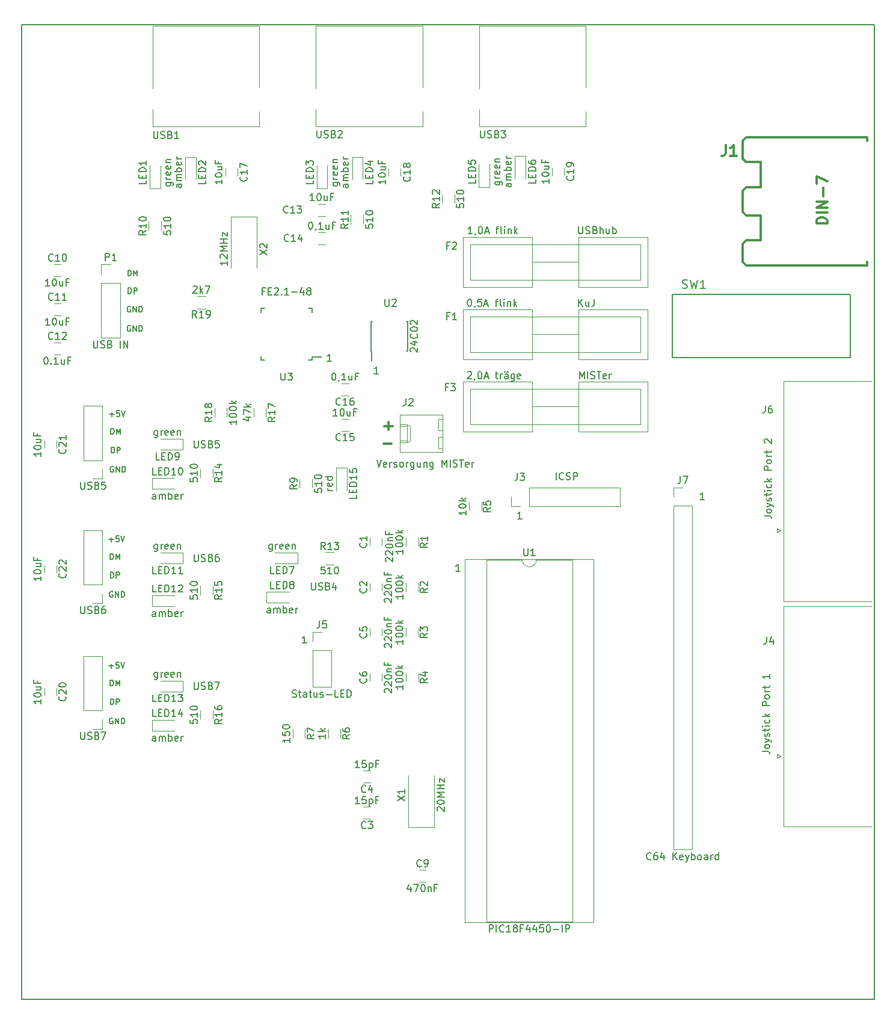
<source format=gbr>
%TF.GenerationSoftware,KiCad,Pcbnew,(5.0.1-3-g963ef8bb5)*%
%TF.CreationDate,2019-03-05T20:33:43+01:00*%
%TF.ProjectId,KaJUSBhub,4B614A5553426875622E6B696361645F,0.1*%
%TF.SameCoordinates,Original*%
%TF.FileFunction,Legend,Top*%
%TF.FilePolarity,Positive*%
%FSLAX46Y46*%
G04 Gerber Fmt 4.6, Leading zero omitted, Abs format (unit mm)*
G04 Created by KiCad (PCBNEW (5.0.1-3-g963ef8bb5)) date Dienstag, 05. März 2019 um 20:33:43*
%MOMM*%
%LPD*%
G01*
G04 APERTURE LIST*
%ADD10C,0.150000*%
%ADD11C,0.300000*%
%ADD12C,0.120000*%
%ADD13C,0.152400*%
%ADD14C,0.304800*%
%ADD15C,0.127000*%
G04 APERTURE END LIST*
D10*
X100000000Y-157000000D02*
X100000000Y-20000000D01*
X220000000Y-157000000D02*
X100000000Y-157000000D01*
X140085714Y-106952380D02*
X139514285Y-106952380D01*
X139800000Y-106952380D02*
X139800000Y-105952380D01*
X139704761Y-106095238D01*
X139609523Y-106190476D01*
X139514285Y-106238095D01*
X143585714Y-67252380D02*
X143014285Y-67252380D01*
X143300000Y-67252380D02*
X143300000Y-66252380D01*
X143204761Y-66395238D01*
X143109523Y-66490476D01*
X143014285Y-66538095D01*
X150185714Y-69052380D02*
X149614285Y-69052380D01*
X149900000Y-69052380D02*
X149900000Y-68052380D01*
X149804761Y-68195238D01*
X149709523Y-68290476D01*
X149614285Y-68338095D01*
X161685714Y-96852380D02*
X161114285Y-96852380D01*
X161400000Y-96852380D02*
X161400000Y-95852380D01*
X161304761Y-95995238D01*
X161209523Y-96090476D01*
X161114285Y-96138095D01*
X170385714Y-89452380D02*
X169814285Y-89452380D01*
X170100000Y-89452380D02*
X170100000Y-88452380D01*
X170004761Y-88595238D01*
X169909523Y-88690476D01*
X169814285Y-88738095D01*
X196085714Y-86752380D02*
X195514285Y-86752380D01*
X195800000Y-86752380D02*
X195800000Y-85752380D01*
X195704761Y-85895238D01*
X195609523Y-85990476D01*
X195514285Y-86038095D01*
X115290476Y-59600000D02*
X115214285Y-59561904D01*
X115100000Y-59561904D01*
X114985714Y-59600000D01*
X114909523Y-59676190D01*
X114871428Y-59752380D01*
X114833333Y-59904761D01*
X114833333Y-60019047D01*
X114871428Y-60171428D01*
X114909523Y-60247619D01*
X114985714Y-60323809D01*
X115100000Y-60361904D01*
X115176190Y-60361904D01*
X115290476Y-60323809D01*
X115328571Y-60285714D01*
X115328571Y-60019047D01*
X115176190Y-60019047D01*
X115671428Y-60361904D02*
X115671428Y-59561904D01*
X116128571Y-60361904D01*
X116128571Y-59561904D01*
X116509523Y-60361904D02*
X116509523Y-59561904D01*
X116700000Y-59561904D01*
X116814285Y-59600000D01*
X116890476Y-59676190D01*
X116928571Y-59752380D01*
X116966666Y-59904761D01*
X116966666Y-60019047D01*
X116928571Y-60171428D01*
X116890476Y-60247619D01*
X116814285Y-60323809D01*
X116700000Y-60361904D01*
X116509523Y-60361904D01*
X114990476Y-57761904D02*
X114990476Y-56961904D01*
X115180952Y-56961904D01*
X115295238Y-57000000D01*
X115371428Y-57076190D01*
X115409523Y-57152380D01*
X115447619Y-57304761D01*
X115447619Y-57419047D01*
X115409523Y-57571428D01*
X115371428Y-57647619D01*
X115295238Y-57723809D01*
X115180952Y-57761904D01*
X114990476Y-57761904D01*
X115790476Y-57761904D02*
X115790476Y-56961904D01*
X116095238Y-56961904D01*
X116171428Y-57000000D01*
X116209523Y-57038095D01*
X116247619Y-57114285D01*
X116247619Y-57228571D01*
X116209523Y-57304761D01*
X116171428Y-57342857D01*
X116095238Y-57380952D01*
X115790476Y-57380952D01*
X114933333Y-55261904D02*
X114933333Y-54461904D01*
X115123809Y-54461904D01*
X115238095Y-54500000D01*
X115314285Y-54576190D01*
X115352380Y-54652380D01*
X115390476Y-54804761D01*
X115390476Y-54919047D01*
X115352380Y-55071428D01*
X115314285Y-55147619D01*
X115238095Y-55223809D01*
X115123809Y-55261904D01*
X114933333Y-55261904D01*
X115733333Y-55261904D02*
X115733333Y-54461904D01*
X116000000Y-55033333D01*
X116266666Y-54461904D01*
X116266666Y-55261904D01*
X115290476Y-62300000D02*
X115214285Y-62261904D01*
X115100000Y-62261904D01*
X114985714Y-62300000D01*
X114909523Y-62376190D01*
X114871428Y-62452380D01*
X114833333Y-62604761D01*
X114833333Y-62719047D01*
X114871428Y-62871428D01*
X114909523Y-62947619D01*
X114985714Y-63023809D01*
X115100000Y-63061904D01*
X115176190Y-63061904D01*
X115290476Y-63023809D01*
X115328571Y-62985714D01*
X115328571Y-62719047D01*
X115176190Y-62719047D01*
X115671428Y-63061904D02*
X115671428Y-62261904D01*
X116128571Y-63061904D01*
X116128571Y-62261904D01*
X116509523Y-63061904D02*
X116509523Y-62261904D01*
X116700000Y-62261904D01*
X116814285Y-62300000D01*
X116890476Y-62376190D01*
X116928571Y-62452380D01*
X116966666Y-62604761D01*
X116966666Y-62719047D01*
X116928571Y-62871428D01*
X116890476Y-62947619D01*
X116814285Y-63023809D01*
X116700000Y-63061904D01*
X116509523Y-63061904D01*
X112371428Y-74757142D02*
X112980952Y-74757142D01*
X112676190Y-75061904D02*
X112676190Y-74452380D01*
X113742857Y-74261904D02*
X113361904Y-74261904D01*
X113323809Y-74642857D01*
X113361904Y-74604761D01*
X113438095Y-74566666D01*
X113628571Y-74566666D01*
X113704761Y-74604761D01*
X113742857Y-74642857D01*
X113780952Y-74719047D01*
X113780952Y-74909523D01*
X113742857Y-74985714D01*
X113704761Y-75023809D01*
X113628571Y-75061904D01*
X113438095Y-75061904D01*
X113361904Y-75023809D01*
X113323809Y-74985714D01*
X114009523Y-74261904D02*
X114276190Y-75061904D01*
X114542857Y-74261904D01*
X112590476Y-80161904D02*
X112590476Y-79361904D01*
X112780952Y-79361904D01*
X112895238Y-79400000D01*
X112971428Y-79476190D01*
X113009523Y-79552380D01*
X113047619Y-79704761D01*
X113047619Y-79819047D01*
X113009523Y-79971428D01*
X112971428Y-80047619D01*
X112895238Y-80123809D01*
X112780952Y-80161904D01*
X112590476Y-80161904D01*
X113390476Y-80161904D02*
X113390476Y-79361904D01*
X113695238Y-79361904D01*
X113771428Y-79400000D01*
X113809523Y-79438095D01*
X113847619Y-79514285D01*
X113847619Y-79628571D01*
X113809523Y-79704761D01*
X113771428Y-79742857D01*
X113695238Y-79780952D01*
X113390476Y-79780952D01*
X112533333Y-77561904D02*
X112533333Y-76761904D01*
X112723809Y-76761904D01*
X112838095Y-76800000D01*
X112914285Y-76876190D01*
X112952380Y-76952380D01*
X112990476Y-77104761D01*
X112990476Y-77219047D01*
X112952380Y-77371428D01*
X112914285Y-77447619D01*
X112838095Y-77523809D01*
X112723809Y-77561904D01*
X112533333Y-77561904D01*
X113333333Y-77561904D02*
X113333333Y-76761904D01*
X113600000Y-77333333D01*
X113866666Y-76761904D01*
X113866666Y-77561904D01*
X112890476Y-82100000D02*
X112814285Y-82061904D01*
X112700000Y-82061904D01*
X112585714Y-82100000D01*
X112509523Y-82176190D01*
X112471428Y-82252380D01*
X112433333Y-82404761D01*
X112433333Y-82519047D01*
X112471428Y-82671428D01*
X112509523Y-82747619D01*
X112585714Y-82823809D01*
X112700000Y-82861904D01*
X112776190Y-82861904D01*
X112890476Y-82823809D01*
X112928571Y-82785714D01*
X112928571Y-82519047D01*
X112776190Y-82519047D01*
X113271428Y-82861904D02*
X113271428Y-82061904D01*
X113728571Y-82861904D01*
X113728571Y-82061904D01*
X114109523Y-82861904D02*
X114109523Y-82061904D01*
X114300000Y-82061904D01*
X114414285Y-82100000D01*
X114490476Y-82176190D01*
X114528571Y-82252380D01*
X114566666Y-82404761D01*
X114566666Y-82519047D01*
X114528571Y-82671428D01*
X114490476Y-82747619D01*
X114414285Y-82823809D01*
X114300000Y-82861904D01*
X114109523Y-82861904D01*
X112790476Y-99700000D02*
X112714285Y-99661904D01*
X112600000Y-99661904D01*
X112485714Y-99700000D01*
X112409523Y-99776190D01*
X112371428Y-99852380D01*
X112333333Y-100004761D01*
X112333333Y-100119047D01*
X112371428Y-100271428D01*
X112409523Y-100347619D01*
X112485714Y-100423809D01*
X112600000Y-100461904D01*
X112676190Y-100461904D01*
X112790476Y-100423809D01*
X112828571Y-100385714D01*
X112828571Y-100119047D01*
X112676190Y-100119047D01*
X113171428Y-100461904D02*
X113171428Y-99661904D01*
X113628571Y-100461904D01*
X113628571Y-99661904D01*
X114009523Y-100461904D02*
X114009523Y-99661904D01*
X114200000Y-99661904D01*
X114314285Y-99700000D01*
X114390476Y-99776190D01*
X114428571Y-99852380D01*
X114466666Y-100004761D01*
X114466666Y-100119047D01*
X114428571Y-100271428D01*
X114390476Y-100347619D01*
X114314285Y-100423809D01*
X114200000Y-100461904D01*
X114009523Y-100461904D01*
X112490476Y-97761904D02*
X112490476Y-96961904D01*
X112680952Y-96961904D01*
X112795238Y-97000000D01*
X112871428Y-97076190D01*
X112909523Y-97152380D01*
X112947619Y-97304761D01*
X112947619Y-97419047D01*
X112909523Y-97571428D01*
X112871428Y-97647619D01*
X112795238Y-97723809D01*
X112680952Y-97761904D01*
X112490476Y-97761904D01*
X113290476Y-97761904D02*
X113290476Y-96961904D01*
X113595238Y-96961904D01*
X113671428Y-97000000D01*
X113709523Y-97038095D01*
X113747619Y-97114285D01*
X113747619Y-97228571D01*
X113709523Y-97304761D01*
X113671428Y-97342857D01*
X113595238Y-97380952D01*
X113290476Y-97380952D01*
X112271428Y-92357142D02*
X112880952Y-92357142D01*
X112576190Y-92661904D02*
X112576190Y-92052380D01*
X113642857Y-91861904D02*
X113261904Y-91861904D01*
X113223809Y-92242857D01*
X113261904Y-92204761D01*
X113338095Y-92166666D01*
X113528571Y-92166666D01*
X113604761Y-92204761D01*
X113642857Y-92242857D01*
X113680952Y-92319047D01*
X113680952Y-92509523D01*
X113642857Y-92585714D01*
X113604761Y-92623809D01*
X113528571Y-92661904D01*
X113338095Y-92661904D01*
X113261904Y-92623809D01*
X113223809Y-92585714D01*
X113909523Y-91861904D02*
X114176190Y-92661904D01*
X114442857Y-91861904D01*
X112433333Y-95161904D02*
X112433333Y-94361904D01*
X112623809Y-94361904D01*
X112738095Y-94400000D01*
X112814285Y-94476190D01*
X112852380Y-94552380D01*
X112890476Y-94704761D01*
X112890476Y-94819047D01*
X112852380Y-94971428D01*
X112814285Y-95047619D01*
X112738095Y-95123809D01*
X112623809Y-95161904D01*
X112433333Y-95161904D01*
X113233333Y-95161904D02*
X113233333Y-94361904D01*
X113500000Y-94933333D01*
X113766666Y-94361904D01*
X113766666Y-95161904D01*
X112271428Y-110157142D02*
X112880952Y-110157142D01*
X112576190Y-110461904D02*
X112576190Y-109852380D01*
X113642857Y-109661904D02*
X113261904Y-109661904D01*
X113223809Y-110042857D01*
X113261904Y-110004761D01*
X113338095Y-109966666D01*
X113528571Y-109966666D01*
X113604761Y-110004761D01*
X113642857Y-110042857D01*
X113680952Y-110119047D01*
X113680952Y-110309523D01*
X113642857Y-110385714D01*
X113604761Y-110423809D01*
X113528571Y-110461904D01*
X113338095Y-110461904D01*
X113261904Y-110423809D01*
X113223809Y-110385714D01*
X113909523Y-109661904D02*
X114176190Y-110461904D01*
X114442857Y-109661904D01*
X112790476Y-117500000D02*
X112714285Y-117461904D01*
X112600000Y-117461904D01*
X112485714Y-117500000D01*
X112409523Y-117576190D01*
X112371428Y-117652380D01*
X112333333Y-117804761D01*
X112333333Y-117919047D01*
X112371428Y-118071428D01*
X112409523Y-118147619D01*
X112485714Y-118223809D01*
X112600000Y-118261904D01*
X112676190Y-118261904D01*
X112790476Y-118223809D01*
X112828571Y-118185714D01*
X112828571Y-117919047D01*
X112676190Y-117919047D01*
X113171428Y-118261904D02*
X113171428Y-117461904D01*
X113628571Y-118261904D01*
X113628571Y-117461904D01*
X114009523Y-118261904D02*
X114009523Y-117461904D01*
X114200000Y-117461904D01*
X114314285Y-117500000D01*
X114390476Y-117576190D01*
X114428571Y-117652380D01*
X114466666Y-117804761D01*
X114466666Y-117919047D01*
X114428571Y-118071428D01*
X114390476Y-118147619D01*
X114314285Y-118223809D01*
X114200000Y-118261904D01*
X114009523Y-118261904D01*
X112490476Y-115561904D02*
X112490476Y-114761904D01*
X112680952Y-114761904D01*
X112795238Y-114800000D01*
X112871428Y-114876190D01*
X112909523Y-114952380D01*
X112947619Y-115104761D01*
X112947619Y-115219047D01*
X112909523Y-115371428D01*
X112871428Y-115447619D01*
X112795238Y-115523809D01*
X112680952Y-115561904D01*
X112490476Y-115561904D01*
X113290476Y-115561904D02*
X113290476Y-114761904D01*
X113595238Y-114761904D01*
X113671428Y-114800000D01*
X113709523Y-114838095D01*
X113747619Y-114914285D01*
X113747619Y-115028571D01*
X113709523Y-115104761D01*
X113671428Y-115142857D01*
X113595238Y-115180952D01*
X113290476Y-115180952D01*
X112433333Y-112961904D02*
X112433333Y-112161904D01*
X112623809Y-112161904D01*
X112738095Y-112200000D01*
X112814285Y-112276190D01*
X112852380Y-112352380D01*
X112890476Y-112504761D01*
X112890476Y-112619047D01*
X112852380Y-112771428D01*
X112814285Y-112847619D01*
X112738095Y-112923809D01*
X112623809Y-112961904D01*
X112433333Y-112961904D01*
X113233333Y-112961904D02*
X113233333Y-112161904D01*
X113500000Y-112733333D01*
X113766666Y-112161904D01*
X113766666Y-112961904D01*
X178533333Y-69752380D02*
X178533333Y-68752380D01*
X178866666Y-69466666D01*
X179200000Y-68752380D01*
X179200000Y-69752380D01*
X179676190Y-69752380D02*
X179676190Y-68752380D01*
X180104761Y-69704761D02*
X180247619Y-69752380D01*
X180485714Y-69752380D01*
X180580952Y-69704761D01*
X180628571Y-69657142D01*
X180676190Y-69561904D01*
X180676190Y-69466666D01*
X180628571Y-69371428D01*
X180580952Y-69323809D01*
X180485714Y-69276190D01*
X180295238Y-69228571D01*
X180200000Y-69180952D01*
X180152380Y-69133333D01*
X180104761Y-69038095D01*
X180104761Y-68942857D01*
X180152380Y-68847619D01*
X180200000Y-68800000D01*
X180295238Y-68752380D01*
X180533333Y-68752380D01*
X180676190Y-68800000D01*
X180961904Y-68752380D02*
X181533333Y-68752380D01*
X181247619Y-69752380D02*
X181247619Y-68752380D01*
X182247619Y-69704761D02*
X182152380Y-69752380D01*
X181961904Y-69752380D01*
X181866666Y-69704761D01*
X181819047Y-69609523D01*
X181819047Y-69228571D01*
X181866666Y-69133333D01*
X181961904Y-69085714D01*
X182152380Y-69085714D01*
X182247619Y-69133333D01*
X182295238Y-69228571D01*
X182295238Y-69323809D01*
X181819047Y-69419047D01*
X182723809Y-69752380D02*
X182723809Y-69085714D01*
X182723809Y-69276190D02*
X182771428Y-69180952D01*
X182819047Y-69133333D01*
X182914285Y-69085714D01*
X183009523Y-69085714D01*
X178404761Y-59552380D02*
X178404761Y-58552380D01*
X178976190Y-59552380D02*
X178547619Y-58980952D01*
X178976190Y-58552380D02*
X178404761Y-59123809D01*
X179833333Y-58885714D02*
X179833333Y-59552380D01*
X179404761Y-58885714D02*
X179404761Y-59409523D01*
X179452380Y-59504761D01*
X179547619Y-59552380D01*
X179690476Y-59552380D01*
X179785714Y-59504761D01*
X179833333Y-59457142D01*
X180595238Y-58552380D02*
X180595238Y-59266666D01*
X180547619Y-59409523D01*
X180452380Y-59504761D01*
X180309523Y-59552380D01*
X180214285Y-59552380D01*
X178380952Y-48352380D02*
X178380952Y-49161904D01*
X178428571Y-49257142D01*
X178476190Y-49304761D01*
X178571428Y-49352380D01*
X178761904Y-49352380D01*
X178857142Y-49304761D01*
X178904761Y-49257142D01*
X178952380Y-49161904D01*
X178952380Y-48352380D01*
X179380952Y-49304761D02*
X179523809Y-49352380D01*
X179761904Y-49352380D01*
X179857142Y-49304761D01*
X179904761Y-49257142D01*
X179952380Y-49161904D01*
X179952380Y-49066666D01*
X179904761Y-48971428D01*
X179857142Y-48923809D01*
X179761904Y-48876190D01*
X179571428Y-48828571D01*
X179476190Y-48780952D01*
X179428571Y-48733333D01*
X179380952Y-48638095D01*
X179380952Y-48542857D01*
X179428571Y-48447619D01*
X179476190Y-48400000D01*
X179571428Y-48352380D01*
X179809523Y-48352380D01*
X179952380Y-48400000D01*
X180714285Y-48828571D02*
X180857142Y-48876190D01*
X180904761Y-48923809D01*
X180952380Y-49019047D01*
X180952380Y-49161904D01*
X180904761Y-49257142D01*
X180857142Y-49304761D01*
X180761904Y-49352380D01*
X180380952Y-49352380D01*
X180380952Y-48352380D01*
X180714285Y-48352380D01*
X180809523Y-48400000D01*
X180857142Y-48447619D01*
X180904761Y-48542857D01*
X180904761Y-48638095D01*
X180857142Y-48733333D01*
X180809523Y-48780952D01*
X180714285Y-48828571D01*
X180380952Y-48828571D01*
X181380952Y-49352380D02*
X181380952Y-48352380D01*
X181809523Y-49352380D02*
X181809523Y-48828571D01*
X181761904Y-48733333D01*
X181666666Y-48685714D01*
X181523809Y-48685714D01*
X181428571Y-48733333D01*
X181380952Y-48780952D01*
X182714285Y-48685714D02*
X182714285Y-49352380D01*
X182285714Y-48685714D02*
X182285714Y-49209523D01*
X182333333Y-49304761D01*
X182428571Y-49352380D01*
X182571428Y-49352380D01*
X182666666Y-49304761D01*
X182714285Y-49257142D01*
X183190476Y-49352380D02*
X183190476Y-48352380D01*
X183190476Y-48733333D02*
X183285714Y-48685714D01*
X183476190Y-48685714D01*
X183571428Y-48733333D01*
X183619047Y-48780952D01*
X183666666Y-48876190D01*
X183666666Y-49161904D01*
X183619047Y-49257142D01*
X183571428Y-49304761D01*
X183476190Y-49352380D01*
X183285714Y-49352380D01*
X183190476Y-49304761D01*
D11*
X152071428Y-78907142D02*
X150928571Y-78907142D01*
X152171428Y-76407142D02*
X151028571Y-76407142D01*
X151600000Y-76978571D02*
X151600000Y-75835714D01*
D10*
X124261904Y-78452380D02*
X124261904Y-79261904D01*
X124309523Y-79357142D01*
X124357142Y-79404761D01*
X124452380Y-79452380D01*
X124642857Y-79452380D01*
X124738095Y-79404761D01*
X124785714Y-79357142D01*
X124833333Y-79261904D01*
X124833333Y-78452380D01*
X125261904Y-79404761D02*
X125404761Y-79452380D01*
X125642857Y-79452380D01*
X125738095Y-79404761D01*
X125785714Y-79357142D01*
X125833333Y-79261904D01*
X125833333Y-79166666D01*
X125785714Y-79071428D01*
X125738095Y-79023809D01*
X125642857Y-78976190D01*
X125452380Y-78928571D01*
X125357142Y-78880952D01*
X125309523Y-78833333D01*
X125261904Y-78738095D01*
X125261904Y-78642857D01*
X125309523Y-78547619D01*
X125357142Y-78500000D01*
X125452380Y-78452380D01*
X125690476Y-78452380D01*
X125833333Y-78500000D01*
X126595238Y-78928571D02*
X126738095Y-78976190D01*
X126785714Y-79023809D01*
X126833333Y-79119047D01*
X126833333Y-79261904D01*
X126785714Y-79357142D01*
X126738095Y-79404761D01*
X126642857Y-79452380D01*
X126261904Y-79452380D01*
X126261904Y-78452380D01*
X126595238Y-78452380D01*
X126690476Y-78500000D01*
X126738095Y-78547619D01*
X126785714Y-78642857D01*
X126785714Y-78738095D01*
X126738095Y-78833333D01*
X126690476Y-78880952D01*
X126595238Y-78928571D01*
X126261904Y-78928571D01*
X127738095Y-78452380D02*
X127261904Y-78452380D01*
X127214285Y-78928571D01*
X127261904Y-78880952D01*
X127357142Y-78833333D01*
X127595238Y-78833333D01*
X127690476Y-78880952D01*
X127738095Y-78928571D01*
X127785714Y-79023809D01*
X127785714Y-79261904D01*
X127738095Y-79357142D01*
X127690476Y-79404761D01*
X127595238Y-79452380D01*
X127357142Y-79452380D01*
X127261904Y-79404761D01*
X127214285Y-79357142D01*
X124261904Y-94452380D02*
X124261904Y-95261904D01*
X124309523Y-95357142D01*
X124357142Y-95404761D01*
X124452380Y-95452380D01*
X124642857Y-95452380D01*
X124738095Y-95404761D01*
X124785714Y-95357142D01*
X124833333Y-95261904D01*
X124833333Y-94452380D01*
X125261904Y-95404761D02*
X125404761Y-95452380D01*
X125642857Y-95452380D01*
X125738095Y-95404761D01*
X125785714Y-95357142D01*
X125833333Y-95261904D01*
X125833333Y-95166666D01*
X125785714Y-95071428D01*
X125738095Y-95023809D01*
X125642857Y-94976190D01*
X125452380Y-94928571D01*
X125357142Y-94880952D01*
X125309523Y-94833333D01*
X125261904Y-94738095D01*
X125261904Y-94642857D01*
X125309523Y-94547619D01*
X125357142Y-94500000D01*
X125452380Y-94452380D01*
X125690476Y-94452380D01*
X125833333Y-94500000D01*
X126595238Y-94928571D02*
X126738095Y-94976190D01*
X126785714Y-95023809D01*
X126833333Y-95119047D01*
X126833333Y-95261904D01*
X126785714Y-95357142D01*
X126738095Y-95404761D01*
X126642857Y-95452380D01*
X126261904Y-95452380D01*
X126261904Y-94452380D01*
X126595238Y-94452380D01*
X126690476Y-94500000D01*
X126738095Y-94547619D01*
X126785714Y-94642857D01*
X126785714Y-94738095D01*
X126738095Y-94833333D01*
X126690476Y-94880952D01*
X126595238Y-94928571D01*
X126261904Y-94928571D01*
X127690476Y-94452380D02*
X127500000Y-94452380D01*
X127404761Y-94500000D01*
X127357142Y-94547619D01*
X127261904Y-94690476D01*
X127214285Y-94880952D01*
X127214285Y-95261904D01*
X127261904Y-95357142D01*
X127309523Y-95404761D01*
X127404761Y-95452380D01*
X127595238Y-95452380D01*
X127690476Y-95404761D01*
X127738095Y-95357142D01*
X127785714Y-95261904D01*
X127785714Y-95023809D01*
X127738095Y-94928571D01*
X127690476Y-94880952D01*
X127595238Y-94833333D01*
X127404761Y-94833333D01*
X127309523Y-94880952D01*
X127261904Y-94928571D01*
X127214285Y-95023809D01*
X124261904Y-112452380D02*
X124261904Y-113261904D01*
X124309523Y-113357142D01*
X124357142Y-113404761D01*
X124452380Y-113452380D01*
X124642857Y-113452380D01*
X124738095Y-113404761D01*
X124785714Y-113357142D01*
X124833333Y-113261904D01*
X124833333Y-112452380D01*
X125261904Y-113404761D02*
X125404761Y-113452380D01*
X125642857Y-113452380D01*
X125738095Y-113404761D01*
X125785714Y-113357142D01*
X125833333Y-113261904D01*
X125833333Y-113166666D01*
X125785714Y-113071428D01*
X125738095Y-113023809D01*
X125642857Y-112976190D01*
X125452380Y-112928571D01*
X125357142Y-112880952D01*
X125309523Y-112833333D01*
X125261904Y-112738095D01*
X125261904Y-112642857D01*
X125309523Y-112547619D01*
X125357142Y-112500000D01*
X125452380Y-112452380D01*
X125690476Y-112452380D01*
X125833333Y-112500000D01*
X126595238Y-112928571D02*
X126738095Y-112976190D01*
X126785714Y-113023809D01*
X126833333Y-113119047D01*
X126833333Y-113261904D01*
X126785714Y-113357142D01*
X126738095Y-113404761D01*
X126642857Y-113452380D01*
X126261904Y-113452380D01*
X126261904Y-112452380D01*
X126595238Y-112452380D01*
X126690476Y-112500000D01*
X126738095Y-112547619D01*
X126785714Y-112642857D01*
X126785714Y-112738095D01*
X126738095Y-112833333D01*
X126690476Y-112880952D01*
X126595238Y-112928571D01*
X126261904Y-112928571D01*
X127166666Y-112452380D02*
X127833333Y-112452380D01*
X127404761Y-113452380D01*
X140761904Y-98452380D02*
X140761904Y-99261904D01*
X140809523Y-99357142D01*
X140857142Y-99404761D01*
X140952380Y-99452380D01*
X141142857Y-99452380D01*
X141238095Y-99404761D01*
X141285714Y-99357142D01*
X141333333Y-99261904D01*
X141333333Y-98452380D01*
X141761904Y-99404761D02*
X141904761Y-99452380D01*
X142142857Y-99452380D01*
X142238095Y-99404761D01*
X142285714Y-99357142D01*
X142333333Y-99261904D01*
X142333333Y-99166666D01*
X142285714Y-99071428D01*
X142238095Y-99023809D01*
X142142857Y-98976190D01*
X141952380Y-98928571D01*
X141857142Y-98880952D01*
X141809523Y-98833333D01*
X141761904Y-98738095D01*
X141761904Y-98642857D01*
X141809523Y-98547619D01*
X141857142Y-98500000D01*
X141952380Y-98452380D01*
X142190476Y-98452380D01*
X142333333Y-98500000D01*
X143095238Y-98928571D02*
X143238095Y-98976190D01*
X143285714Y-99023809D01*
X143333333Y-99119047D01*
X143333333Y-99261904D01*
X143285714Y-99357142D01*
X143238095Y-99404761D01*
X143142857Y-99452380D01*
X142761904Y-99452380D01*
X142761904Y-98452380D01*
X143095238Y-98452380D01*
X143190476Y-98500000D01*
X143238095Y-98547619D01*
X143285714Y-98642857D01*
X143285714Y-98738095D01*
X143238095Y-98833333D01*
X143190476Y-98880952D01*
X143095238Y-98928571D01*
X142761904Y-98928571D01*
X144190476Y-98785714D02*
X144190476Y-99452380D01*
X143952380Y-98404761D02*
X143714285Y-99119047D01*
X144333333Y-99119047D01*
X100000000Y-20000000D02*
X220000000Y-20000000D01*
X220000000Y-20000000D02*
X220000000Y-157000000D01*
D12*
%TO.C,U1*%
X172450000Y-95190000D02*
G75*
G02X170450000Y-95190000I-1000000J0D01*
G01*
X170450000Y-95190000D02*
X165390000Y-95190000D01*
X165390000Y-95190000D02*
X165390000Y-146110000D01*
X165390000Y-146110000D02*
X177510000Y-146110000D01*
X177510000Y-146110000D02*
X177510000Y-95190000D01*
X177510000Y-95190000D02*
X172450000Y-95190000D01*
X162390000Y-95130000D02*
X162390000Y-146170000D01*
X162390000Y-146170000D02*
X180510000Y-146170000D01*
X180510000Y-146170000D02*
X180510000Y-95130000D01*
X180510000Y-95130000D02*
X162390000Y-95130000D01*
D13*
%TO.C,SW1*%
X191600000Y-57895000D02*
X216600000Y-57895000D01*
X216600000Y-66785000D02*
X191600000Y-66785000D01*
X216600000Y-66785000D02*
X216600000Y-57895000D01*
X191600000Y-57895000D02*
X191600000Y-66785000D01*
D14*
%TO.C,J1*%
X218998200Y-53797300D02*
X218998200Y-53296920D01*
X218998200Y-35798860D02*
X218998200Y-36299240D01*
X201997980Y-42799100D02*
X203996960Y-42799100D01*
X201497600Y-43296940D02*
X201997980Y-42799100D01*
X201497600Y-46299220D02*
X201497600Y-43296940D01*
X201997980Y-46797060D02*
X203996960Y-46797060D01*
X201497600Y-46299220D02*
X201997980Y-46797060D01*
X203996960Y-39298980D02*
X203996960Y-42799100D01*
X201997980Y-39298980D02*
X203996960Y-39298980D01*
X201497600Y-38798600D02*
X201997980Y-39298980D01*
X201497600Y-38298220D02*
X201497600Y-38798600D01*
X201497600Y-36299240D02*
X201497600Y-38298220D01*
X201997980Y-35798860D02*
X201497600Y-36299240D01*
X201997980Y-35798860D02*
X218998200Y-35798860D01*
X203996960Y-50297180D02*
X203996960Y-46797060D01*
X201997980Y-50297180D02*
X203996960Y-50297180D01*
X201497600Y-50797560D02*
X201997980Y-50297180D01*
X201497600Y-53296920D02*
X201497600Y-50797560D01*
X201997980Y-53797300D02*
X201497600Y-53296920D01*
X201997980Y-53797300D02*
X218998200Y-53797300D01*
D12*
%TO.C,J2*%
X158610000Y-79540000D02*
X159230000Y-79540000D01*
X158610000Y-77940000D02*
X158610000Y-79540000D01*
X159230000Y-77940000D02*
X158610000Y-77940000D01*
X158610000Y-77000000D02*
X159230000Y-77000000D01*
X158610000Y-75400000D02*
X158610000Y-77000000D01*
X159230000Y-75400000D02*
X158610000Y-75400000D01*
X153230000Y-78490000D02*
X154230000Y-78490000D01*
X153230000Y-76450000D02*
X154230000Y-76450000D01*
X154660000Y-78490000D02*
X154230000Y-78740000D01*
X154660000Y-76450000D02*
X154660000Y-78490000D01*
X154230000Y-76200000D02*
X154660000Y-76450000D01*
X154230000Y-78740000D02*
X153230000Y-78740000D01*
X154230000Y-76200000D02*
X154230000Y-78740000D01*
X153230000Y-76200000D02*
X154230000Y-76200000D01*
X159230000Y-80110000D02*
X159230000Y-74830000D01*
X153230000Y-80110000D02*
X159230000Y-80110000D01*
X153230000Y-74830000D02*
X153230000Y-80110000D01*
X159230000Y-74830000D02*
X153230000Y-74830000D01*
%TO.C,J7*%
X191710000Y-135950000D02*
X194370000Y-135950000D01*
X191710000Y-87630000D02*
X191710000Y-135950000D01*
X194370000Y-87630000D02*
X194370000Y-135950000D01*
X191710000Y-87630000D02*
X194370000Y-87630000D01*
X191710000Y-86360000D02*
X191710000Y-85030000D01*
X191710000Y-85030000D02*
X193040000Y-85030000D01*
%TO.C,J4*%
X219580000Y-132745000D02*
X207240000Y-132745000D01*
X207240000Y-132745000D02*
X207240000Y-101775000D01*
X207240000Y-101775000D02*
X219580000Y-101775000D01*
X206345662Y-123050000D02*
X206345662Y-122550000D01*
X206345662Y-122550000D02*
X206778675Y-122800000D01*
X206778675Y-122800000D02*
X206345662Y-123050000D01*
%TO.C,J6*%
X206778675Y-91100000D02*
X206345662Y-91350000D01*
X206345662Y-90850000D02*
X206778675Y-91100000D01*
X206345662Y-91350000D02*
X206345662Y-90850000D01*
X207240000Y-70075000D02*
X219580000Y-70075000D01*
X207240000Y-101045000D02*
X207240000Y-70075000D01*
X219580000Y-101045000D02*
X207240000Y-101045000D01*
D10*
%TO.C,U3*%
X140875000Y-67125000D02*
X140875000Y-66675000D01*
X133625000Y-67125000D02*
X133625000Y-66600000D01*
X133625000Y-59875000D02*
X133625000Y-60400000D01*
X140875000Y-59875000D02*
X140875000Y-60400000D01*
X140875000Y-67125000D02*
X140350000Y-67125000D01*
X140875000Y-59875000D02*
X140350000Y-59875000D01*
X133625000Y-59875000D02*
X134150000Y-59875000D01*
X133625000Y-67125000D02*
X134150000Y-67125000D01*
X140875000Y-66675000D02*
X142250000Y-66675000D01*
D12*
%TO.C,C1*%
X149010000Y-92210000D02*
X149010000Y-93210000D01*
X150710000Y-93210000D02*
X150710000Y-92210000D01*
%TO.C,C2*%
X149010000Y-98560000D02*
X149010000Y-99560000D01*
X150710000Y-99560000D02*
X150710000Y-98560000D01*
%TO.C,C3*%
X148090000Y-131660000D02*
X149090000Y-131660000D01*
X149090000Y-129960000D02*
X148090000Y-129960000D01*
%TO.C,C4*%
X148090000Y-126580000D02*
X149090000Y-126580000D01*
X149090000Y-124880000D02*
X148090000Y-124880000D01*
%TO.C,C5*%
X149010000Y-104910000D02*
X149010000Y-105910000D01*
X150710000Y-105910000D02*
X150710000Y-104910000D01*
%TO.C,C6*%
X149010000Y-111260000D02*
X149010000Y-112260000D01*
X150710000Y-112260000D02*
X150710000Y-111260000D01*
%TO.C,C9*%
X156900000Y-138850000D02*
X155900000Y-138850000D01*
X155900000Y-140550000D02*
X156900000Y-140550000D01*
%TO.C,C10*%
X105500000Y-53650000D02*
X104500000Y-53650000D01*
X104500000Y-55350000D02*
X105500000Y-55350000D01*
%TO.C,C11*%
X105500000Y-59150000D02*
X104500000Y-59150000D01*
X104500000Y-60850000D02*
X105500000Y-60850000D01*
%TO.C,C12*%
X105500000Y-64650000D02*
X104500000Y-64650000D01*
X104500000Y-66350000D02*
X105500000Y-66350000D01*
%TO.C,C13*%
X141750000Y-46850000D02*
X142750000Y-46850000D01*
X142750000Y-45150000D02*
X141750000Y-45150000D01*
%TO.C,C14*%
X141750000Y-50850000D02*
X142750000Y-50850000D01*
X142750000Y-49150000D02*
X141750000Y-49150000D01*
%TO.C,C15*%
X145000000Y-77100000D02*
X146000000Y-77100000D01*
X146000000Y-75400000D02*
X145000000Y-75400000D01*
%TO.C,C16*%
X145000000Y-72100000D02*
X146000000Y-72100000D01*
X146000000Y-70400000D02*
X145000000Y-70400000D01*
%TO.C,C17*%
X130350000Y-41200000D02*
X130350000Y-40200000D01*
X128650000Y-40200000D02*
X128650000Y-41200000D01*
%TO.C,C18*%
X153350000Y-41200000D02*
X153350000Y-40200000D01*
X151650000Y-40200000D02*
X151650000Y-41200000D01*
%TO.C,C19*%
X176350000Y-41100000D02*
X176350000Y-40100000D01*
X174650000Y-40100000D02*
X174650000Y-41100000D01*
%TO.C,C21*%
X104850000Y-79500000D02*
X104850000Y-78500000D01*
X103150000Y-78500000D02*
X103150000Y-79500000D01*
%TO.C,C22*%
X104850000Y-97000000D02*
X104850000Y-96000000D01*
X103150000Y-96000000D02*
X103150000Y-97000000D01*
%TO.C,F1*%
X178350000Y-63500000D02*
X171850000Y-63500000D01*
X178350000Y-60000000D02*
X178350000Y-67000000D01*
X187100000Y-67000000D02*
X178350000Y-67000000D01*
X187100000Y-60000000D02*
X178350000Y-60000000D01*
X164350000Y-66000000D02*
X163100000Y-66000000D01*
X164600000Y-61000000D02*
X163100000Y-61000000D01*
X176600000Y-66000000D02*
X164350000Y-66000000D01*
X176350000Y-61000000D02*
X164600000Y-61000000D01*
X187100000Y-66000000D02*
X176600000Y-66000000D01*
X187100000Y-61000000D02*
X176350000Y-61000000D01*
X187100000Y-61000000D02*
X187100000Y-66000000D01*
X188100000Y-60000000D02*
X187100000Y-60000000D01*
X188100000Y-60000000D02*
X188100000Y-67000000D01*
X188100000Y-67000000D02*
X187100000Y-67000000D01*
X163100000Y-61000000D02*
X163100000Y-66000000D01*
X171850000Y-60000000D02*
X162100000Y-60000000D01*
X162100000Y-60000000D02*
X162100000Y-67000000D01*
X171850000Y-67000000D02*
X162100000Y-67000000D01*
X171850000Y-60000000D02*
X171850000Y-67000000D01*
%TO.C,F2*%
X178350000Y-53340000D02*
X171850000Y-53340000D01*
X178350000Y-49840000D02*
X178350000Y-56840000D01*
X187100000Y-56840000D02*
X178350000Y-56840000D01*
X187100000Y-49840000D02*
X178350000Y-49840000D01*
X164350000Y-55840000D02*
X163100000Y-55840000D01*
X164600000Y-50840000D02*
X163100000Y-50840000D01*
X176600000Y-55840000D02*
X164350000Y-55840000D01*
X176350000Y-50840000D02*
X164600000Y-50840000D01*
X187100000Y-55840000D02*
X176600000Y-55840000D01*
X187100000Y-50840000D02*
X176350000Y-50840000D01*
X187100000Y-50840000D02*
X187100000Y-55840000D01*
X188100000Y-49840000D02*
X187100000Y-49840000D01*
X188100000Y-49840000D02*
X188100000Y-56840000D01*
X188100000Y-56840000D02*
X187100000Y-56840000D01*
X163100000Y-50840000D02*
X163100000Y-55840000D01*
X171850000Y-49840000D02*
X162100000Y-49840000D01*
X162100000Y-49840000D02*
X162100000Y-56840000D01*
X171850000Y-56840000D02*
X162100000Y-56840000D01*
X171850000Y-49840000D02*
X171850000Y-56840000D01*
%TO.C,LED1*%
X119500000Y-39750000D02*
X119500000Y-42950000D01*
X118000000Y-42950000D02*
X118000000Y-39750000D01*
X118000000Y-42950000D02*
X119500000Y-42950000D01*
%TO.C,LED2*%
X123000000Y-41750000D02*
X123000000Y-38550000D01*
X124500000Y-38550000D02*
X124500000Y-41750000D01*
X124500000Y-38550000D02*
X123000000Y-38550000D01*
%TO.C,LED3*%
X143000000Y-39750000D02*
X143000000Y-42950000D01*
X141500000Y-42950000D02*
X141500000Y-39750000D01*
X141500000Y-42950000D02*
X143000000Y-42950000D01*
%TO.C,LED4*%
X146500000Y-41750000D02*
X146500000Y-38550000D01*
X148000000Y-38550000D02*
X148000000Y-41750000D01*
X148000000Y-38550000D02*
X146500000Y-38550000D01*
%TO.C,LED5*%
X165850000Y-39640000D02*
X165850000Y-42840000D01*
X164350000Y-42840000D02*
X164350000Y-39640000D01*
X164350000Y-42840000D02*
X165850000Y-42840000D01*
%TO.C,LED6*%
X169430000Y-41640000D02*
X169430000Y-38440000D01*
X170930000Y-38440000D02*
X170930000Y-41640000D01*
X170930000Y-38440000D02*
X169430000Y-38440000D01*
%TO.C,LED7*%
X135650000Y-94250000D02*
X138850000Y-94250000D01*
X138850000Y-95750000D02*
X135650000Y-95750000D01*
X138850000Y-95750000D02*
X138850000Y-94250000D01*
%TO.C,LED8*%
X137650000Y-101250000D02*
X134450000Y-101250000D01*
X134450000Y-99750000D02*
X137650000Y-99750000D01*
X134450000Y-99750000D02*
X134450000Y-101250000D01*
%TO.C,LED9*%
X119500000Y-78250000D02*
X122700000Y-78250000D01*
X122700000Y-79750000D02*
X119500000Y-79750000D01*
X122700000Y-79750000D02*
X122700000Y-78250000D01*
%TO.C,LED10*%
X121500000Y-85250000D02*
X118300000Y-85250000D01*
X118300000Y-83750000D02*
X121500000Y-83750000D01*
X118300000Y-83750000D02*
X118300000Y-85250000D01*
%TO.C,LED11*%
X119500000Y-94250000D02*
X122700000Y-94250000D01*
X122700000Y-95750000D02*
X119500000Y-95750000D01*
X122700000Y-95750000D02*
X122700000Y-94250000D01*
%TO.C,LED12*%
X121500000Y-101750000D02*
X118300000Y-101750000D01*
X118300000Y-100250000D02*
X121500000Y-100250000D01*
X118300000Y-100250000D02*
X118300000Y-101750000D01*
%TO.C,LED13*%
X119500000Y-112250000D02*
X122700000Y-112250000D01*
X122700000Y-113750000D02*
X119500000Y-113750000D01*
X122700000Y-113750000D02*
X122700000Y-112250000D01*
%TO.C,LED14*%
X121500000Y-119250000D02*
X118300000Y-119250000D01*
X118300000Y-117750000D02*
X121500000Y-117750000D01*
X118300000Y-117750000D02*
X118300000Y-119250000D01*
%TO.C,LED15*%
X144250000Y-85500000D02*
X144250000Y-82300000D01*
X145750000Y-82300000D02*
X145750000Y-85500000D01*
X145750000Y-82300000D02*
X144250000Y-82300000D01*
%TO.C,P1*%
X111170000Y-63950000D02*
X113830000Y-63950000D01*
X111170000Y-56270000D02*
X111170000Y-63950000D01*
X113830000Y-56270000D02*
X113830000Y-63950000D01*
X111170000Y-56270000D02*
X113830000Y-56270000D01*
X111170000Y-55000000D02*
X111170000Y-53670000D01*
X111170000Y-53670000D02*
X112500000Y-53670000D01*
%TO.C,R1*%
X154060000Y-93310000D02*
X154060000Y-92110000D01*
X155820000Y-92110000D02*
X155820000Y-93310000D01*
%TO.C,R2*%
X154060000Y-99660000D02*
X154060000Y-98460000D01*
X155820000Y-98460000D02*
X155820000Y-99660000D01*
%TO.C,R3*%
X154060000Y-106010000D02*
X154060000Y-104810000D01*
X155820000Y-104810000D02*
X155820000Y-106010000D01*
%TO.C,R4*%
X154060000Y-112360000D02*
X154060000Y-111160000D01*
X155820000Y-111160000D02*
X155820000Y-112360000D01*
%TO.C,R5*%
X162950000Y-88310000D02*
X162950000Y-87110000D01*
X164710000Y-87110000D02*
X164710000Y-88310000D01*
%TO.C,R6*%
X143120000Y-120250000D02*
X143120000Y-119050000D01*
X144880000Y-119050000D02*
X144880000Y-120250000D01*
%TO.C,R7*%
X138120000Y-120250000D02*
X138120000Y-119050000D01*
X139880000Y-119050000D02*
X139880000Y-120250000D01*
%TO.C,R9*%
X140880000Y-83900000D02*
X140880000Y-85100000D01*
X139120000Y-85100000D02*
X139120000Y-83900000D01*
%TO.C,R10*%
X119630000Y-47650000D02*
X119630000Y-48850000D01*
X117870000Y-48850000D02*
X117870000Y-47650000D01*
%TO.C,R11*%
X148080000Y-46750000D02*
X148080000Y-47950000D01*
X146320000Y-47950000D02*
X146320000Y-46750000D01*
%TO.C,R12*%
X160900000Y-43850000D02*
X160900000Y-45050000D01*
X159140000Y-45050000D02*
X159140000Y-43850000D01*
%TO.C,R13*%
X143950000Y-95880000D02*
X142750000Y-95880000D01*
X142750000Y-94120000D02*
X143950000Y-94120000D01*
%TO.C,R14*%
X125120000Y-83600000D02*
X125120000Y-82400000D01*
X126880000Y-82400000D02*
X126880000Y-83600000D01*
%TO.C,R15*%
X125120000Y-100100000D02*
X125120000Y-98900000D01*
X126880000Y-98900000D02*
X126880000Y-100100000D01*
%TO.C,R16*%
X125120000Y-117600000D02*
X125120000Y-116400000D01*
X126880000Y-116400000D02*
X126880000Y-117600000D01*
%TO.C,R17*%
X132620000Y-75100000D02*
X132620000Y-73900000D01*
X134380000Y-73900000D02*
X134380000Y-75100000D01*
%TO.C,R18*%
X128880000Y-73900000D02*
X128880000Y-75100000D01*
X127120000Y-75100000D02*
X127120000Y-73900000D01*
%TO.C,R19*%
X124650000Y-58120000D02*
X125850000Y-58120000D01*
X125850000Y-59880000D02*
X124650000Y-59880000D01*
D10*
%TO.C,U2*%
X149175000Y-65825000D02*
X149225000Y-65825000D01*
X149175000Y-61675000D02*
X149320000Y-61675000D01*
X154325000Y-61675000D02*
X154180000Y-61675000D01*
X154325000Y-65825000D02*
X154180000Y-65825000D01*
X149175000Y-65825000D02*
X149175000Y-61675000D01*
X154325000Y-65825000D02*
X154325000Y-61675000D01*
X149225000Y-65825000D02*
X149225000Y-67225000D01*
D12*
%TO.C,USB1*%
X118450000Y-34240000D02*
X118450000Y-31910000D01*
X133440000Y-34240000D02*
X133440000Y-32120000D01*
X118450000Y-34240000D02*
X133440000Y-34240000D01*
X118450000Y-20150000D02*
X133440000Y-20150000D01*
X118450000Y-28950000D02*
X118450000Y-20150000D01*
X133440000Y-28750000D02*
X133440000Y-20150000D01*
%TO.C,USB2*%
X141410000Y-34240000D02*
X141410000Y-31910000D01*
X156400000Y-34240000D02*
X156400000Y-32120000D01*
X141410000Y-34240000D02*
X156400000Y-34240000D01*
X141410000Y-20150000D02*
X156400000Y-20150000D01*
X141410000Y-28950000D02*
X141410000Y-20150000D01*
X156400000Y-28750000D02*
X156400000Y-20150000D01*
%TO.C,USB3*%
X164410000Y-34240000D02*
X164410000Y-31910000D01*
X179400000Y-34240000D02*
X179400000Y-32120000D01*
X164410000Y-34240000D02*
X179400000Y-34240000D01*
X164410000Y-20150000D02*
X179400000Y-20150000D01*
X164410000Y-28950000D02*
X164410000Y-20150000D01*
X179400000Y-28750000D02*
X179400000Y-20150000D01*
%TO.C,USB5*%
X111330000Y-73550000D02*
X108670000Y-73550000D01*
X111330000Y-81230000D02*
X111330000Y-73550000D01*
X108670000Y-81230000D02*
X108670000Y-73550000D01*
X111330000Y-81230000D02*
X108670000Y-81230000D01*
X111330000Y-82500000D02*
X111330000Y-83830000D01*
X111330000Y-83830000D02*
X110000000Y-83830000D01*
%TO.C,X1*%
X154410000Y-125570000D02*
X154410000Y-132820000D01*
X154410000Y-132820000D02*
X158010000Y-132820000D01*
X158010000Y-132820000D02*
X158010000Y-125570000D01*
%TO.C,X2*%
X133050000Y-54200000D02*
X133050000Y-46950000D01*
X133050000Y-46950000D02*
X129450000Y-46950000D01*
X129450000Y-46950000D02*
X129450000Y-54200000D01*
%TO.C,C20*%
X103150000Y-113300000D02*
X103150000Y-114300000D01*
X104850000Y-114300000D02*
X104850000Y-113300000D01*
%TO.C,F3*%
X171850000Y-70160000D02*
X171850000Y-77160000D01*
X171850000Y-77160000D02*
X162100000Y-77160000D01*
X162100000Y-70160000D02*
X162100000Y-77160000D01*
X171850000Y-70160000D02*
X162100000Y-70160000D01*
X163100000Y-71160000D02*
X163100000Y-76160000D01*
X188100000Y-77160000D02*
X187100000Y-77160000D01*
X188100000Y-70160000D02*
X188100000Y-77160000D01*
X188100000Y-70160000D02*
X187100000Y-70160000D01*
X187100000Y-71160000D02*
X187100000Y-76160000D01*
X187100000Y-71160000D02*
X176350000Y-71160000D01*
X187100000Y-76160000D02*
X176600000Y-76160000D01*
X176350000Y-71160000D02*
X164600000Y-71160000D01*
X176600000Y-76160000D02*
X164350000Y-76160000D01*
X164600000Y-71160000D02*
X163100000Y-71160000D01*
X164350000Y-76160000D02*
X163100000Y-76160000D01*
X187100000Y-70160000D02*
X178350000Y-70160000D01*
X187100000Y-77160000D02*
X178350000Y-77160000D01*
X178350000Y-70160000D02*
X178350000Y-77160000D01*
X178350000Y-73660000D02*
X171850000Y-73660000D01*
%TO.C,J3*%
X168850000Y-87690000D02*
X168850000Y-86360000D01*
X170180000Y-87690000D02*
X168850000Y-87690000D01*
X171450000Y-87690000D02*
X171450000Y-85030000D01*
X171450000Y-85030000D02*
X184210000Y-85030000D01*
X171450000Y-87690000D02*
X184210000Y-87690000D01*
X184210000Y-87690000D02*
X184210000Y-85030000D01*
%TO.C,J5*%
X140910000Y-113090000D02*
X143570000Y-113090000D01*
X140910000Y-107950000D02*
X140910000Y-113090000D01*
X143570000Y-107950000D02*
X143570000Y-113090000D01*
X140910000Y-107950000D02*
X143570000Y-107950000D01*
X140910000Y-106680000D02*
X140910000Y-105350000D01*
X140910000Y-105350000D02*
X142240000Y-105350000D01*
%TO.C,USB6*%
X111330000Y-101330000D02*
X110000000Y-101330000D01*
X111330000Y-100000000D02*
X111330000Y-101330000D01*
X111330000Y-98730000D02*
X108670000Y-98730000D01*
X108670000Y-98730000D02*
X108670000Y-91050000D01*
X111330000Y-98730000D02*
X111330000Y-91050000D01*
X111330000Y-91050000D02*
X108670000Y-91050000D01*
%TO.C,USB7*%
X111330000Y-119030000D02*
X110000000Y-119030000D01*
X111330000Y-117700000D02*
X111330000Y-119030000D01*
X111330000Y-116430000D02*
X108670000Y-116430000D01*
X108670000Y-116430000D02*
X108670000Y-108750000D01*
X111330000Y-116430000D02*
X111330000Y-108750000D01*
X111330000Y-108750000D02*
X108670000Y-108750000D01*
%TD*%
%TO.C,U1*%
D10*
X170688095Y-93642380D02*
X170688095Y-94451904D01*
X170735714Y-94547142D01*
X170783333Y-94594761D01*
X170878571Y-94642380D01*
X171069047Y-94642380D01*
X171164285Y-94594761D01*
X171211904Y-94547142D01*
X171259523Y-94451904D01*
X171259523Y-93642380D01*
X172259523Y-94642380D02*
X171688095Y-94642380D01*
X171973809Y-94642380D02*
X171973809Y-93642380D01*
X171878571Y-93785238D01*
X171783333Y-93880476D01*
X171688095Y-93928095D01*
X165807142Y-147562380D02*
X165807142Y-146562380D01*
X166188095Y-146562380D01*
X166283333Y-146610000D01*
X166330952Y-146657619D01*
X166378571Y-146752857D01*
X166378571Y-146895714D01*
X166330952Y-146990952D01*
X166283333Y-147038571D01*
X166188095Y-147086190D01*
X165807142Y-147086190D01*
X166807142Y-147562380D02*
X166807142Y-146562380D01*
X167854761Y-147467142D02*
X167807142Y-147514761D01*
X167664285Y-147562380D01*
X167569047Y-147562380D01*
X167426190Y-147514761D01*
X167330952Y-147419523D01*
X167283333Y-147324285D01*
X167235714Y-147133809D01*
X167235714Y-146990952D01*
X167283333Y-146800476D01*
X167330952Y-146705238D01*
X167426190Y-146610000D01*
X167569047Y-146562380D01*
X167664285Y-146562380D01*
X167807142Y-146610000D01*
X167854761Y-146657619D01*
X168807142Y-147562380D02*
X168235714Y-147562380D01*
X168521428Y-147562380D02*
X168521428Y-146562380D01*
X168426190Y-146705238D01*
X168330952Y-146800476D01*
X168235714Y-146848095D01*
X169378571Y-146990952D02*
X169283333Y-146943333D01*
X169235714Y-146895714D01*
X169188095Y-146800476D01*
X169188095Y-146752857D01*
X169235714Y-146657619D01*
X169283333Y-146610000D01*
X169378571Y-146562380D01*
X169569047Y-146562380D01*
X169664285Y-146610000D01*
X169711904Y-146657619D01*
X169759523Y-146752857D01*
X169759523Y-146800476D01*
X169711904Y-146895714D01*
X169664285Y-146943333D01*
X169569047Y-146990952D01*
X169378571Y-146990952D01*
X169283333Y-147038571D01*
X169235714Y-147086190D01*
X169188095Y-147181428D01*
X169188095Y-147371904D01*
X169235714Y-147467142D01*
X169283333Y-147514761D01*
X169378571Y-147562380D01*
X169569047Y-147562380D01*
X169664285Y-147514761D01*
X169711904Y-147467142D01*
X169759523Y-147371904D01*
X169759523Y-147181428D01*
X169711904Y-147086190D01*
X169664285Y-147038571D01*
X169569047Y-146990952D01*
X170521428Y-147038571D02*
X170188095Y-147038571D01*
X170188095Y-147562380D02*
X170188095Y-146562380D01*
X170664285Y-146562380D01*
X171473809Y-146895714D02*
X171473809Y-147562380D01*
X171235714Y-146514761D02*
X170997619Y-147229047D01*
X171616666Y-147229047D01*
X172426190Y-146895714D02*
X172426190Y-147562380D01*
X172188095Y-146514761D02*
X171950000Y-147229047D01*
X172569047Y-147229047D01*
X173426190Y-146562380D02*
X172950000Y-146562380D01*
X172902380Y-147038571D01*
X172950000Y-146990952D01*
X173045238Y-146943333D01*
X173283333Y-146943333D01*
X173378571Y-146990952D01*
X173426190Y-147038571D01*
X173473809Y-147133809D01*
X173473809Y-147371904D01*
X173426190Y-147467142D01*
X173378571Y-147514761D01*
X173283333Y-147562380D01*
X173045238Y-147562380D01*
X172950000Y-147514761D01*
X172902380Y-147467142D01*
X174092857Y-146562380D02*
X174188095Y-146562380D01*
X174283333Y-146610000D01*
X174330952Y-146657619D01*
X174378571Y-146752857D01*
X174426190Y-146943333D01*
X174426190Y-147181428D01*
X174378571Y-147371904D01*
X174330952Y-147467142D01*
X174283333Y-147514761D01*
X174188095Y-147562380D01*
X174092857Y-147562380D01*
X173997619Y-147514761D01*
X173950000Y-147467142D01*
X173902380Y-147371904D01*
X173854761Y-147181428D01*
X173854761Y-146943333D01*
X173902380Y-146752857D01*
X173950000Y-146657619D01*
X173997619Y-146610000D01*
X174092857Y-146562380D01*
X174854761Y-147181428D02*
X175616666Y-147181428D01*
X176092857Y-147562380D02*
X176092857Y-146562380D01*
X176569047Y-147562380D02*
X176569047Y-146562380D01*
X176950000Y-146562380D01*
X177045238Y-146610000D01*
X177092857Y-146657619D01*
X177140476Y-146752857D01*
X177140476Y-146895714D01*
X177092857Y-146990952D01*
X177045238Y-147038571D01*
X176950000Y-147086190D01*
X176569047Y-147086190D01*
%TO.C,SW1*%
D15*
X193012359Y-56985095D02*
X193184716Y-57042547D01*
X193471978Y-57042547D01*
X193586883Y-56985095D01*
X193644335Y-56927642D01*
X193701788Y-56812738D01*
X193701788Y-56697833D01*
X193644335Y-56582928D01*
X193586883Y-56525476D01*
X193471978Y-56468023D01*
X193242169Y-56410571D01*
X193127264Y-56353119D01*
X193069811Y-56295666D01*
X193012359Y-56180761D01*
X193012359Y-56065857D01*
X193069811Y-55950952D01*
X193127264Y-55893500D01*
X193242169Y-55836047D01*
X193529430Y-55836047D01*
X193701788Y-55893500D01*
X194103954Y-55836047D02*
X194391216Y-57042547D01*
X194621026Y-56180761D01*
X194850835Y-57042547D01*
X195138097Y-55836047D01*
X196229692Y-57042547D02*
X195540264Y-57042547D01*
X195884978Y-57042547D02*
X195884978Y-55836047D01*
X195770073Y-56008404D01*
X195655169Y-56123309D01*
X195540264Y-56180761D01*
%TO.C,J1*%
D14*
X199092000Y-36865428D02*
X199092000Y-37954000D01*
X199019428Y-38171714D01*
X198874285Y-38316857D01*
X198656571Y-38389428D01*
X198511428Y-38389428D01*
X200616000Y-38389428D02*
X199745142Y-38389428D01*
X200180571Y-38389428D02*
X200180571Y-36865428D01*
X200035428Y-37083142D01*
X199890285Y-37228285D01*
X199745142Y-37300857D01*
X213389428Y-47929428D02*
X211865428Y-47929428D01*
X211865428Y-47566571D01*
X211938000Y-47348857D01*
X212083142Y-47203714D01*
X212228285Y-47131142D01*
X212518571Y-47058571D01*
X212736285Y-47058571D01*
X213026571Y-47131142D01*
X213171714Y-47203714D01*
X213316857Y-47348857D01*
X213389428Y-47566571D01*
X213389428Y-47929428D01*
X213389428Y-46405428D02*
X211865428Y-46405428D01*
X213389428Y-45679714D02*
X211865428Y-45679714D01*
X213389428Y-44808857D01*
X211865428Y-44808857D01*
X212808857Y-44083142D02*
X212808857Y-42922000D01*
X211865428Y-42341428D02*
X211865428Y-41325428D01*
X213389428Y-41978571D01*
%TO.C,J2*%
D10*
X154066666Y-72552380D02*
X154066666Y-73266666D01*
X154019047Y-73409523D01*
X153923809Y-73504761D01*
X153780952Y-73552380D01*
X153685714Y-73552380D01*
X154495238Y-72647619D02*
X154542857Y-72600000D01*
X154638095Y-72552380D01*
X154876190Y-72552380D01*
X154971428Y-72600000D01*
X155019047Y-72647619D01*
X155066666Y-72742857D01*
X155066666Y-72838095D01*
X155019047Y-72980952D01*
X154447619Y-73552380D01*
X155066666Y-73552380D01*
X149966666Y-81152380D02*
X150300000Y-82152380D01*
X150633333Y-81152380D01*
X151347619Y-82104761D02*
X151252380Y-82152380D01*
X151061904Y-82152380D01*
X150966666Y-82104761D01*
X150919047Y-82009523D01*
X150919047Y-81628571D01*
X150966666Y-81533333D01*
X151061904Y-81485714D01*
X151252380Y-81485714D01*
X151347619Y-81533333D01*
X151395238Y-81628571D01*
X151395238Y-81723809D01*
X150919047Y-81819047D01*
X151823809Y-82152380D02*
X151823809Y-81485714D01*
X151823809Y-81676190D02*
X151871428Y-81580952D01*
X151919047Y-81533333D01*
X152014285Y-81485714D01*
X152109523Y-81485714D01*
X152395238Y-82104761D02*
X152490476Y-82152380D01*
X152680952Y-82152380D01*
X152776190Y-82104761D01*
X152823809Y-82009523D01*
X152823809Y-81961904D01*
X152776190Y-81866666D01*
X152680952Y-81819047D01*
X152538095Y-81819047D01*
X152442857Y-81771428D01*
X152395238Y-81676190D01*
X152395238Y-81628571D01*
X152442857Y-81533333D01*
X152538095Y-81485714D01*
X152680952Y-81485714D01*
X152776190Y-81533333D01*
X153395238Y-82152380D02*
X153300000Y-82104761D01*
X153252380Y-82057142D01*
X153204761Y-81961904D01*
X153204761Y-81676190D01*
X153252380Y-81580952D01*
X153300000Y-81533333D01*
X153395238Y-81485714D01*
X153538095Y-81485714D01*
X153633333Y-81533333D01*
X153680952Y-81580952D01*
X153728571Y-81676190D01*
X153728571Y-81961904D01*
X153680952Y-82057142D01*
X153633333Y-82104761D01*
X153538095Y-82152380D01*
X153395238Y-82152380D01*
X154157142Y-82152380D02*
X154157142Y-81485714D01*
X154157142Y-81676190D02*
X154204761Y-81580952D01*
X154252380Y-81533333D01*
X154347619Y-81485714D01*
X154442857Y-81485714D01*
X155204761Y-81485714D02*
X155204761Y-82295238D01*
X155157142Y-82390476D01*
X155109523Y-82438095D01*
X155014285Y-82485714D01*
X154871428Y-82485714D01*
X154776190Y-82438095D01*
X155204761Y-82104761D02*
X155109523Y-82152380D01*
X154919047Y-82152380D01*
X154823809Y-82104761D01*
X154776190Y-82057142D01*
X154728571Y-81961904D01*
X154728571Y-81676190D01*
X154776190Y-81580952D01*
X154823809Y-81533333D01*
X154919047Y-81485714D01*
X155109523Y-81485714D01*
X155204761Y-81533333D01*
X156109523Y-81485714D02*
X156109523Y-82152380D01*
X155680952Y-81485714D02*
X155680952Y-82009523D01*
X155728571Y-82104761D01*
X155823809Y-82152380D01*
X155966666Y-82152380D01*
X156061904Y-82104761D01*
X156109523Y-82057142D01*
X156585714Y-81485714D02*
X156585714Y-82152380D01*
X156585714Y-81580952D02*
X156633333Y-81533333D01*
X156728571Y-81485714D01*
X156871428Y-81485714D01*
X156966666Y-81533333D01*
X157014285Y-81628571D01*
X157014285Y-82152380D01*
X157919047Y-81485714D02*
X157919047Y-82295238D01*
X157871428Y-82390476D01*
X157823809Y-82438095D01*
X157728571Y-82485714D01*
X157585714Y-82485714D01*
X157490476Y-82438095D01*
X157919047Y-82104761D02*
X157823809Y-82152380D01*
X157633333Y-82152380D01*
X157538095Y-82104761D01*
X157490476Y-82057142D01*
X157442857Y-81961904D01*
X157442857Y-81676190D01*
X157490476Y-81580952D01*
X157538095Y-81533333D01*
X157633333Y-81485714D01*
X157823809Y-81485714D01*
X157919047Y-81533333D01*
X159157142Y-82152380D02*
X159157142Y-81152380D01*
X159490476Y-81866666D01*
X159823809Y-81152380D01*
X159823809Y-82152380D01*
X160300000Y-82152380D02*
X160300000Y-81152380D01*
X160728571Y-82104761D02*
X160871428Y-82152380D01*
X161109523Y-82152380D01*
X161204761Y-82104761D01*
X161252380Y-82057142D01*
X161300000Y-81961904D01*
X161300000Y-81866666D01*
X161252380Y-81771428D01*
X161204761Y-81723809D01*
X161109523Y-81676190D01*
X160919047Y-81628571D01*
X160823809Y-81580952D01*
X160776190Y-81533333D01*
X160728571Y-81438095D01*
X160728571Y-81342857D01*
X160776190Y-81247619D01*
X160823809Y-81200000D01*
X160919047Y-81152380D01*
X161157142Y-81152380D01*
X161300000Y-81200000D01*
X161585714Y-81152380D02*
X162157142Y-81152380D01*
X161871428Y-82152380D02*
X161871428Y-81152380D01*
X162871428Y-82104761D02*
X162776190Y-82152380D01*
X162585714Y-82152380D01*
X162490476Y-82104761D01*
X162442857Y-82009523D01*
X162442857Y-81628571D01*
X162490476Y-81533333D01*
X162585714Y-81485714D01*
X162776190Y-81485714D01*
X162871428Y-81533333D01*
X162919047Y-81628571D01*
X162919047Y-81723809D01*
X162442857Y-81819047D01*
X163347619Y-82152380D02*
X163347619Y-81485714D01*
X163347619Y-81676190D02*
X163395238Y-81580952D01*
X163442857Y-81533333D01*
X163538095Y-81485714D01*
X163633333Y-81485714D01*
%TO.C,J7*%
X192706666Y-83482380D02*
X192706666Y-84196666D01*
X192659047Y-84339523D01*
X192563809Y-84434761D01*
X192420952Y-84482380D01*
X192325714Y-84482380D01*
X193087619Y-83482380D02*
X193754285Y-83482380D01*
X193325714Y-84482380D01*
X188587619Y-137307142D02*
X188540000Y-137354761D01*
X188397142Y-137402380D01*
X188301904Y-137402380D01*
X188159047Y-137354761D01*
X188063809Y-137259523D01*
X188016190Y-137164285D01*
X187968571Y-136973809D01*
X187968571Y-136830952D01*
X188016190Y-136640476D01*
X188063809Y-136545238D01*
X188159047Y-136450000D01*
X188301904Y-136402380D01*
X188397142Y-136402380D01*
X188540000Y-136450000D01*
X188587619Y-136497619D01*
X189444761Y-136402380D02*
X189254285Y-136402380D01*
X189159047Y-136450000D01*
X189111428Y-136497619D01*
X189016190Y-136640476D01*
X188968571Y-136830952D01*
X188968571Y-137211904D01*
X189016190Y-137307142D01*
X189063809Y-137354761D01*
X189159047Y-137402380D01*
X189349523Y-137402380D01*
X189444761Y-137354761D01*
X189492380Y-137307142D01*
X189540000Y-137211904D01*
X189540000Y-136973809D01*
X189492380Y-136878571D01*
X189444761Y-136830952D01*
X189349523Y-136783333D01*
X189159047Y-136783333D01*
X189063809Y-136830952D01*
X189016190Y-136878571D01*
X188968571Y-136973809D01*
X190397142Y-136735714D02*
X190397142Y-137402380D01*
X190159047Y-136354761D02*
X189920952Y-137069047D01*
X190540000Y-137069047D01*
X191682857Y-137402380D02*
X191682857Y-136402380D01*
X192254285Y-137402380D02*
X191825714Y-136830952D01*
X192254285Y-136402380D02*
X191682857Y-136973809D01*
X193063809Y-137354761D02*
X192968571Y-137402380D01*
X192778095Y-137402380D01*
X192682857Y-137354761D01*
X192635238Y-137259523D01*
X192635238Y-136878571D01*
X192682857Y-136783333D01*
X192778095Y-136735714D01*
X192968571Y-136735714D01*
X193063809Y-136783333D01*
X193111428Y-136878571D01*
X193111428Y-136973809D01*
X192635238Y-137069047D01*
X193444761Y-136735714D02*
X193682857Y-137402380D01*
X193920952Y-136735714D02*
X193682857Y-137402380D01*
X193587619Y-137640476D01*
X193540000Y-137688095D01*
X193444761Y-137735714D01*
X194301904Y-137402380D02*
X194301904Y-136402380D01*
X194301904Y-136783333D02*
X194397142Y-136735714D01*
X194587619Y-136735714D01*
X194682857Y-136783333D01*
X194730476Y-136830952D01*
X194778095Y-136926190D01*
X194778095Y-137211904D01*
X194730476Y-137307142D01*
X194682857Y-137354761D01*
X194587619Y-137402380D01*
X194397142Y-137402380D01*
X194301904Y-137354761D01*
X195349523Y-137402380D02*
X195254285Y-137354761D01*
X195206666Y-137307142D01*
X195159047Y-137211904D01*
X195159047Y-136926190D01*
X195206666Y-136830952D01*
X195254285Y-136783333D01*
X195349523Y-136735714D01*
X195492380Y-136735714D01*
X195587619Y-136783333D01*
X195635238Y-136830952D01*
X195682857Y-136926190D01*
X195682857Y-137211904D01*
X195635238Y-137307142D01*
X195587619Y-137354761D01*
X195492380Y-137402380D01*
X195349523Y-137402380D01*
X196540000Y-137402380D02*
X196540000Y-136878571D01*
X196492380Y-136783333D01*
X196397142Y-136735714D01*
X196206666Y-136735714D01*
X196111428Y-136783333D01*
X196540000Y-137354761D02*
X196444761Y-137402380D01*
X196206666Y-137402380D01*
X196111428Y-137354761D01*
X196063809Y-137259523D01*
X196063809Y-137164285D01*
X196111428Y-137069047D01*
X196206666Y-137021428D01*
X196444761Y-137021428D01*
X196540000Y-136973809D01*
X197016190Y-137402380D02*
X197016190Y-136735714D01*
X197016190Y-136926190D02*
X197063809Y-136830952D01*
X197111428Y-136783333D01*
X197206666Y-136735714D01*
X197301904Y-136735714D01*
X198063809Y-137402380D02*
X198063809Y-136402380D01*
X198063809Y-137354761D02*
X197968571Y-137402380D01*
X197778095Y-137402380D01*
X197682857Y-137354761D01*
X197635238Y-137307142D01*
X197587619Y-137211904D01*
X197587619Y-136926190D01*
X197635238Y-136830952D01*
X197682857Y-136783333D01*
X197778095Y-136735714D01*
X197968571Y-136735714D01*
X198063809Y-136783333D01*
%TO.C,J4*%
X204866666Y-106052380D02*
X204866666Y-106766666D01*
X204819047Y-106909523D01*
X204723809Y-107004761D01*
X204580952Y-107052380D01*
X204485714Y-107052380D01*
X205771428Y-106385714D02*
X205771428Y-107052380D01*
X205533333Y-106004761D02*
X205295238Y-106719047D01*
X205914285Y-106719047D01*
X204252380Y-122138095D02*
X204966666Y-122138095D01*
X205109523Y-122185714D01*
X205204761Y-122280952D01*
X205252380Y-122423809D01*
X205252380Y-122519047D01*
X205252380Y-121519047D02*
X205204761Y-121614285D01*
X205157142Y-121661904D01*
X205061904Y-121709523D01*
X204776190Y-121709523D01*
X204680952Y-121661904D01*
X204633333Y-121614285D01*
X204585714Y-121519047D01*
X204585714Y-121376190D01*
X204633333Y-121280952D01*
X204680952Y-121233333D01*
X204776190Y-121185714D01*
X205061904Y-121185714D01*
X205157142Y-121233333D01*
X205204761Y-121280952D01*
X205252380Y-121376190D01*
X205252380Y-121519047D01*
X204585714Y-120852380D02*
X205252380Y-120614285D01*
X204585714Y-120376190D02*
X205252380Y-120614285D01*
X205490476Y-120709523D01*
X205538095Y-120757142D01*
X205585714Y-120852380D01*
X205204761Y-120042857D02*
X205252380Y-119947619D01*
X205252380Y-119757142D01*
X205204761Y-119661904D01*
X205109523Y-119614285D01*
X205061904Y-119614285D01*
X204966666Y-119661904D01*
X204919047Y-119757142D01*
X204919047Y-119900000D01*
X204871428Y-119995238D01*
X204776190Y-120042857D01*
X204728571Y-120042857D01*
X204633333Y-119995238D01*
X204585714Y-119900000D01*
X204585714Y-119757142D01*
X204633333Y-119661904D01*
X204585714Y-119328571D02*
X204585714Y-118947619D01*
X204252380Y-119185714D02*
X205109523Y-119185714D01*
X205204761Y-119138095D01*
X205252380Y-119042857D01*
X205252380Y-118947619D01*
X205252380Y-118614285D02*
X204585714Y-118614285D01*
X204252380Y-118614285D02*
X204300000Y-118661904D01*
X204347619Y-118614285D01*
X204300000Y-118566666D01*
X204252380Y-118614285D01*
X204347619Y-118614285D01*
X205204761Y-117709523D02*
X205252380Y-117804761D01*
X205252380Y-117995238D01*
X205204761Y-118090476D01*
X205157142Y-118138095D01*
X205061904Y-118185714D01*
X204776190Y-118185714D01*
X204680952Y-118138095D01*
X204633333Y-118090476D01*
X204585714Y-117995238D01*
X204585714Y-117804761D01*
X204633333Y-117709523D01*
X205252380Y-117280952D02*
X204252380Y-117280952D01*
X204871428Y-117185714D02*
X205252380Y-116900000D01*
X204585714Y-116900000D02*
X204966666Y-117280952D01*
X205252380Y-115709523D02*
X204252380Y-115709523D01*
X204252380Y-115328571D01*
X204300000Y-115233333D01*
X204347619Y-115185714D01*
X204442857Y-115138095D01*
X204585714Y-115138095D01*
X204680952Y-115185714D01*
X204728571Y-115233333D01*
X204776190Y-115328571D01*
X204776190Y-115709523D01*
X205252380Y-114566666D02*
X205204761Y-114661904D01*
X205157142Y-114709523D01*
X205061904Y-114757142D01*
X204776190Y-114757142D01*
X204680952Y-114709523D01*
X204633333Y-114661904D01*
X204585714Y-114566666D01*
X204585714Y-114423809D01*
X204633333Y-114328571D01*
X204680952Y-114280952D01*
X204776190Y-114233333D01*
X205061904Y-114233333D01*
X205157142Y-114280952D01*
X205204761Y-114328571D01*
X205252380Y-114423809D01*
X205252380Y-114566666D01*
X205252380Y-113804761D02*
X204585714Y-113804761D01*
X204776190Y-113804761D02*
X204680952Y-113757142D01*
X204633333Y-113709523D01*
X204585714Y-113614285D01*
X204585714Y-113519047D01*
X204585714Y-113328571D02*
X204585714Y-112947619D01*
X204252380Y-113185714D02*
X205109523Y-113185714D01*
X205204761Y-113138095D01*
X205252380Y-113042857D01*
X205252380Y-112947619D01*
X205252380Y-111328571D02*
X205252380Y-111900000D01*
X205252380Y-111614285D02*
X204252380Y-111614285D01*
X204395238Y-111709523D01*
X204490476Y-111804761D01*
X204538095Y-111900000D01*
%TO.C,J6*%
X204666666Y-73552380D02*
X204666666Y-74266666D01*
X204619047Y-74409523D01*
X204523809Y-74504761D01*
X204380952Y-74552380D01*
X204285714Y-74552380D01*
X205571428Y-73552380D02*
X205380952Y-73552380D01*
X205285714Y-73600000D01*
X205238095Y-73647619D01*
X205142857Y-73790476D01*
X205095238Y-73980952D01*
X205095238Y-74361904D01*
X205142857Y-74457142D01*
X205190476Y-74504761D01*
X205285714Y-74552380D01*
X205476190Y-74552380D01*
X205571428Y-74504761D01*
X205619047Y-74457142D01*
X205666666Y-74361904D01*
X205666666Y-74123809D01*
X205619047Y-74028571D01*
X205571428Y-73980952D01*
X205476190Y-73933333D01*
X205285714Y-73933333D01*
X205190476Y-73980952D01*
X205142857Y-74028571D01*
X205095238Y-74123809D01*
X204552380Y-89038095D02*
X205266666Y-89038095D01*
X205409523Y-89085714D01*
X205504761Y-89180952D01*
X205552380Y-89323809D01*
X205552380Y-89419047D01*
X205552380Y-88419047D02*
X205504761Y-88514285D01*
X205457142Y-88561904D01*
X205361904Y-88609523D01*
X205076190Y-88609523D01*
X204980952Y-88561904D01*
X204933333Y-88514285D01*
X204885714Y-88419047D01*
X204885714Y-88276190D01*
X204933333Y-88180952D01*
X204980952Y-88133333D01*
X205076190Y-88085714D01*
X205361904Y-88085714D01*
X205457142Y-88133333D01*
X205504761Y-88180952D01*
X205552380Y-88276190D01*
X205552380Y-88419047D01*
X204885714Y-87752380D02*
X205552380Y-87514285D01*
X204885714Y-87276190D02*
X205552380Y-87514285D01*
X205790476Y-87609523D01*
X205838095Y-87657142D01*
X205885714Y-87752380D01*
X205504761Y-86942857D02*
X205552380Y-86847619D01*
X205552380Y-86657142D01*
X205504761Y-86561904D01*
X205409523Y-86514285D01*
X205361904Y-86514285D01*
X205266666Y-86561904D01*
X205219047Y-86657142D01*
X205219047Y-86800000D01*
X205171428Y-86895238D01*
X205076190Y-86942857D01*
X205028571Y-86942857D01*
X204933333Y-86895238D01*
X204885714Y-86800000D01*
X204885714Y-86657142D01*
X204933333Y-86561904D01*
X204885714Y-86228571D02*
X204885714Y-85847619D01*
X204552380Y-86085714D02*
X205409523Y-86085714D01*
X205504761Y-86038095D01*
X205552380Y-85942857D01*
X205552380Y-85847619D01*
X205552380Y-85514285D02*
X204885714Y-85514285D01*
X204552380Y-85514285D02*
X204600000Y-85561904D01*
X204647619Y-85514285D01*
X204600000Y-85466666D01*
X204552380Y-85514285D01*
X204647619Y-85514285D01*
X205504761Y-84609523D02*
X205552380Y-84704761D01*
X205552380Y-84895238D01*
X205504761Y-84990476D01*
X205457142Y-85038095D01*
X205361904Y-85085714D01*
X205076190Y-85085714D01*
X204980952Y-85038095D01*
X204933333Y-84990476D01*
X204885714Y-84895238D01*
X204885714Y-84704761D01*
X204933333Y-84609523D01*
X205552380Y-84180952D02*
X204552380Y-84180952D01*
X205171428Y-84085714D02*
X205552380Y-83800000D01*
X204885714Y-83800000D02*
X205266666Y-84180952D01*
X205552380Y-82609523D02*
X204552380Y-82609523D01*
X204552380Y-82228571D01*
X204600000Y-82133333D01*
X204647619Y-82085714D01*
X204742857Y-82038095D01*
X204885714Y-82038095D01*
X204980952Y-82085714D01*
X205028571Y-82133333D01*
X205076190Y-82228571D01*
X205076190Y-82609523D01*
X205552380Y-81466666D02*
X205504761Y-81561904D01*
X205457142Y-81609523D01*
X205361904Y-81657142D01*
X205076190Y-81657142D01*
X204980952Y-81609523D01*
X204933333Y-81561904D01*
X204885714Y-81466666D01*
X204885714Y-81323809D01*
X204933333Y-81228571D01*
X204980952Y-81180952D01*
X205076190Y-81133333D01*
X205361904Y-81133333D01*
X205457142Y-81180952D01*
X205504761Y-81228571D01*
X205552380Y-81323809D01*
X205552380Y-81466666D01*
X205552380Y-80704761D02*
X204885714Y-80704761D01*
X205076190Y-80704761D02*
X204980952Y-80657142D01*
X204933333Y-80609523D01*
X204885714Y-80514285D01*
X204885714Y-80419047D01*
X204885714Y-80228571D02*
X204885714Y-79847619D01*
X204552380Y-80085714D02*
X205409523Y-80085714D01*
X205504761Y-80038095D01*
X205552380Y-79942857D01*
X205552380Y-79847619D01*
X204647619Y-78800000D02*
X204600000Y-78752380D01*
X204552380Y-78657142D01*
X204552380Y-78419047D01*
X204600000Y-78323809D01*
X204647619Y-78276190D01*
X204742857Y-78228571D01*
X204838095Y-78228571D01*
X204980952Y-78276190D01*
X205552380Y-78847619D01*
X205552380Y-78228571D01*
%TO.C,U3*%
X136488095Y-68952380D02*
X136488095Y-69761904D01*
X136535714Y-69857142D01*
X136583333Y-69904761D01*
X136678571Y-69952380D01*
X136869047Y-69952380D01*
X136964285Y-69904761D01*
X137011904Y-69857142D01*
X137059523Y-69761904D01*
X137059523Y-68952380D01*
X137440476Y-68952380D02*
X138059523Y-68952380D01*
X137726190Y-69333333D01*
X137869047Y-69333333D01*
X137964285Y-69380952D01*
X138011904Y-69428571D01*
X138059523Y-69523809D01*
X138059523Y-69761904D01*
X138011904Y-69857142D01*
X137964285Y-69904761D01*
X137869047Y-69952380D01*
X137583333Y-69952380D01*
X137488095Y-69904761D01*
X137440476Y-69857142D01*
X134178571Y-57428571D02*
X133845238Y-57428571D01*
X133845238Y-57952380D02*
X133845238Y-56952380D01*
X134321428Y-56952380D01*
X134702380Y-57428571D02*
X135035714Y-57428571D01*
X135178571Y-57952380D02*
X134702380Y-57952380D01*
X134702380Y-56952380D01*
X135178571Y-56952380D01*
X135559523Y-57047619D02*
X135607142Y-57000000D01*
X135702380Y-56952380D01*
X135940476Y-56952380D01*
X136035714Y-57000000D01*
X136083333Y-57047619D01*
X136130952Y-57142857D01*
X136130952Y-57238095D01*
X136083333Y-57380952D01*
X135511904Y-57952380D01*
X136130952Y-57952380D01*
X136559523Y-57857142D02*
X136607142Y-57904761D01*
X136559523Y-57952380D01*
X136511904Y-57904761D01*
X136559523Y-57857142D01*
X136559523Y-57952380D01*
X137559523Y-57952380D02*
X136988095Y-57952380D01*
X137273809Y-57952380D02*
X137273809Y-56952380D01*
X137178571Y-57095238D01*
X137083333Y-57190476D01*
X136988095Y-57238095D01*
X137988095Y-57571428D02*
X138750000Y-57571428D01*
X139654761Y-57285714D02*
X139654761Y-57952380D01*
X139416666Y-56904761D02*
X139178571Y-57619047D01*
X139797619Y-57619047D01*
X140321428Y-57380952D02*
X140226190Y-57333333D01*
X140178571Y-57285714D01*
X140130952Y-57190476D01*
X140130952Y-57142857D01*
X140178571Y-57047619D01*
X140226190Y-57000000D01*
X140321428Y-56952380D01*
X140511904Y-56952380D01*
X140607142Y-57000000D01*
X140654761Y-57047619D01*
X140702380Y-57142857D01*
X140702380Y-57190476D01*
X140654761Y-57285714D01*
X140607142Y-57333333D01*
X140511904Y-57380952D01*
X140321428Y-57380952D01*
X140226190Y-57428571D01*
X140178571Y-57476190D01*
X140130952Y-57571428D01*
X140130952Y-57761904D01*
X140178571Y-57857142D01*
X140226190Y-57904761D01*
X140321428Y-57952380D01*
X140511904Y-57952380D01*
X140607142Y-57904761D01*
X140654761Y-57857142D01*
X140702380Y-57761904D01*
X140702380Y-57571428D01*
X140654761Y-57476190D01*
X140607142Y-57428571D01*
X140511904Y-57380952D01*
%TO.C,C1*%
X148467142Y-92876666D02*
X148514761Y-92924285D01*
X148562380Y-93067142D01*
X148562380Y-93162380D01*
X148514761Y-93305238D01*
X148419523Y-93400476D01*
X148324285Y-93448095D01*
X148133809Y-93495714D01*
X147990952Y-93495714D01*
X147800476Y-93448095D01*
X147705238Y-93400476D01*
X147610000Y-93305238D01*
X147562380Y-93162380D01*
X147562380Y-93067142D01*
X147610000Y-92924285D01*
X147657619Y-92876666D01*
X148562380Y-91924285D02*
X148562380Y-92495714D01*
X148562380Y-92210000D02*
X147562380Y-92210000D01*
X147705238Y-92305238D01*
X147800476Y-92400476D01*
X147848095Y-92495714D01*
X151312619Y-95464047D02*
X151265000Y-95416428D01*
X151217380Y-95321190D01*
X151217380Y-95083095D01*
X151265000Y-94987857D01*
X151312619Y-94940238D01*
X151407857Y-94892619D01*
X151503095Y-94892619D01*
X151645952Y-94940238D01*
X152217380Y-95511666D01*
X152217380Y-94892619D01*
X151312619Y-94511666D02*
X151265000Y-94464047D01*
X151217380Y-94368809D01*
X151217380Y-94130714D01*
X151265000Y-94035476D01*
X151312619Y-93987857D01*
X151407857Y-93940238D01*
X151503095Y-93940238D01*
X151645952Y-93987857D01*
X152217380Y-94559285D01*
X152217380Y-93940238D01*
X151217380Y-93321190D02*
X151217380Y-93225952D01*
X151265000Y-93130714D01*
X151312619Y-93083095D01*
X151407857Y-93035476D01*
X151598333Y-92987857D01*
X151836428Y-92987857D01*
X152026904Y-93035476D01*
X152122142Y-93083095D01*
X152169761Y-93130714D01*
X152217380Y-93225952D01*
X152217380Y-93321190D01*
X152169761Y-93416428D01*
X152122142Y-93464047D01*
X152026904Y-93511666D01*
X151836428Y-93559285D01*
X151598333Y-93559285D01*
X151407857Y-93511666D01*
X151312619Y-93464047D01*
X151265000Y-93416428D01*
X151217380Y-93321190D01*
X151550714Y-92559285D02*
X152217380Y-92559285D01*
X151645952Y-92559285D02*
X151598333Y-92511666D01*
X151550714Y-92416428D01*
X151550714Y-92273571D01*
X151598333Y-92178333D01*
X151693571Y-92130714D01*
X152217380Y-92130714D01*
X151693571Y-91321190D02*
X151693571Y-91654523D01*
X152217380Y-91654523D02*
X151217380Y-91654523D01*
X151217380Y-91178333D01*
%TO.C,C2*%
X148467142Y-99226666D02*
X148514761Y-99274285D01*
X148562380Y-99417142D01*
X148562380Y-99512380D01*
X148514761Y-99655238D01*
X148419523Y-99750476D01*
X148324285Y-99798095D01*
X148133809Y-99845714D01*
X147990952Y-99845714D01*
X147800476Y-99798095D01*
X147705238Y-99750476D01*
X147610000Y-99655238D01*
X147562380Y-99512380D01*
X147562380Y-99417142D01*
X147610000Y-99274285D01*
X147657619Y-99226666D01*
X147657619Y-98845714D02*
X147610000Y-98798095D01*
X147562380Y-98702857D01*
X147562380Y-98464761D01*
X147610000Y-98369523D01*
X147657619Y-98321904D01*
X147752857Y-98274285D01*
X147848095Y-98274285D01*
X147990952Y-98321904D01*
X148562380Y-98893333D01*
X148562380Y-98274285D01*
X151157619Y-101179047D02*
X151110000Y-101131428D01*
X151062380Y-101036190D01*
X151062380Y-100798095D01*
X151110000Y-100702857D01*
X151157619Y-100655238D01*
X151252857Y-100607619D01*
X151348095Y-100607619D01*
X151490952Y-100655238D01*
X152062380Y-101226666D01*
X152062380Y-100607619D01*
X151157619Y-100226666D02*
X151110000Y-100179047D01*
X151062380Y-100083809D01*
X151062380Y-99845714D01*
X151110000Y-99750476D01*
X151157619Y-99702857D01*
X151252857Y-99655238D01*
X151348095Y-99655238D01*
X151490952Y-99702857D01*
X152062380Y-100274285D01*
X152062380Y-99655238D01*
X151062380Y-99036190D02*
X151062380Y-98940952D01*
X151110000Y-98845714D01*
X151157619Y-98798095D01*
X151252857Y-98750476D01*
X151443333Y-98702857D01*
X151681428Y-98702857D01*
X151871904Y-98750476D01*
X151967142Y-98798095D01*
X152014761Y-98845714D01*
X152062380Y-98940952D01*
X152062380Y-99036190D01*
X152014761Y-99131428D01*
X151967142Y-99179047D01*
X151871904Y-99226666D01*
X151681428Y-99274285D01*
X151443333Y-99274285D01*
X151252857Y-99226666D01*
X151157619Y-99179047D01*
X151110000Y-99131428D01*
X151062380Y-99036190D01*
X151395714Y-98274285D02*
X152062380Y-98274285D01*
X151490952Y-98274285D02*
X151443333Y-98226666D01*
X151395714Y-98131428D01*
X151395714Y-97988571D01*
X151443333Y-97893333D01*
X151538571Y-97845714D01*
X152062380Y-97845714D01*
X151538571Y-97036190D02*
X151538571Y-97369523D01*
X152062380Y-97369523D02*
X151062380Y-97369523D01*
X151062380Y-96893333D01*
%TO.C,C3*%
X148423333Y-132917142D02*
X148375714Y-132964761D01*
X148232857Y-133012380D01*
X148137619Y-133012380D01*
X147994761Y-132964761D01*
X147899523Y-132869523D01*
X147851904Y-132774285D01*
X147804285Y-132583809D01*
X147804285Y-132440952D01*
X147851904Y-132250476D01*
X147899523Y-132155238D01*
X147994761Y-132060000D01*
X148137619Y-132012380D01*
X148232857Y-132012380D01*
X148375714Y-132060000D01*
X148423333Y-132107619D01*
X148756666Y-132012380D02*
X149375714Y-132012380D01*
X149042380Y-132393333D01*
X149185238Y-132393333D01*
X149280476Y-132440952D01*
X149328095Y-132488571D01*
X149375714Y-132583809D01*
X149375714Y-132821904D01*
X149328095Y-132917142D01*
X149280476Y-132964761D01*
X149185238Y-133012380D01*
X148899523Y-133012380D01*
X148804285Y-132964761D01*
X148756666Y-132917142D01*
X147518571Y-129512380D02*
X146947142Y-129512380D01*
X147232857Y-129512380D02*
X147232857Y-128512380D01*
X147137619Y-128655238D01*
X147042380Y-128750476D01*
X146947142Y-128798095D01*
X148423333Y-128512380D02*
X147947142Y-128512380D01*
X147899523Y-128988571D01*
X147947142Y-128940952D01*
X148042380Y-128893333D01*
X148280476Y-128893333D01*
X148375714Y-128940952D01*
X148423333Y-128988571D01*
X148470952Y-129083809D01*
X148470952Y-129321904D01*
X148423333Y-129417142D01*
X148375714Y-129464761D01*
X148280476Y-129512380D01*
X148042380Y-129512380D01*
X147947142Y-129464761D01*
X147899523Y-129417142D01*
X148899523Y-128845714D02*
X148899523Y-129845714D01*
X148899523Y-128893333D02*
X148994761Y-128845714D01*
X149185238Y-128845714D01*
X149280476Y-128893333D01*
X149328095Y-128940952D01*
X149375714Y-129036190D01*
X149375714Y-129321904D01*
X149328095Y-129417142D01*
X149280476Y-129464761D01*
X149185238Y-129512380D01*
X148994761Y-129512380D01*
X148899523Y-129464761D01*
X150137619Y-128988571D02*
X149804285Y-128988571D01*
X149804285Y-129512380D02*
X149804285Y-128512380D01*
X150280476Y-128512380D01*
%TO.C,C4*%
X148423333Y-127837142D02*
X148375714Y-127884761D01*
X148232857Y-127932380D01*
X148137619Y-127932380D01*
X147994761Y-127884761D01*
X147899523Y-127789523D01*
X147851904Y-127694285D01*
X147804285Y-127503809D01*
X147804285Y-127360952D01*
X147851904Y-127170476D01*
X147899523Y-127075238D01*
X147994761Y-126980000D01*
X148137619Y-126932380D01*
X148232857Y-126932380D01*
X148375714Y-126980000D01*
X148423333Y-127027619D01*
X149280476Y-127265714D02*
X149280476Y-127932380D01*
X149042380Y-126884761D02*
X148804285Y-127599047D01*
X149423333Y-127599047D01*
X147518571Y-124432380D02*
X146947142Y-124432380D01*
X147232857Y-124432380D02*
X147232857Y-123432380D01*
X147137619Y-123575238D01*
X147042380Y-123670476D01*
X146947142Y-123718095D01*
X148423333Y-123432380D02*
X147947142Y-123432380D01*
X147899523Y-123908571D01*
X147947142Y-123860952D01*
X148042380Y-123813333D01*
X148280476Y-123813333D01*
X148375714Y-123860952D01*
X148423333Y-123908571D01*
X148470952Y-124003809D01*
X148470952Y-124241904D01*
X148423333Y-124337142D01*
X148375714Y-124384761D01*
X148280476Y-124432380D01*
X148042380Y-124432380D01*
X147947142Y-124384761D01*
X147899523Y-124337142D01*
X148899523Y-123765714D02*
X148899523Y-124765714D01*
X148899523Y-123813333D02*
X148994761Y-123765714D01*
X149185238Y-123765714D01*
X149280476Y-123813333D01*
X149328095Y-123860952D01*
X149375714Y-123956190D01*
X149375714Y-124241904D01*
X149328095Y-124337142D01*
X149280476Y-124384761D01*
X149185238Y-124432380D01*
X148994761Y-124432380D01*
X148899523Y-124384761D01*
X150137619Y-123908571D02*
X149804285Y-123908571D01*
X149804285Y-124432380D02*
X149804285Y-123432380D01*
X150280476Y-123432380D01*
%TO.C,C5*%
X148467142Y-105576666D02*
X148514761Y-105624285D01*
X148562380Y-105767142D01*
X148562380Y-105862380D01*
X148514761Y-106005238D01*
X148419523Y-106100476D01*
X148324285Y-106148095D01*
X148133809Y-106195714D01*
X147990952Y-106195714D01*
X147800476Y-106148095D01*
X147705238Y-106100476D01*
X147610000Y-106005238D01*
X147562380Y-105862380D01*
X147562380Y-105767142D01*
X147610000Y-105624285D01*
X147657619Y-105576666D01*
X147562380Y-104671904D02*
X147562380Y-105148095D01*
X148038571Y-105195714D01*
X147990952Y-105148095D01*
X147943333Y-105052857D01*
X147943333Y-104814761D01*
X147990952Y-104719523D01*
X148038571Y-104671904D01*
X148133809Y-104624285D01*
X148371904Y-104624285D01*
X148467142Y-104671904D01*
X148514761Y-104719523D01*
X148562380Y-104814761D01*
X148562380Y-105052857D01*
X148514761Y-105148095D01*
X148467142Y-105195714D01*
X151157619Y-107529047D02*
X151110000Y-107481428D01*
X151062380Y-107386190D01*
X151062380Y-107148095D01*
X151110000Y-107052857D01*
X151157619Y-107005238D01*
X151252857Y-106957619D01*
X151348095Y-106957619D01*
X151490952Y-107005238D01*
X152062380Y-107576666D01*
X152062380Y-106957619D01*
X151157619Y-106576666D02*
X151110000Y-106529047D01*
X151062380Y-106433809D01*
X151062380Y-106195714D01*
X151110000Y-106100476D01*
X151157619Y-106052857D01*
X151252857Y-106005238D01*
X151348095Y-106005238D01*
X151490952Y-106052857D01*
X152062380Y-106624285D01*
X152062380Y-106005238D01*
X151062380Y-105386190D02*
X151062380Y-105290952D01*
X151110000Y-105195714D01*
X151157619Y-105148095D01*
X151252857Y-105100476D01*
X151443333Y-105052857D01*
X151681428Y-105052857D01*
X151871904Y-105100476D01*
X151967142Y-105148095D01*
X152014761Y-105195714D01*
X152062380Y-105290952D01*
X152062380Y-105386190D01*
X152014761Y-105481428D01*
X151967142Y-105529047D01*
X151871904Y-105576666D01*
X151681428Y-105624285D01*
X151443333Y-105624285D01*
X151252857Y-105576666D01*
X151157619Y-105529047D01*
X151110000Y-105481428D01*
X151062380Y-105386190D01*
X151395714Y-104624285D02*
X152062380Y-104624285D01*
X151490952Y-104624285D02*
X151443333Y-104576666D01*
X151395714Y-104481428D01*
X151395714Y-104338571D01*
X151443333Y-104243333D01*
X151538571Y-104195714D01*
X152062380Y-104195714D01*
X151538571Y-103386190D02*
X151538571Y-103719523D01*
X152062380Y-103719523D02*
X151062380Y-103719523D01*
X151062380Y-103243333D01*
%TO.C,C6*%
X148467142Y-111926666D02*
X148514761Y-111974285D01*
X148562380Y-112117142D01*
X148562380Y-112212380D01*
X148514761Y-112355238D01*
X148419523Y-112450476D01*
X148324285Y-112498095D01*
X148133809Y-112545714D01*
X147990952Y-112545714D01*
X147800476Y-112498095D01*
X147705238Y-112450476D01*
X147610000Y-112355238D01*
X147562380Y-112212380D01*
X147562380Y-112117142D01*
X147610000Y-111974285D01*
X147657619Y-111926666D01*
X147562380Y-111069523D02*
X147562380Y-111260000D01*
X147610000Y-111355238D01*
X147657619Y-111402857D01*
X147800476Y-111498095D01*
X147990952Y-111545714D01*
X148371904Y-111545714D01*
X148467142Y-111498095D01*
X148514761Y-111450476D01*
X148562380Y-111355238D01*
X148562380Y-111164761D01*
X148514761Y-111069523D01*
X148467142Y-111021904D01*
X148371904Y-110974285D01*
X148133809Y-110974285D01*
X148038571Y-111021904D01*
X147990952Y-111069523D01*
X147943333Y-111164761D01*
X147943333Y-111355238D01*
X147990952Y-111450476D01*
X148038571Y-111498095D01*
X148133809Y-111545714D01*
X151157619Y-113879047D02*
X151110000Y-113831428D01*
X151062380Y-113736190D01*
X151062380Y-113498095D01*
X151110000Y-113402857D01*
X151157619Y-113355238D01*
X151252857Y-113307619D01*
X151348095Y-113307619D01*
X151490952Y-113355238D01*
X152062380Y-113926666D01*
X152062380Y-113307619D01*
X151157619Y-112926666D02*
X151110000Y-112879047D01*
X151062380Y-112783809D01*
X151062380Y-112545714D01*
X151110000Y-112450476D01*
X151157619Y-112402857D01*
X151252857Y-112355238D01*
X151348095Y-112355238D01*
X151490952Y-112402857D01*
X152062380Y-112974285D01*
X152062380Y-112355238D01*
X151062380Y-111736190D02*
X151062380Y-111640952D01*
X151110000Y-111545714D01*
X151157619Y-111498095D01*
X151252857Y-111450476D01*
X151443333Y-111402857D01*
X151681428Y-111402857D01*
X151871904Y-111450476D01*
X151967142Y-111498095D01*
X152014761Y-111545714D01*
X152062380Y-111640952D01*
X152062380Y-111736190D01*
X152014761Y-111831428D01*
X151967142Y-111879047D01*
X151871904Y-111926666D01*
X151681428Y-111974285D01*
X151443333Y-111974285D01*
X151252857Y-111926666D01*
X151157619Y-111879047D01*
X151110000Y-111831428D01*
X151062380Y-111736190D01*
X151395714Y-110974285D02*
X152062380Y-110974285D01*
X151490952Y-110974285D02*
X151443333Y-110926666D01*
X151395714Y-110831428D01*
X151395714Y-110688571D01*
X151443333Y-110593333D01*
X151538571Y-110545714D01*
X152062380Y-110545714D01*
X151538571Y-109736190D02*
X151538571Y-110069523D01*
X152062380Y-110069523D02*
X151062380Y-110069523D01*
X151062380Y-109593333D01*
%TO.C,C9*%
X156233333Y-138307142D02*
X156185714Y-138354761D01*
X156042857Y-138402380D01*
X155947619Y-138402380D01*
X155804761Y-138354761D01*
X155709523Y-138259523D01*
X155661904Y-138164285D01*
X155614285Y-137973809D01*
X155614285Y-137830952D01*
X155661904Y-137640476D01*
X155709523Y-137545238D01*
X155804761Y-137450000D01*
X155947619Y-137402380D01*
X156042857Y-137402380D01*
X156185714Y-137450000D01*
X156233333Y-137497619D01*
X156709523Y-138402380D02*
X156900000Y-138402380D01*
X156995238Y-138354761D01*
X157042857Y-138307142D01*
X157138095Y-138164285D01*
X157185714Y-137973809D01*
X157185714Y-137592857D01*
X157138095Y-137497619D01*
X157090476Y-137450000D01*
X156995238Y-137402380D01*
X156804761Y-137402380D01*
X156709523Y-137450000D01*
X156661904Y-137497619D01*
X156614285Y-137592857D01*
X156614285Y-137830952D01*
X156661904Y-137926190D01*
X156709523Y-137973809D01*
X156804761Y-138021428D01*
X156995238Y-138021428D01*
X157090476Y-137973809D01*
X157138095Y-137926190D01*
X157185714Y-137830952D01*
X154757142Y-141235714D02*
X154757142Y-141902380D01*
X154519047Y-140854761D02*
X154280952Y-141569047D01*
X154900000Y-141569047D01*
X155185714Y-140902380D02*
X155852380Y-140902380D01*
X155423809Y-141902380D01*
X156423809Y-140902380D02*
X156519047Y-140902380D01*
X156614285Y-140950000D01*
X156661904Y-140997619D01*
X156709523Y-141092857D01*
X156757142Y-141283333D01*
X156757142Y-141521428D01*
X156709523Y-141711904D01*
X156661904Y-141807142D01*
X156614285Y-141854761D01*
X156519047Y-141902380D01*
X156423809Y-141902380D01*
X156328571Y-141854761D01*
X156280952Y-141807142D01*
X156233333Y-141711904D01*
X156185714Y-141521428D01*
X156185714Y-141283333D01*
X156233333Y-141092857D01*
X156280952Y-140997619D01*
X156328571Y-140950000D01*
X156423809Y-140902380D01*
X157185714Y-141235714D02*
X157185714Y-141902380D01*
X157185714Y-141330952D02*
X157233333Y-141283333D01*
X157328571Y-141235714D01*
X157471428Y-141235714D01*
X157566666Y-141283333D01*
X157614285Y-141378571D01*
X157614285Y-141902380D01*
X158423809Y-141378571D02*
X158090476Y-141378571D01*
X158090476Y-141902380D02*
X158090476Y-140902380D01*
X158566666Y-140902380D01*
%TO.C,C10*%
X104357142Y-53107142D02*
X104309523Y-53154761D01*
X104166666Y-53202380D01*
X104071428Y-53202380D01*
X103928571Y-53154761D01*
X103833333Y-53059523D01*
X103785714Y-52964285D01*
X103738095Y-52773809D01*
X103738095Y-52630952D01*
X103785714Y-52440476D01*
X103833333Y-52345238D01*
X103928571Y-52250000D01*
X104071428Y-52202380D01*
X104166666Y-52202380D01*
X104309523Y-52250000D01*
X104357142Y-52297619D01*
X105309523Y-53202380D02*
X104738095Y-53202380D01*
X105023809Y-53202380D02*
X105023809Y-52202380D01*
X104928571Y-52345238D01*
X104833333Y-52440476D01*
X104738095Y-52488095D01*
X105928571Y-52202380D02*
X106023809Y-52202380D01*
X106119047Y-52250000D01*
X106166666Y-52297619D01*
X106214285Y-52392857D01*
X106261904Y-52583333D01*
X106261904Y-52821428D01*
X106214285Y-53011904D01*
X106166666Y-53107142D01*
X106119047Y-53154761D01*
X106023809Y-53202380D01*
X105928571Y-53202380D01*
X105833333Y-53154761D01*
X105785714Y-53107142D01*
X105738095Y-53011904D01*
X105690476Y-52821428D01*
X105690476Y-52583333D01*
X105738095Y-52392857D01*
X105785714Y-52297619D01*
X105833333Y-52250000D01*
X105928571Y-52202380D01*
X103928571Y-56702380D02*
X103357142Y-56702380D01*
X103642857Y-56702380D02*
X103642857Y-55702380D01*
X103547619Y-55845238D01*
X103452380Y-55940476D01*
X103357142Y-55988095D01*
X104547619Y-55702380D02*
X104642857Y-55702380D01*
X104738095Y-55750000D01*
X104785714Y-55797619D01*
X104833333Y-55892857D01*
X104880952Y-56083333D01*
X104880952Y-56321428D01*
X104833333Y-56511904D01*
X104785714Y-56607142D01*
X104738095Y-56654761D01*
X104642857Y-56702380D01*
X104547619Y-56702380D01*
X104452380Y-56654761D01*
X104404761Y-56607142D01*
X104357142Y-56511904D01*
X104309523Y-56321428D01*
X104309523Y-56083333D01*
X104357142Y-55892857D01*
X104404761Y-55797619D01*
X104452380Y-55750000D01*
X104547619Y-55702380D01*
X105738095Y-56035714D02*
X105738095Y-56702380D01*
X105309523Y-56035714D02*
X105309523Y-56559523D01*
X105357142Y-56654761D01*
X105452380Y-56702380D01*
X105595238Y-56702380D01*
X105690476Y-56654761D01*
X105738095Y-56607142D01*
X106547619Y-56178571D02*
X106214285Y-56178571D01*
X106214285Y-56702380D02*
X106214285Y-55702380D01*
X106690476Y-55702380D01*
%TO.C,C11*%
X104357142Y-58607142D02*
X104309523Y-58654761D01*
X104166666Y-58702380D01*
X104071428Y-58702380D01*
X103928571Y-58654761D01*
X103833333Y-58559523D01*
X103785714Y-58464285D01*
X103738095Y-58273809D01*
X103738095Y-58130952D01*
X103785714Y-57940476D01*
X103833333Y-57845238D01*
X103928571Y-57750000D01*
X104071428Y-57702380D01*
X104166666Y-57702380D01*
X104309523Y-57750000D01*
X104357142Y-57797619D01*
X105309523Y-58702380D02*
X104738095Y-58702380D01*
X105023809Y-58702380D02*
X105023809Y-57702380D01*
X104928571Y-57845238D01*
X104833333Y-57940476D01*
X104738095Y-57988095D01*
X106261904Y-58702380D02*
X105690476Y-58702380D01*
X105976190Y-58702380D02*
X105976190Y-57702380D01*
X105880952Y-57845238D01*
X105785714Y-57940476D01*
X105690476Y-57988095D01*
X103928571Y-62202380D02*
X103357142Y-62202380D01*
X103642857Y-62202380D02*
X103642857Y-61202380D01*
X103547619Y-61345238D01*
X103452380Y-61440476D01*
X103357142Y-61488095D01*
X104547619Y-61202380D02*
X104642857Y-61202380D01*
X104738095Y-61250000D01*
X104785714Y-61297619D01*
X104833333Y-61392857D01*
X104880952Y-61583333D01*
X104880952Y-61821428D01*
X104833333Y-62011904D01*
X104785714Y-62107142D01*
X104738095Y-62154761D01*
X104642857Y-62202380D01*
X104547619Y-62202380D01*
X104452380Y-62154761D01*
X104404761Y-62107142D01*
X104357142Y-62011904D01*
X104309523Y-61821428D01*
X104309523Y-61583333D01*
X104357142Y-61392857D01*
X104404761Y-61297619D01*
X104452380Y-61250000D01*
X104547619Y-61202380D01*
X105738095Y-61535714D02*
X105738095Y-62202380D01*
X105309523Y-61535714D02*
X105309523Y-62059523D01*
X105357142Y-62154761D01*
X105452380Y-62202380D01*
X105595238Y-62202380D01*
X105690476Y-62154761D01*
X105738095Y-62107142D01*
X106547619Y-61678571D02*
X106214285Y-61678571D01*
X106214285Y-62202380D02*
X106214285Y-61202380D01*
X106690476Y-61202380D01*
%TO.C,C12*%
X104357142Y-64107142D02*
X104309523Y-64154761D01*
X104166666Y-64202380D01*
X104071428Y-64202380D01*
X103928571Y-64154761D01*
X103833333Y-64059523D01*
X103785714Y-63964285D01*
X103738095Y-63773809D01*
X103738095Y-63630952D01*
X103785714Y-63440476D01*
X103833333Y-63345238D01*
X103928571Y-63250000D01*
X104071428Y-63202380D01*
X104166666Y-63202380D01*
X104309523Y-63250000D01*
X104357142Y-63297619D01*
X105309523Y-64202380D02*
X104738095Y-64202380D01*
X105023809Y-64202380D02*
X105023809Y-63202380D01*
X104928571Y-63345238D01*
X104833333Y-63440476D01*
X104738095Y-63488095D01*
X105690476Y-63297619D02*
X105738095Y-63250000D01*
X105833333Y-63202380D01*
X106071428Y-63202380D01*
X106166666Y-63250000D01*
X106214285Y-63297619D01*
X106261904Y-63392857D01*
X106261904Y-63488095D01*
X106214285Y-63630952D01*
X105642857Y-64202380D01*
X106261904Y-64202380D01*
X103357142Y-66702380D02*
X103452380Y-66702380D01*
X103547619Y-66750000D01*
X103595238Y-66797619D01*
X103642857Y-66892857D01*
X103690476Y-67083333D01*
X103690476Y-67321428D01*
X103642857Y-67511904D01*
X103595238Y-67607142D01*
X103547619Y-67654761D01*
X103452380Y-67702380D01*
X103357142Y-67702380D01*
X103261904Y-67654761D01*
X103214285Y-67607142D01*
X103166666Y-67511904D01*
X103119047Y-67321428D01*
X103119047Y-67083333D01*
X103166666Y-66892857D01*
X103214285Y-66797619D01*
X103261904Y-66750000D01*
X103357142Y-66702380D01*
X104119047Y-67607142D02*
X104166666Y-67654761D01*
X104119047Y-67702380D01*
X104071428Y-67654761D01*
X104119047Y-67607142D01*
X104119047Y-67702380D01*
X105119047Y-67702380D02*
X104547619Y-67702380D01*
X104833333Y-67702380D02*
X104833333Y-66702380D01*
X104738095Y-66845238D01*
X104642857Y-66940476D01*
X104547619Y-66988095D01*
X105976190Y-67035714D02*
X105976190Y-67702380D01*
X105547619Y-67035714D02*
X105547619Y-67559523D01*
X105595238Y-67654761D01*
X105690476Y-67702380D01*
X105833333Y-67702380D01*
X105928571Y-67654761D01*
X105976190Y-67607142D01*
X106785714Y-67178571D02*
X106452380Y-67178571D01*
X106452380Y-67702380D02*
X106452380Y-66702380D01*
X106928571Y-66702380D01*
%TO.C,C13*%
X137457142Y-46357142D02*
X137409523Y-46404761D01*
X137266666Y-46452380D01*
X137171428Y-46452380D01*
X137028571Y-46404761D01*
X136933333Y-46309523D01*
X136885714Y-46214285D01*
X136838095Y-46023809D01*
X136838095Y-45880952D01*
X136885714Y-45690476D01*
X136933333Y-45595238D01*
X137028571Y-45500000D01*
X137171428Y-45452380D01*
X137266666Y-45452380D01*
X137409523Y-45500000D01*
X137457142Y-45547619D01*
X138409523Y-46452380D02*
X137838095Y-46452380D01*
X138123809Y-46452380D02*
X138123809Y-45452380D01*
X138028571Y-45595238D01*
X137933333Y-45690476D01*
X137838095Y-45738095D01*
X138742857Y-45452380D02*
X139361904Y-45452380D01*
X139028571Y-45833333D01*
X139171428Y-45833333D01*
X139266666Y-45880952D01*
X139314285Y-45928571D01*
X139361904Y-46023809D01*
X139361904Y-46261904D01*
X139314285Y-46357142D01*
X139266666Y-46404761D01*
X139171428Y-46452380D01*
X138885714Y-46452380D01*
X138790476Y-46404761D01*
X138742857Y-46357142D01*
X141178571Y-44702380D02*
X140607142Y-44702380D01*
X140892857Y-44702380D02*
X140892857Y-43702380D01*
X140797619Y-43845238D01*
X140702380Y-43940476D01*
X140607142Y-43988095D01*
X141797619Y-43702380D02*
X141892857Y-43702380D01*
X141988095Y-43750000D01*
X142035714Y-43797619D01*
X142083333Y-43892857D01*
X142130952Y-44083333D01*
X142130952Y-44321428D01*
X142083333Y-44511904D01*
X142035714Y-44607142D01*
X141988095Y-44654761D01*
X141892857Y-44702380D01*
X141797619Y-44702380D01*
X141702380Y-44654761D01*
X141654761Y-44607142D01*
X141607142Y-44511904D01*
X141559523Y-44321428D01*
X141559523Y-44083333D01*
X141607142Y-43892857D01*
X141654761Y-43797619D01*
X141702380Y-43750000D01*
X141797619Y-43702380D01*
X142988095Y-44035714D02*
X142988095Y-44702380D01*
X142559523Y-44035714D02*
X142559523Y-44559523D01*
X142607142Y-44654761D01*
X142702380Y-44702380D01*
X142845238Y-44702380D01*
X142940476Y-44654761D01*
X142988095Y-44607142D01*
X143797619Y-44178571D02*
X143464285Y-44178571D01*
X143464285Y-44702380D02*
X143464285Y-43702380D01*
X143940476Y-43702380D01*
%TO.C,C14*%
X137557142Y-50357142D02*
X137509523Y-50404761D01*
X137366666Y-50452380D01*
X137271428Y-50452380D01*
X137128571Y-50404761D01*
X137033333Y-50309523D01*
X136985714Y-50214285D01*
X136938095Y-50023809D01*
X136938095Y-49880952D01*
X136985714Y-49690476D01*
X137033333Y-49595238D01*
X137128571Y-49500000D01*
X137271428Y-49452380D01*
X137366666Y-49452380D01*
X137509523Y-49500000D01*
X137557142Y-49547619D01*
X138509523Y-50452380D02*
X137938095Y-50452380D01*
X138223809Y-50452380D02*
X138223809Y-49452380D01*
X138128571Y-49595238D01*
X138033333Y-49690476D01*
X137938095Y-49738095D01*
X139366666Y-49785714D02*
X139366666Y-50452380D01*
X139128571Y-49404761D02*
X138890476Y-50119047D01*
X139509523Y-50119047D01*
X140607142Y-47702380D02*
X140702380Y-47702380D01*
X140797619Y-47750000D01*
X140845238Y-47797619D01*
X140892857Y-47892857D01*
X140940476Y-48083333D01*
X140940476Y-48321428D01*
X140892857Y-48511904D01*
X140845238Y-48607142D01*
X140797619Y-48654761D01*
X140702380Y-48702380D01*
X140607142Y-48702380D01*
X140511904Y-48654761D01*
X140464285Y-48607142D01*
X140416666Y-48511904D01*
X140369047Y-48321428D01*
X140369047Y-48083333D01*
X140416666Y-47892857D01*
X140464285Y-47797619D01*
X140511904Y-47750000D01*
X140607142Y-47702380D01*
X141416666Y-48654761D02*
X141416666Y-48702380D01*
X141369047Y-48797619D01*
X141321428Y-48845238D01*
X142369047Y-48702380D02*
X141797619Y-48702380D01*
X142083333Y-48702380D02*
X142083333Y-47702380D01*
X141988095Y-47845238D01*
X141892857Y-47940476D01*
X141797619Y-47988095D01*
X143226190Y-48035714D02*
X143226190Y-48702380D01*
X142797619Y-48035714D02*
X142797619Y-48559523D01*
X142845238Y-48654761D01*
X142940476Y-48702380D01*
X143083333Y-48702380D01*
X143178571Y-48654761D01*
X143226190Y-48607142D01*
X144035714Y-48178571D02*
X143702380Y-48178571D01*
X143702380Y-48702380D02*
X143702380Y-47702380D01*
X144178571Y-47702380D01*
%TO.C,C15*%
X144857142Y-78357142D02*
X144809523Y-78404761D01*
X144666666Y-78452380D01*
X144571428Y-78452380D01*
X144428571Y-78404761D01*
X144333333Y-78309523D01*
X144285714Y-78214285D01*
X144238095Y-78023809D01*
X144238095Y-77880952D01*
X144285714Y-77690476D01*
X144333333Y-77595238D01*
X144428571Y-77500000D01*
X144571428Y-77452380D01*
X144666666Y-77452380D01*
X144809523Y-77500000D01*
X144857142Y-77547619D01*
X145809523Y-78452380D02*
X145238095Y-78452380D01*
X145523809Y-78452380D02*
X145523809Y-77452380D01*
X145428571Y-77595238D01*
X145333333Y-77690476D01*
X145238095Y-77738095D01*
X146714285Y-77452380D02*
X146238095Y-77452380D01*
X146190476Y-77928571D01*
X146238095Y-77880952D01*
X146333333Y-77833333D01*
X146571428Y-77833333D01*
X146666666Y-77880952D01*
X146714285Y-77928571D01*
X146761904Y-78023809D01*
X146761904Y-78261904D01*
X146714285Y-78357142D01*
X146666666Y-78404761D01*
X146571428Y-78452380D01*
X146333333Y-78452380D01*
X146238095Y-78404761D01*
X146190476Y-78357142D01*
X144428571Y-74952380D02*
X143857142Y-74952380D01*
X144142857Y-74952380D02*
X144142857Y-73952380D01*
X144047619Y-74095238D01*
X143952380Y-74190476D01*
X143857142Y-74238095D01*
X145047619Y-73952380D02*
X145142857Y-73952380D01*
X145238095Y-74000000D01*
X145285714Y-74047619D01*
X145333333Y-74142857D01*
X145380952Y-74333333D01*
X145380952Y-74571428D01*
X145333333Y-74761904D01*
X145285714Y-74857142D01*
X145238095Y-74904761D01*
X145142857Y-74952380D01*
X145047619Y-74952380D01*
X144952380Y-74904761D01*
X144904761Y-74857142D01*
X144857142Y-74761904D01*
X144809523Y-74571428D01*
X144809523Y-74333333D01*
X144857142Y-74142857D01*
X144904761Y-74047619D01*
X144952380Y-74000000D01*
X145047619Y-73952380D01*
X146238095Y-74285714D02*
X146238095Y-74952380D01*
X145809523Y-74285714D02*
X145809523Y-74809523D01*
X145857142Y-74904761D01*
X145952380Y-74952380D01*
X146095238Y-74952380D01*
X146190476Y-74904761D01*
X146238095Y-74857142D01*
X147047619Y-74428571D02*
X146714285Y-74428571D01*
X146714285Y-74952380D02*
X146714285Y-73952380D01*
X147190476Y-73952380D01*
%TO.C,C16*%
X144857142Y-73357142D02*
X144809523Y-73404761D01*
X144666666Y-73452380D01*
X144571428Y-73452380D01*
X144428571Y-73404761D01*
X144333333Y-73309523D01*
X144285714Y-73214285D01*
X144238095Y-73023809D01*
X144238095Y-72880952D01*
X144285714Y-72690476D01*
X144333333Y-72595238D01*
X144428571Y-72500000D01*
X144571428Y-72452380D01*
X144666666Y-72452380D01*
X144809523Y-72500000D01*
X144857142Y-72547619D01*
X145809523Y-73452380D02*
X145238095Y-73452380D01*
X145523809Y-73452380D02*
X145523809Y-72452380D01*
X145428571Y-72595238D01*
X145333333Y-72690476D01*
X145238095Y-72738095D01*
X146666666Y-72452380D02*
X146476190Y-72452380D01*
X146380952Y-72500000D01*
X146333333Y-72547619D01*
X146238095Y-72690476D01*
X146190476Y-72880952D01*
X146190476Y-73261904D01*
X146238095Y-73357142D01*
X146285714Y-73404761D01*
X146380952Y-73452380D01*
X146571428Y-73452380D01*
X146666666Y-73404761D01*
X146714285Y-73357142D01*
X146761904Y-73261904D01*
X146761904Y-73023809D01*
X146714285Y-72928571D01*
X146666666Y-72880952D01*
X146571428Y-72833333D01*
X146380952Y-72833333D01*
X146285714Y-72880952D01*
X146238095Y-72928571D01*
X146190476Y-73023809D01*
X143857142Y-68952380D02*
X143952380Y-68952380D01*
X144047619Y-69000000D01*
X144095238Y-69047619D01*
X144142857Y-69142857D01*
X144190476Y-69333333D01*
X144190476Y-69571428D01*
X144142857Y-69761904D01*
X144095238Y-69857142D01*
X144047619Y-69904761D01*
X143952380Y-69952380D01*
X143857142Y-69952380D01*
X143761904Y-69904761D01*
X143714285Y-69857142D01*
X143666666Y-69761904D01*
X143619047Y-69571428D01*
X143619047Y-69333333D01*
X143666666Y-69142857D01*
X143714285Y-69047619D01*
X143761904Y-69000000D01*
X143857142Y-68952380D01*
X144666666Y-69904761D02*
X144666666Y-69952380D01*
X144619047Y-70047619D01*
X144571428Y-70095238D01*
X145619047Y-69952380D02*
X145047619Y-69952380D01*
X145333333Y-69952380D02*
X145333333Y-68952380D01*
X145238095Y-69095238D01*
X145142857Y-69190476D01*
X145047619Y-69238095D01*
X146476190Y-69285714D02*
X146476190Y-69952380D01*
X146047619Y-69285714D02*
X146047619Y-69809523D01*
X146095238Y-69904761D01*
X146190476Y-69952380D01*
X146333333Y-69952380D01*
X146428571Y-69904761D01*
X146476190Y-69857142D01*
X147285714Y-69428571D02*
X146952380Y-69428571D01*
X146952380Y-69952380D02*
X146952380Y-68952380D01*
X147428571Y-68952380D01*
%TO.C,C17*%
X131607142Y-41342857D02*
X131654761Y-41390476D01*
X131702380Y-41533333D01*
X131702380Y-41628571D01*
X131654761Y-41771428D01*
X131559523Y-41866666D01*
X131464285Y-41914285D01*
X131273809Y-41961904D01*
X131130952Y-41961904D01*
X130940476Y-41914285D01*
X130845238Y-41866666D01*
X130750000Y-41771428D01*
X130702380Y-41628571D01*
X130702380Y-41533333D01*
X130750000Y-41390476D01*
X130797619Y-41342857D01*
X131702380Y-40390476D02*
X131702380Y-40961904D01*
X131702380Y-40676190D02*
X130702380Y-40676190D01*
X130845238Y-40771428D01*
X130940476Y-40866666D01*
X130988095Y-40961904D01*
X130702380Y-40057142D02*
X130702380Y-39390476D01*
X131702380Y-39819047D01*
X128202380Y-41771428D02*
X128202380Y-42342857D01*
X128202380Y-42057142D02*
X127202380Y-42057142D01*
X127345238Y-42152380D01*
X127440476Y-42247619D01*
X127488095Y-42342857D01*
X127202380Y-41152380D02*
X127202380Y-41057142D01*
X127250000Y-40961904D01*
X127297619Y-40914285D01*
X127392857Y-40866666D01*
X127583333Y-40819047D01*
X127821428Y-40819047D01*
X128011904Y-40866666D01*
X128107142Y-40914285D01*
X128154761Y-40961904D01*
X128202380Y-41057142D01*
X128202380Y-41152380D01*
X128154761Y-41247619D01*
X128107142Y-41295238D01*
X128011904Y-41342857D01*
X127821428Y-41390476D01*
X127583333Y-41390476D01*
X127392857Y-41342857D01*
X127297619Y-41295238D01*
X127250000Y-41247619D01*
X127202380Y-41152380D01*
X127535714Y-39961904D02*
X128202380Y-39961904D01*
X127535714Y-40390476D02*
X128059523Y-40390476D01*
X128154761Y-40342857D01*
X128202380Y-40247619D01*
X128202380Y-40104761D01*
X128154761Y-40009523D01*
X128107142Y-39961904D01*
X127678571Y-39152380D02*
X127678571Y-39485714D01*
X128202380Y-39485714D02*
X127202380Y-39485714D01*
X127202380Y-39009523D01*
%TO.C,C18*%
X154607142Y-41342857D02*
X154654761Y-41390476D01*
X154702380Y-41533333D01*
X154702380Y-41628571D01*
X154654761Y-41771428D01*
X154559523Y-41866666D01*
X154464285Y-41914285D01*
X154273809Y-41961904D01*
X154130952Y-41961904D01*
X153940476Y-41914285D01*
X153845238Y-41866666D01*
X153750000Y-41771428D01*
X153702380Y-41628571D01*
X153702380Y-41533333D01*
X153750000Y-41390476D01*
X153797619Y-41342857D01*
X154702380Y-40390476D02*
X154702380Y-40961904D01*
X154702380Y-40676190D02*
X153702380Y-40676190D01*
X153845238Y-40771428D01*
X153940476Y-40866666D01*
X153988095Y-40961904D01*
X154130952Y-39819047D02*
X154083333Y-39914285D01*
X154035714Y-39961904D01*
X153940476Y-40009523D01*
X153892857Y-40009523D01*
X153797619Y-39961904D01*
X153750000Y-39914285D01*
X153702380Y-39819047D01*
X153702380Y-39628571D01*
X153750000Y-39533333D01*
X153797619Y-39485714D01*
X153892857Y-39438095D01*
X153940476Y-39438095D01*
X154035714Y-39485714D01*
X154083333Y-39533333D01*
X154130952Y-39628571D01*
X154130952Y-39819047D01*
X154178571Y-39914285D01*
X154226190Y-39961904D01*
X154321428Y-40009523D01*
X154511904Y-40009523D01*
X154607142Y-39961904D01*
X154654761Y-39914285D01*
X154702380Y-39819047D01*
X154702380Y-39628571D01*
X154654761Y-39533333D01*
X154607142Y-39485714D01*
X154511904Y-39438095D01*
X154321428Y-39438095D01*
X154226190Y-39485714D01*
X154178571Y-39533333D01*
X154130952Y-39628571D01*
X151202380Y-41771428D02*
X151202380Y-42342857D01*
X151202380Y-42057142D02*
X150202380Y-42057142D01*
X150345238Y-42152380D01*
X150440476Y-42247619D01*
X150488095Y-42342857D01*
X150202380Y-41152380D02*
X150202380Y-41057142D01*
X150250000Y-40961904D01*
X150297619Y-40914285D01*
X150392857Y-40866666D01*
X150583333Y-40819047D01*
X150821428Y-40819047D01*
X151011904Y-40866666D01*
X151107142Y-40914285D01*
X151154761Y-40961904D01*
X151202380Y-41057142D01*
X151202380Y-41152380D01*
X151154761Y-41247619D01*
X151107142Y-41295238D01*
X151011904Y-41342857D01*
X150821428Y-41390476D01*
X150583333Y-41390476D01*
X150392857Y-41342857D01*
X150297619Y-41295238D01*
X150250000Y-41247619D01*
X150202380Y-41152380D01*
X150535714Y-39961904D02*
X151202380Y-39961904D01*
X150535714Y-40390476D02*
X151059523Y-40390476D01*
X151154761Y-40342857D01*
X151202380Y-40247619D01*
X151202380Y-40104761D01*
X151154761Y-40009523D01*
X151107142Y-39961904D01*
X150678571Y-39152380D02*
X150678571Y-39485714D01*
X151202380Y-39485714D02*
X150202380Y-39485714D01*
X150202380Y-39009523D01*
%TO.C,C19*%
X177607142Y-41242857D02*
X177654761Y-41290476D01*
X177702380Y-41433333D01*
X177702380Y-41528571D01*
X177654761Y-41671428D01*
X177559523Y-41766666D01*
X177464285Y-41814285D01*
X177273809Y-41861904D01*
X177130952Y-41861904D01*
X176940476Y-41814285D01*
X176845238Y-41766666D01*
X176750000Y-41671428D01*
X176702380Y-41528571D01*
X176702380Y-41433333D01*
X176750000Y-41290476D01*
X176797619Y-41242857D01*
X177702380Y-40290476D02*
X177702380Y-40861904D01*
X177702380Y-40576190D02*
X176702380Y-40576190D01*
X176845238Y-40671428D01*
X176940476Y-40766666D01*
X176988095Y-40861904D01*
X177702380Y-39814285D02*
X177702380Y-39623809D01*
X177654761Y-39528571D01*
X177607142Y-39480952D01*
X177464285Y-39385714D01*
X177273809Y-39338095D01*
X176892857Y-39338095D01*
X176797619Y-39385714D01*
X176750000Y-39433333D01*
X176702380Y-39528571D01*
X176702380Y-39719047D01*
X176750000Y-39814285D01*
X176797619Y-39861904D01*
X176892857Y-39909523D01*
X177130952Y-39909523D01*
X177226190Y-39861904D01*
X177273809Y-39814285D01*
X177321428Y-39719047D01*
X177321428Y-39528571D01*
X177273809Y-39433333D01*
X177226190Y-39385714D01*
X177130952Y-39338095D01*
X174202380Y-41671428D02*
X174202380Y-42242857D01*
X174202380Y-41957142D02*
X173202380Y-41957142D01*
X173345238Y-42052380D01*
X173440476Y-42147619D01*
X173488095Y-42242857D01*
X173202380Y-41052380D02*
X173202380Y-40957142D01*
X173250000Y-40861904D01*
X173297619Y-40814285D01*
X173392857Y-40766666D01*
X173583333Y-40719047D01*
X173821428Y-40719047D01*
X174011904Y-40766666D01*
X174107142Y-40814285D01*
X174154761Y-40861904D01*
X174202380Y-40957142D01*
X174202380Y-41052380D01*
X174154761Y-41147619D01*
X174107142Y-41195238D01*
X174011904Y-41242857D01*
X173821428Y-41290476D01*
X173583333Y-41290476D01*
X173392857Y-41242857D01*
X173297619Y-41195238D01*
X173250000Y-41147619D01*
X173202380Y-41052380D01*
X173535714Y-39861904D02*
X174202380Y-39861904D01*
X173535714Y-40290476D02*
X174059523Y-40290476D01*
X174154761Y-40242857D01*
X174202380Y-40147619D01*
X174202380Y-40004761D01*
X174154761Y-39909523D01*
X174107142Y-39861904D01*
X173678571Y-39052380D02*
X173678571Y-39385714D01*
X174202380Y-39385714D02*
X173202380Y-39385714D01*
X173202380Y-38909523D01*
%TO.C,C21*%
X106107142Y-79642857D02*
X106154761Y-79690476D01*
X106202380Y-79833333D01*
X106202380Y-79928571D01*
X106154761Y-80071428D01*
X106059523Y-80166666D01*
X105964285Y-80214285D01*
X105773809Y-80261904D01*
X105630952Y-80261904D01*
X105440476Y-80214285D01*
X105345238Y-80166666D01*
X105250000Y-80071428D01*
X105202380Y-79928571D01*
X105202380Y-79833333D01*
X105250000Y-79690476D01*
X105297619Y-79642857D01*
X105297619Y-79261904D02*
X105250000Y-79214285D01*
X105202380Y-79119047D01*
X105202380Y-78880952D01*
X105250000Y-78785714D01*
X105297619Y-78738095D01*
X105392857Y-78690476D01*
X105488095Y-78690476D01*
X105630952Y-78738095D01*
X106202380Y-79309523D01*
X106202380Y-78690476D01*
X106202380Y-77738095D02*
X106202380Y-78309523D01*
X106202380Y-78023809D02*
X105202380Y-78023809D01*
X105345238Y-78119047D01*
X105440476Y-78214285D01*
X105488095Y-78309523D01*
X102702380Y-80071428D02*
X102702380Y-80642857D01*
X102702380Y-80357142D02*
X101702380Y-80357142D01*
X101845238Y-80452380D01*
X101940476Y-80547619D01*
X101988095Y-80642857D01*
X101702380Y-79452380D02*
X101702380Y-79357142D01*
X101750000Y-79261904D01*
X101797619Y-79214285D01*
X101892857Y-79166666D01*
X102083333Y-79119047D01*
X102321428Y-79119047D01*
X102511904Y-79166666D01*
X102607142Y-79214285D01*
X102654761Y-79261904D01*
X102702380Y-79357142D01*
X102702380Y-79452380D01*
X102654761Y-79547619D01*
X102607142Y-79595238D01*
X102511904Y-79642857D01*
X102321428Y-79690476D01*
X102083333Y-79690476D01*
X101892857Y-79642857D01*
X101797619Y-79595238D01*
X101750000Y-79547619D01*
X101702380Y-79452380D01*
X102035714Y-78261904D02*
X102702380Y-78261904D01*
X102035714Y-78690476D02*
X102559523Y-78690476D01*
X102654761Y-78642857D01*
X102702380Y-78547619D01*
X102702380Y-78404761D01*
X102654761Y-78309523D01*
X102607142Y-78261904D01*
X102178571Y-77452380D02*
X102178571Y-77785714D01*
X102702380Y-77785714D02*
X101702380Y-77785714D01*
X101702380Y-77309523D01*
%TO.C,C22*%
X106107142Y-97142857D02*
X106154761Y-97190476D01*
X106202380Y-97333333D01*
X106202380Y-97428571D01*
X106154761Y-97571428D01*
X106059523Y-97666666D01*
X105964285Y-97714285D01*
X105773809Y-97761904D01*
X105630952Y-97761904D01*
X105440476Y-97714285D01*
X105345238Y-97666666D01*
X105250000Y-97571428D01*
X105202380Y-97428571D01*
X105202380Y-97333333D01*
X105250000Y-97190476D01*
X105297619Y-97142857D01*
X105297619Y-96761904D02*
X105250000Y-96714285D01*
X105202380Y-96619047D01*
X105202380Y-96380952D01*
X105250000Y-96285714D01*
X105297619Y-96238095D01*
X105392857Y-96190476D01*
X105488095Y-96190476D01*
X105630952Y-96238095D01*
X106202380Y-96809523D01*
X106202380Y-96190476D01*
X105297619Y-95809523D02*
X105250000Y-95761904D01*
X105202380Y-95666666D01*
X105202380Y-95428571D01*
X105250000Y-95333333D01*
X105297619Y-95285714D01*
X105392857Y-95238095D01*
X105488095Y-95238095D01*
X105630952Y-95285714D01*
X106202380Y-95857142D01*
X106202380Y-95238095D01*
X102702380Y-97571428D02*
X102702380Y-98142857D01*
X102702380Y-97857142D02*
X101702380Y-97857142D01*
X101845238Y-97952380D01*
X101940476Y-98047619D01*
X101988095Y-98142857D01*
X101702380Y-96952380D02*
X101702380Y-96857142D01*
X101750000Y-96761904D01*
X101797619Y-96714285D01*
X101892857Y-96666666D01*
X102083333Y-96619047D01*
X102321428Y-96619047D01*
X102511904Y-96666666D01*
X102607142Y-96714285D01*
X102654761Y-96761904D01*
X102702380Y-96857142D01*
X102702380Y-96952380D01*
X102654761Y-97047619D01*
X102607142Y-97095238D01*
X102511904Y-97142857D01*
X102321428Y-97190476D01*
X102083333Y-97190476D01*
X101892857Y-97142857D01*
X101797619Y-97095238D01*
X101750000Y-97047619D01*
X101702380Y-96952380D01*
X102035714Y-95761904D02*
X102702380Y-95761904D01*
X102035714Y-96190476D02*
X102559523Y-96190476D01*
X102654761Y-96142857D01*
X102702380Y-96047619D01*
X102702380Y-95904761D01*
X102654761Y-95809523D01*
X102607142Y-95761904D01*
X102178571Y-94952380D02*
X102178571Y-95285714D01*
X102702380Y-95285714D02*
X101702380Y-95285714D01*
X101702380Y-94809523D01*
%TO.C,F1*%
X160166666Y-60928571D02*
X159833333Y-60928571D01*
X159833333Y-61452380D02*
X159833333Y-60452380D01*
X160309523Y-60452380D01*
X161214285Y-61452380D02*
X160642857Y-61452380D01*
X160928571Y-61452380D02*
X160928571Y-60452380D01*
X160833333Y-60595238D01*
X160738095Y-60690476D01*
X160642857Y-60738095D01*
X162985714Y-58552380D02*
X163080952Y-58552380D01*
X163176190Y-58600000D01*
X163223809Y-58647619D01*
X163271428Y-58742857D01*
X163319047Y-58933333D01*
X163319047Y-59171428D01*
X163271428Y-59361904D01*
X163223809Y-59457142D01*
X163176190Y-59504761D01*
X163080952Y-59552380D01*
X162985714Y-59552380D01*
X162890476Y-59504761D01*
X162842857Y-59457142D01*
X162795238Y-59361904D01*
X162747619Y-59171428D01*
X162747619Y-58933333D01*
X162795238Y-58742857D01*
X162842857Y-58647619D01*
X162890476Y-58600000D01*
X162985714Y-58552380D01*
X163795238Y-59504761D02*
X163795238Y-59552380D01*
X163747619Y-59647619D01*
X163700000Y-59695238D01*
X164700000Y-58552380D02*
X164223809Y-58552380D01*
X164176190Y-59028571D01*
X164223809Y-58980952D01*
X164319047Y-58933333D01*
X164557142Y-58933333D01*
X164652380Y-58980952D01*
X164700000Y-59028571D01*
X164747619Y-59123809D01*
X164747619Y-59361904D01*
X164700000Y-59457142D01*
X164652380Y-59504761D01*
X164557142Y-59552380D01*
X164319047Y-59552380D01*
X164223809Y-59504761D01*
X164176190Y-59457142D01*
X165128571Y-59266666D02*
X165604761Y-59266666D01*
X165033333Y-59552380D02*
X165366666Y-58552380D01*
X165700000Y-59552380D01*
X166652380Y-58885714D02*
X167033333Y-58885714D01*
X166795238Y-59552380D02*
X166795238Y-58695238D01*
X166842857Y-58600000D01*
X166938095Y-58552380D01*
X167033333Y-58552380D01*
X167509523Y-59552380D02*
X167414285Y-59504761D01*
X167366666Y-59409523D01*
X167366666Y-58552380D01*
X167890476Y-59552380D02*
X167890476Y-58885714D01*
X167890476Y-58552380D02*
X167842857Y-58600000D01*
X167890476Y-58647619D01*
X167938095Y-58600000D01*
X167890476Y-58552380D01*
X167890476Y-58647619D01*
X168366666Y-58885714D02*
X168366666Y-59552380D01*
X168366666Y-58980952D02*
X168414285Y-58933333D01*
X168509523Y-58885714D01*
X168652380Y-58885714D01*
X168747619Y-58933333D01*
X168795238Y-59028571D01*
X168795238Y-59552380D01*
X169271428Y-59552380D02*
X169271428Y-58552380D01*
X169366666Y-59171428D02*
X169652380Y-59552380D01*
X169652380Y-58885714D02*
X169271428Y-59266666D01*
%TO.C,F2*%
X160166666Y-51028571D02*
X159833333Y-51028571D01*
X159833333Y-51552380D02*
X159833333Y-50552380D01*
X160309523Y-50552380D01*
X160642857Y-50647619D02*
X160690476Y-50600000D01*
X160785714Y-50552380D01*
X161023809Y-50552380D01*
X161119047Y-50600000D01*
X161166666Y-50647619D01*
X161214285Y-50742857D01*
X161214285Y-50838095D01*
X161166666Y-50980952D01*
X160595238Y-51552380D01*
X161214285Y-51552380D01*
X163419047Y-49352380D02*
X162847619Y-49352380D01*
X163133333Y-49352380D02*
X163133333Y-48352380D01*
X163038095Y-48495238D01*
X162942857Y-48590476D01*
X162847619Y-48638095D01*
X163895238Y-49304761D02*
X163895238Y-49352380D01*
X163847619Y-49447619D01*
X163800000Y-49495238D01*
X164514285Y-48352380D02*
X164609523Y-48352380D01*
X164704761Y-48400000D01*
X164752380Y-48447619D01*
X164800000Y-48542857D01*
X164847619Y-48733333D01*
X164847619Y-48971428D01*
X164800000Y-49161904D01*
X164752380Y-49257142D01*
X164704761Y-49304761D01*
X164609523Y-49352380D01*
X164514285Y-49352380D01*
X164419047Y-49304761D01*
X164371428Y-49257142D01*
X164323809Y-49161904D01*
X164276190Y-48971428D01*
X164276190Y-48733333D01*
X164323809Y-48542857D01*
X164371428Y-48447619D01*
X164419047Y-48400000D01*
X164514285Y-48352380D01*
X165228571Y-49066666D02*
X165704761Y-49066666D01*
X165133333Y-49352380D02*
X165466666Y-48352380D01*
X165800000Y-49352380D01*
X166752380Y-48685714D02*
X167133333Y-48685714D01*
X166895238Y-49352380D02*
X166895238Y-48495238D01*
X166942857Y-48400000D01*
X167038095Y-48352380D01*
X167133333Y-48352380D01*
X167609523Y-49352380D02*
X167514285Y-49304761D01*
X167466666Y-49209523D01*
X167466666Y-48352380D01*
X167990476Y-49352380D02*
X167990476Y-48685714D01*
X167990476Y-48352380D02*
X167942857Y-48400000D01*
X167990476Y-48447619D01*
X168038095Y-48400000D01*
X167990476Y-48352380D01*
X167990476Y-48447619D01*
X168466666Y-48685714D02*
X168466666Y-49352380D01*
X168466666Y-48780952D02*
X168514285Y-48733333D01*
X168609523Y-48685714D01*
X168752380Y-48685714D01*
X168847619Y-48733333D01*
X168895238Y-48828571D01*
X168895238Y-49352380D01*
X169371428Y-49352380D02*
X169371428Y-48352380D01*
X169466666Y-48971428D02*
X169752380Y-49352380D01*
X169752380Y-48685714D02*
X169371428Y-49066666D01*
%TO.C,LED1*%
X117502380Y-41869047D02*
X117502380Y-42345238D01*
X116502380Y-42345238D01*
X116978571Y-41535714D02*
X116978571Y-41202380D01*
X117502380Y-41059523D02*
X117502380Y-41535714D01*
X116502380Y-41535714D01*
X116502380Y-41059523D01*
X117502380Y-40630952D02*
X116502380Y-40630952D01*
X116502380Y-40392857D01*
X116550000Y-40250000D01*
X116645238Y-40154761D01*
X116740476Y-40107142D01*
X116930952Y-40059523D01*
X117073809Y-40059523D01*
X117264285Y-40107142D01*
X117359523Y-40154761D01*
X117454761Y-40250000D01*
X117502380Y-40392857D01*
X117502380Y-40630952D01*
X117502380Y-39107142D02*
X117502380Y-39678571D01*
X117502380Y-39392857D02*
X116502380Y-39392857D01*
X116645238Y-39488095D01*
X116740476Y-39583333D01*
X116788095Y-39678571D01*
X120285714Y-42154761D02*
X121095238Y-42154761D01*
X121190476Y-42202380D01*
X121238095Y-42250000D01*
X121285714Y-42345238D01*
X121285714Y-42488095D01*
X121238095Y-42583333D01*
X120904761Y-42154761D02*
X120952380Y-42250000D01*
X120952380Y-42440476D01*
X120904761Y-42535714D01*
X120857142Y-42583333D01*
X120761904Y-42630952D01*
X120476190Y-42630952D01*
X120380952Y-42583333D01*
X120333333Y-42535714D01*
X120285714Y-42440476D01*
X120285714Y-42250000D01*
X120333333Y-42154761D01*
X120952380Y-41678571D02*
X120285714Y-41678571D01*
X120476190Y-41678571D02*
X120380952Y-41630952D01*
X120333333Y-41583333D01*
X120285714Y-41488095D01*
X120285714Y-41392857D01*
X120904761Y-40678571D02*
X120952380Y-40773809D01*
X120952380Y-40964285D01*
X120904761Y-41059523D01*
X120809523Y-41107142D01*
X120428571Y-41107142D01*
X120333333Y-41059523D01*
X120285714Y-40964285D01*
X120285714Y-40773809D01*
X120333333Y-40678571D01*
X120428571Y-40630952D01*
X120523809Y-40630952D01*
X120619047Y-41107142D01*
X120904761Y-39821428D02*
X120952380Y-39916666D01*
X120952380Y-40107142D01*
X120904761Y-40202380D01*
X120809523Y-40250000D01*
X120428571Y-40250000D01*
X120333333Y-40202380D01*
X120285714Y-40107142D01*
X120285714Y-39916666D01*
X120333333Y-39821428D01*
X120428571Y-39773809D01*
X120523809Y-39773809D01*
X120619047Y-40250000D01*
X120285714Y-39345238D02*
X120952380Y-39345238D01*
X120380952Y-39345238D02*
X120333333Y-39297619D01*
X120285714Y-39202380D01*
X120285714Y-39059523D01*
X120333333Y-38964285D01*
X120428571Y-38916666D01*
X120952380Y-38916666D01*
%TO.C,LED2*%
X125902380Y-41869047D02*
X125902380Y-42345238D01*
X124902380Y-42345238D01*
X125378571Y-41535714D02*
X125378571Y-41202380D01*
X125902380Y-41059523D02*
X125902380Y-41535714D01*
X124902380Y-41535714D01*
X124902380Y-41059523D01*
X125902380Y-40630952D02*
X124902380Y-40630952D01*
X124902380Y-40392857D01*
X124950000Y-40250000D01*
X125045238Y-40154761D01*
X125140476Y-40107142D01*
X125330952Y-40059523D01*
X125473809Y-40059523D01*
X125664285Y-40107142D01*
X125759523Y-40154761D01*
X125854761Y-40250000D01*
X125902380Y-40392857D01*
X125902380Y-40630952D01*
X124997619Y-39678571D02*
X124950000Y-39630952D01*
X124902380Y-39535714D01*
X124902380Y-39297619D01*
X124950000Y-39202380D01*
X124997619Y-39154761D01*
X125092857Y-39107142D01*
X125188095Y-39107142D01*
X125330952Y-39154761D01*
X125902380Y-39726190D01*
X125902380Y-39107142D01*
X122452380Y-42392857D02*
X121928571Y-42392857D01*
X121833333Y-42440476D01*
X121785714Y-42535714D01*
X121785714Y-42726190D01*
X121833333Y-42821428D01*
X122404761Y-42392857D02*
X122452380Y-42488095D01*
X122452380Y-42726190D01*
X122404761Y-42821428D01*
X122309523Y-42869047D01*
X122214285Y-42869047D01*
X122119047Y-42821428D01*
X122071428Y-42726190D01*
X122071428Y-42488095D01*
X122023809Y-42392857D01*
X122452380Y-41916666D02*
X121785714Y-41916666D01*
X121880952Y-41916666D02*
X121833333Y-41869047D01*
X121785714Y-41773809D01*
X121785714Y-41630952D01*
X121833333Y-41535714D01*
X121928571Y-41488095D01*
X122452380Y-41488095D01*
X121928571Y-41488095D02*
X121833333Y-41440476D01*
X121785714Y-41345238D01*
X121785714Y-41202380D01*
X121833333Y-41107142D01*
X121928571Y-41059523D01*
X122452380Y-41059523D01*
X122452380Y-40583333D02*
X121452380Y-40583333D01*
X121833333Y-40583333D02*
X121785714Y-40488095D01*
X121785714Y-40297619D01*
X121833333Y-40202380D01*
X121880952Y-40154761D01*
X121976190Y-40107142D01*
X122261904Y-40107142D01*
X122357142Y-40154761D01*
X122404761Y-40202380D01*
X122452380Y-40297619D01*
X122452380Y-40488095D01*
X122404761Y-40583333D01*
X122404761Y-39297619D02*
X122452380Y-39392857D01*
X122452380Y-39583333D01*
X122404761Y-39678571D01*
X122309523Y-39726190D01*
X121928571Y-39726190D01*
X121833333Y-39678571D01*
X121785714Y-39583333D01*
X121785714Y-39392857D01*
X121833333Y-39297619D01*
X121928571Y-39250000D01*
X122023809Y-39250000D01*
X122119047Y-39726190D01*
X122452380Y-38821428D02*
X121785714Y-38821428D01*
X121976190Y-38821428D02*
X121880952Y-38773809D01*
X121833333Y-38726190D01*
X121785714Y-38630952D01*
X121785714Y-38535714D01*
%TO.C,LED3*%
X141002380Y-41869047D02*
X141002380Y-42345238D01*
X140002380Y-42345238D01*
X140478571Y-41535714D02*
X140478571Y-41202380D01*
X141002380Y-41059523D02*
X141002380Y-41535714D01*
X140002380Y-41535714D01*
X140002380Y-41059523D01*
X141002380Y-40630952D02*
X140002380Y-40630952D01*
X140002380Y-40392857D01*
X140050000Y-40250000D01*
X140145238Y-40154761D01*
X140240476Y-40107142D01*
X140430952Y-40059523D01*
X140573809Y-40059523D01*
X140764285Y-40107142D01*
X140859523Y-40154761D01*
X140954761Y-40250000D01*
X141002380Y-40392857D01*
X141002380Y-40630952D01*
X140002380Y-39726190D02*
X140002380Y-39107142D01*
X140383333Y-39440476D01*
X140383333Y-39297619D01*
X140430952Y-39202380D01*
X140478571Y-39154761D01*
X140573809Y-39107142D01*
X140811904Y-39107142D01*
X140907142Y-39154761D01*
X140954761Y-39202380D01*
X141002380Y-39297619D01*
X141002380Y-39583333D01*
X140954761Y-39678571D01*
X140907142Y-39726190D01*
X143785714Y-42154761D02*
X144595238Y-42154761D01*
X144690476Y-42202380D01*
X144738095Y-42250000D01*
X144785714Y-42345238D01*
X144785714Y-42488095D01*
X144738095Y-42583333D01*
X144404761Y-42154761D02*
X144452380Y-42250000D01*
X144452380Y-42440476D01*
X144404761Y-42535714D01*
X144357142Y-42583333D01*
X144261904Y-42630952D01*
X143976190Y-42630952D01*
X143880952Y-42583333D01*
X143833333Y-42535714D01*
X143785714Y-42440476D01*
X143785714Y-42250000D01*
X143833333Y-42154761D01*
X144452380Y-41678571D02*
X143785714Y-41678571D01*
X143976190Y-41678571D02*
X143880952Y-41630952D01*
X143833333Y-41583333D01*
X143785714Y-41488095D01*
X143785714Y-41392857D01*
X144404761Y-40678571D02*
X144452380Y-40773809D01*
X144452380Y-40964285D01*
X144404761Y-41059523D01*
X144309523Y-41107142D01*
X143928571Y-41107142D01*
X143833333Y-41059523D01*
X143785714Y-40964285D01*
X143785714Y-40773809D01*
X143833333Y-40678571D01*
X143928571Y-40630952D01*
X144023809Y-40630952D01*
X144119047Y-41107142D01*
X144404761Y-39821428D02*
X144452380Y-39916666D01*
X144452380Y-40107142D01*
X144404761Y-40202380D01*
X144309523Y-40250000D01*
X143928571Y-40250000D01*
X143833333Y-40202380D01*
X143785714Y-40107142D01*
X143785714Y-39916666D01*
X143833333Y-39821428D01*
X143928571Y-39773809D01*
X144023809Y-39773809D01*
X144119047Y-40250000D01*
X143785714Y-39345238D02*
X144452380Y-39345238D01*
X143880952Y-39345238D02*
X143833333Y-39297619D01*
X143785714Y-39202380D01*
X143785714Y-39059523D01*
X143833333Y-38964285D01*
X143928571Y-38916666D01*
X144452380Y-38916666D01*
%TO.C,LED4*%
X149402380Y-41869047D02*
X149402380Y-42345238D01*
X148402380Y-42345238D01*
X148878571Y-41535714D02*
X148878571Y-41202380D01*
X149402380Y-41059523D02*
X149402380Y-41535714D01*
X148402380Y-41535714D01*
X148402380Y-41059523D01*
X149402380Y-40630952D02*
X148402380Y-40630952D01*
X148402380Y-40392857D01*
X148450000Y-40250000D01*
X148545238Y-40154761D01*
X148640476Y-40107142D01*
X148830952Y-40059523D01*
X148973809Y-40059523D01*
X149164285Y-40107142D01*
X149259523Y-40154761D01*
X149354761Y-40250000D01*
X149402380Y-40392857D01*
X149402380Y-40630952D01*
X148735714Y-39202380D02*
X149402380Y-39202380D01*
X148354761Y-39440476D02*
X149069047Y-39678571D01*
X149069047Y-39059523D01*
X145952380Y-42392857D02*
X145428571Y-42392857D01*
X145333333Y-42440476D01*
X145285714Y-42535714D01*
X145285714Y-42726190D01*
X145333333Y-42821428D01*
X145904761Y-42392857D02*
X145952380Y-42488095D01*
X145952380Y-42726190D01*
X145904761Y-42821428D01*
X145809523Y-42869047D01*
X145714285Y-42869047D01*
X145619047Y-42821428D01*
X145571428Y-42726190D01*
X145571428Y-42488095D01*
X145523809Y-42392857D01*
X145952380Y-41916666D02*
X145285714Y-41916666D01*
X145380952Y-41916666D02*
X145333333Y-41869047D01*
X145285714Y-41773809D01*
X145285714Y-41630952D01*
X145333333Y-41535714D01*
X145428571Y-41488095D01*
X145952380Y-41488095D01*
X145428571Y-41488095D02*
X145333333Y-41440476D01*
X145285714Y-41345238D01*
X145285714Y-41202380D01*
X145333333Y-41107142D01*
X145428571Y-41059523D01*
X145952380Y-41059523D01*
X145952380Y-40583333D02*
X144952380Y-40583333D01*
X145333333Y-40583333D02*
X145285714Y-40488095D01*
X145285714Y-40297619D01*
X145333333Y-40202380D01*
X145380952Y-40154761D01*
X145476190Y-40107142D01*
X145761904Y-40107142D01*
X145857142Y-40154761D01*
X145904761Y-40202380D01*
X145952380Y-40297619D01*
X145952380Y-40488095D01*
X145904761Y-40583333D01*
X145904761Y-39297619D02*
X145952380Y-39392857D01*
X145952380Y-39583333D01*
X145904761Y-39678571D01*
X145809523Y-39726190D01*
X145428571Y-39726190D01*
X145333333Y-39678571D01*
X145285714Y-39583333D01*
X145285714Y-39392857D01*
X145333333Y-39297619D01*
X145428571Y-39250000D01*
X145523809Y-39250000D01*
X145619047Y-39726190D01*
X145952380Y-38821428D02*
X145285714Y-38821428D01*
X145476190Y-38821428D02*
X145380952Y-38773809D01*
X145333333Y-38726190D01*
X145285714Y-38630952D01*
X145285714Y-38535714D01*
%TO.C,LED5*%
X163852380Y-41759047D02*
X163852380Y-42235238D01*
X162852380Y-42235238D01*
X163328571Y-41425714D02*
X163328571Y-41092380D01*
X163852380Y-40949523D02*
X163852380Y-41425714D01*
X162852380Y-41425714D01*
X162852380Y-40949523D01*
X163852380Y-40520952D02*
X162852380Y-40520952D01*
X162852380Y-40282857D01*
X162900000Y-40140000D01*
X162995238Y-40044761D01*
X163090476Y-39997142D01*
X163280952Y-39949523D01*
X163423809Y-39949523D01*
X163614285Y-39997142D01*
X163709523Y-40044761D01*
X163804761Y-40140000D01*
X163852380Y-40282857D01*
X163852380Y-40520952D01*
X162852380Y-39044761D02*
X162852380Y-39520952D01*
X163328571Y-39568571D01*
X163280952Y-39520952D01*
X163233333Y-39425714D01*
X163233333Y-39187619D01*
X163280952Y-39092380D01*
X163328571Y-39044761D01*
X163423809Y-38997142D01*
X163661904Y-38997142D01*
X163757142Y-39044761D01*
X163804761Y-39092380D01*
X163852380Y-39187619D01*
X163852380Y-39425714D01*
X163804761Y-39520952D01*
X163757142Y-39568571D01*
X166635714Y-42044761D02*
X167445238Y-42044761D01*
X167540476Y-42092380D01*
X167588095Y-42140000D01*
X167635714Y-42235238D01*
X167635714Y-42378095D01*
X167588095Y-42473333D01*
X167254761Y-42044761D02*
X167302380Y-42140000D01*
X167302380Y-42330476D01*
X167254761Y-42425714D01*
X167207142Y-42473333D01*
X167111904Y-42520952D01*
X166826190Y-42520952D01*
X166730952Y-42473333D01*
X166683333Y-42425714D01*
X166635714Y-42330476D01*
X166635714Y-42140000D01*
X166683333Y-42044761D01*
X167302380Y-41568571D02*
X166635714Y-41568571D01*
X166826190Y-41568571D02*
X166730952Y-41520952D01*
X166683333Y-41473333D01*
X166635714Y-41378095D01*
X166635714Y-41282857D01*
X167254761Y-40568571D02*
X167302380Y-40663809D01*
X167302380Y-40854285D01*
X167254761Y-40949523D01*
X167159523Y-40997142D01*
X166778571Y-40997142D01*
X166683333Y-40949523D01*
X166635714Y-40854285D01*
X166635714Y-40663809D01*
X166683333Y-40568571D01*
X166778571Y-40520952D01*
X166873809Y-40520952D01*
X166969047Y-40997142D01*
X167254761Y-39711428D02*
X167302380Y-39806666D01*
X167302380Y-39997142D01*
X167254761Y-40092380D01*
X167159523Y-40140000D01*
X166778571Y-40140000D01*
X166683333Y-40092380D01*
X166635714Y-39997142D01*
X166635714Y-39806666D01*
X166683333Y-39711428D01*
X166778571Y-39663809D01*
X166873809Y-39663809D01*
X166969047Y-40140000D01*
X166635714Y-39235238D02*
X167302380Y-39235238D01*
X166730952Y-39235238D02*
X166683333Y-39187619D01*
X166635714Y-39092380D01*
X166635714Y-38949523D01*
X166683333Y-38854285D01*
X166778571Y-38806666D01*
X167302380Y-38806666D01*
%TO.C,LED6*%
X172332380Y-41759047D02*
X172332380Y-42235238D01*
X171332380Y-42235238D01*
X171808571Y-41425714D02*
X171808571Y-41092380D01*
X172332380Y-40949523D02*
X172332380Y-41425714D01*
X171332380Y-41425714D01*
X171332380Y-40949523D01*
X172332380Y-40520952D02*
X171332380Y-40520952D01*
X171332380Y-40282857D01*
X171380000Y-40140000D01*
X171475238Y-40044761D01*
X171570476Y-39997142D01*
X171760952Y-39949523D01*
X171903809Y-39949523D01*
X172094285Y-39997142D01*
X172189523Y-40044761D01*
X172284761Y-40140000D01*
X172332380Y-40282857D01*
X172332380Y-40520952D01*
X171332380Y-39092380D02*
X171332380Y-39282857D01*
X171380000Y-39378095D01*
X171427619Y-39425714D01*
X171570476Y-39520952D01*
X171760952Y-39568571D01*
X172141904Y-39568571D01*
X172237142Y-39520952D01*
X172284761Y-39473333D01*
X172332380Y-39378095D01*
X172332380Y-39187619D01*
X172284761Y-39092380D01*
X172237142Y-39044761D01*
X172141904Y-38997142D01*
X171903809Y-38997142D01*
X171808571Y-39044761D01*
X171760952Y-39092380D01*
X171713333Y-39187619D01*
X171713333Y-39378095D01*
X171760952Y-39473333D01*
X171808571Y-39520952D01*
X171903809Y-39568571D01*
X168882380Y-42282857D02*
X168358571Y-42282857D01*
X168263333Y-42330476D01*
X168215714Y-42425714D01*
X168215714Y-42616190D01*
X168263333Y-42711428D01*
X168834761Y-42282857D02*
X168882380Y-42378095D01*
X168882380Y-42616190D01*
X168834761Y-42711428D01*
X168739523Y-42759047D01*
X168644285Y-42759047D01*
X168549047Y-42711428D01*
X168501428Y-42616190D01*
X168501428Y-42378095D01*
X168453809Y-42282857D01*
X168882380Y-41806666D02*
X168215714Y-41806666D01*
X168310952Y-41806666D02*
X168263333Y-41759047D01*
X168215714Y-41663809D01*
X168215714Y-41520952D01*
X168263333Y-41425714D01*
X168358571Y-41378095D01*
X168882380Y-41378095D01*
X168358571Y-41378095D02*
X168263333Y-41330476D01*
X168215714Y-41235238D01*
X168215714Y-41092380D01*
X168263333Y-40997142D01*
X168358571Y-40949523D01*
X168882380Y-40949523D01*
X168882380Y-40473333D02*
X167882380Y-40473333D01*
X168263333Y-40473333D02*
X168215714Y-40378095D01*
X168215714Y-40187619D01*
X168263333Y-40092380D01*
X168310952Y-40044761D01*
X168406190Y-39997142D01*
X168691904Y-39997142D01*
X168787142Y-40044761D01*
X168834761Y-40092380D01*
X168882380Y-40187619D01*
X168882380Y-40378095D01*
X168834761Y-40473333D01*
X168834761Y-39187619D02*
X168882380Y-39282857D01*
X168882380Y-39473333D01*
X168834761Y-39568571D01*
X168739523Y-39616190D01*
X168358571Y-39616190D01*
X168263333Y-39568571D01*
X168215714Y-39473333D01*
X168215714Y-39282857D01*
X168263333Y-39187619D01*
X168358571Y-39140000D01*
X168453809Y-39140000D01*
X168549047Y-39616190D01*
X168882380Y-38711428D02*
X168215714Y-38711428D01*
X168406190Y-38711428D02*
X168310952Y-38663809D01*
X168263333Y-38616190D01*
X168215714Y-38520952D01*
X168215714Y-38425714D01*
%TO.C,LED7*%
X135530952Y-97152380D02*
X135054761Y-97152380D01*
X135054761Y-96152380D01*
X135864285Y-96628571D02*
X136197619Y-96628571D01*
X136340476Y-97152380D02*
X135864285Y-97152380D01*
X135864285Y-96152380D01*
X136340476Y-96152380D01*
X136769047Y-97152380D02*
X136769047Y-96152380D01*
X137007142Y-96152380D01*
X137150000Y-96200000D01*
X137245238Y-96295238D01*
X137292857Y-96390476D01*
X137340476Y-96580952D01*
X137340476Y-96723809D01*
X137292857Y-96914285D01*
X137245238Y-97009523D01*
X137150000Y-97104761D01*
X137007142Y-97152380D01*
X136769047Y-97152380D01*
X137673809Y-96152380D02*
X138340476Y-96152380D01*
X137911904Y-97152380D01*
X135245238Y-93035714D02*
X135245238Y-93845238D01*
X135197619Y-93940476D01*
X135150000Y-93988095D01*
X135054761Y-94035714D01*
X134911904Y-94035714D01*
X134816666Y-93988095D01*
X135245238Y-93654761D02*
X135150000Y-93702380D01*
X134959523Y-93702380D01*
X134864285Y-93654761D01*
X134816666Y-93607142D01*
X134769047Y-93511904D01*
X134769047Y-93226190D01*
X134816666Y-93130952D01*
X134864285Y-93083333D01*
X134959523Y-93035714D01*
X135150000Y-93035714D01*
X135245238Y-93083333D01*
X135721428Y-93702380D02*
X135721428Y-93035714D01*
X135721428Y-93226190D02*
X135769047Y-93130952D01*
X135816666Y-93083333D01*
X135911904Y-93035714D01*
X136007142Y-93035714D01*
X136721428Y-93654761D02*
X136626190Y-93702380D01*
X136435714Y-93702380D01*
X136340476Y-93654761D01*
X136292857Y-93559523D01*
X136292857Y-93178571D01*
X136340476Y-93083333D01*
X136435714Y-93035714D01*
X136626190Y-93035714D01*
X136721428Y-93083333D01*
X136769047Y-93178571D01*
X136769047Y-93273809D01*
X136292857Y-93369047D01*
X137578571Y-93654761D02*
X137483333Y-93702380D01*
X137292857Y-93702380D01*
X137197619Y-93654761D01*
X137150000Y-93559523D01*
X137150000Y-93178571D01*
X137197619Y-93083333D01*
X137292857Y-93035714D01*
X137483333Y-93035714D01*
X137578571Y-93083333D01*
X137626190Y-93178571D01*
X137626190Y-93273809D01*
X137150000Y-93369047D01*
X138054761Y-93035714D02*
X138054761Y-93702380D01*
X138054761Y-93130952D02*
X138102380Y-93083333D01*
X138197619Y-93035714D01*
X138340476Y-93035714D01*
X138435714Y-93083333D01*
X138483333Y-93178571D01*
X138483333Y-93702380D01*
%TO.C,LED8*%
X135530952Y-99252380D02*
X135054761Y-99252380D01*
X135054761Y-98252380D01*
X135864285Y-98728571D02*
X136197619Y-98728571D01*
X136340476Y-99252380D02*
X135864285Y-99252380D01*
X135864285Y-98252380D01*
X136340476Y-98252380D01*
X136769047Y-99252380D02*
X136769047Y-98252380D01*
X137007142Y-98252380D01*
X137150000Y-98300000D01*
X137245238Y-98395238D01*
X137292857Y-98490476D01*
X137340476Y-98680952D01*
X137340476Y-98823809D01*
X137292857Y-99014285D01*
X137245238Y-99109523D01*
X137150000Y-99204761D01*
X137007142Y-99252380D01*
X136769047Y-99252380D01*
X137911904Y-98680952D02*
X137816666Y-98633333D01*
X137769047Y-98585714D01*
X137721428Y-98490476D01*
X137721428Y-98442857D01*
X137769047Y-98347619D01*
X137816666Y-98300000D01*
X137911904Y-98252380D01*
X138102380Y-98252380D01*
X138197619Y-98300000D01*
X138245238Y-98347619D01*
X138292857Y-98442857D01*
X138292857Y-98490476D01*
X138245238Y-98585714D01*
X138197619Y-98633333D01*
X138102380Y-98680952D01*
X137911904Y-98680952D01*
X137816666Y-98728571D01*
X137769047Y-98776190D01*
X137721428Y-98871428D01*
X137721428Y-99061904D01*
X137769047Y-99157142D01*
X137816666Y-99204761D01*
X137911904Y-99252380D01*
X138102380Y-99252380D01*
X138197619Y-99204761D01*
X138245238Y-99157142D01*
X138292857Y-99061904D01*
X138292857Y-98871428D01*
X138245238Y-98776190D01*
X138197619Y-98728571D01*
X138102380Y-98680952D01*
X135007142Y-102702380D02*
X135007142Y-102178571D01*
X134959523Y-102083333D01*
X134864285Y-102035714D01*
X134673809Y-102035714D01*
X134578571Y-102083333D01*
X135007142Y-102654761D02*
X134911904Y-102702380D01*
X134673809Y-102702380D01*
X134578571Y-102654761D01*
X134530952Y-102559523D01*
X134530952Y-102464285D01*
X134578571Y-102369047D01*
X134673809Y-102321428D01*
X134911904Y-102321428D01*
X135007142Y-102273809D01*
X135483333Y-102702380D02*
X135483333Y-102035714D01*
X135483333Y-102130952D02*
X135530952Y-102083333D01*
X135626190Y-102035714D01*
X135769047Y-102035714D01*
X135864285Y-102083333D01*
X135911904Y-102178571D01*
X135911904Y-102702380D01*
X135911904Y-102178571D02*
X135959523Y-102083333D01*
X136054761Y-102035714D01*
X136197619Y-102035714D01*
X136292857Y-102083333D01*
X136340476Y-102178571D01*
X136340476Y-102702380D01*
X136816666Y-102702380D02*
X136816666Y-101702380D01*
X136816666Y-102083333D02*
X136911904Y-102035714D01*
X137102380Y-102035714D01*
X137197619Y-102083333D01*
X137245238Y-102130952D01*
X137292857Y-102226190D01*
X137292857Y-102511904D01*
X137245238Y-102607142D01*
X137197619Y-102654761D01*
X137102380Y-102702380D01*
X136911904Y-102702380D01*
X136816666Y-102654761D01*
X138102380Y-102654761D02*
X138007142Y-102702380D01*
X137816666Y-102702380D01*
X137721428Y-102654761D01*
X137673809Y-102559523D01*
X137673809Y-102178571D01*
X137721428Y-102083333D01*
X137816666Y-102035714D01*
X138007142Y-102035714D01*
X138102380Y-102083333D01*
X138150000Y-102178571D01*
X138150000Y-102273809D01*
X137673809Y-102369047D01*
X138578571Y-102702380D02*
X138578571Y-102035714D01*
X138578571Y-102226190D02*
X138626190Y-102130952D01*
X138673809Y-102083333D01*
X138769047Y-102035714D01*
X138864285Y-102035714D01*
%TO.C,LED9*%
X119380952Y-81152380D02*
X118904761Y-81152380D01*
X118904761Y-80152380D01*
X119714285Y-80628571D02*
X120047619Y-80628571D01*
X120190476Y-81152380D02*
X119714285Y-81152380D01*
X119714285Y-80152380D01*
X120190476Y-80152380D01*
X120619047Y-81152380D02*
X120619047Y-80152380D01*
X120857142Y-80152380D01*
X121000000Y-80200000D01*
X121095238Y-80295238D01*
X121142857Y-80390476D01*
X121190476Y-80580952D01*
X121190476Y-80723809D01*
X121142857Y-80914285D01*
X121095238Y-81009523D01*
X121000000Y-81104761D01*
X120857142Y-81152380D01*
X120619047Y-81152380D01*
X121666666Y-81152380D02*
X121857142Y-81152380D01*
X121952380Y-81104761D01*
X122000000Y-81057142D01*
X122095238Y-80914285D01*
X122142857Y-80723809D01*
X122142857Y-80342857D01*
X122095238Y-80247619D01*
X122047619Y-80200000D01*
X121952380Y-80152380D01*
X121761904Y-80152380D01*
X121666666Y-80200000D01*
X121619047Y-80247619D01*
X121571428Y-80342857D01*
X121571428Y-80580952D01*
X121619047Y-80676190D01*
X121666666Y-80723809D01*
X121761904Y-80771428D01*
X121952380Y-80771428D01*
X122047619Y-80723809D01*
X122095238Y-80676190D01*
X122142857Y-80580952D01*
X119095238Y-77035714D02*
X119095238Y-77845238D01*
X119047619Y-77940476D01*
X119000000Y-77988095D01*
X118904761Y-78035714D01*
X118761904Y-78035714D01*
X118666666Y-77988095D01*
X119095238Y-77654761D02*
X119000000Y-77702380D01*
X118809523Y-77702380D01*
X118714285Y-77654761D01*
X118666666Y-77607142D01*
X118619047Y-77511904D01*
X118619047Y-77226190D01*
X118666666Y-77130952D01*
X118714285Y-77083333D01*
X118809523Y-77035714D01*
X119000000Y-77035714D01*
X119095238Y-77083333D01*
X119571428Y-77702380D02*
X119571428Y-77035714D01*
X119571428Y-77226190D02*
X119619047Y-77130952D01*
X119666666Y-77083333D01*
X119761904Y-77035714D01*
X119857142Y-77035714D01*
X120571428Y-77654761D02*
X120476190Y-77702380D01*
X120285714Y-77702380D01*
X120190476Y-77654761D01*
X120142857Y-77559523D01*
X120142857Y-77178571D01*
X120190476Y-77083333D01*
X120285714Y-77035714D01*
X120476190Y-77035714D01*
X120571428Y-77083333D01*
X120619047Y-77178571D01*
X120619047Y-77273809D01*
X120142857Y-77369047D01*
X121428571Y-77654761D02*
X121333333Y-77702380D01*
X121142857Y-77702380D01*
X121047619Y-77654761D01*
X121000000Y-77559523D01*
X121000000Y-77178571D01*
X121047619Y-77083333D01*
X121142857Y-77035714D01*
X121333333Y-77035714D01*
X121428571Y-77083333D01*
X121476190Y-77178571D01*
X121476190Y-77273809D01*
X121000000Y-77369047D01*
X121904761Y-77035714D02*
X121904761Y-77702380D01*
X121904761Y-77130952D02*
X121952380Y-77083333D01*
X122047619Y-77035714D01*
X122190476Y-77035714D01*
X122285714Y-77083333D01*
X122333333Y-77178571D01*
X122333333Y-77702380D01*
%TO.C,LED10*%
X118904761Y-83252380D02*
X118428571Y-83252380D01*
X118428571Y-82252380D01*
X119238095Y-82728571D02*
X119571428Y-82728571D01*
X119714285Y-83252380D02*
X119238095Y-83252380D01*
X119238095Y-82252380D01*
X119714285Y-82252380D01*
X120142857Y-83252380D02*
X120142857Y-82252380D01*
X120380952Y-82252380D01*
X120523809Y-82300000D01*
X120619047Y-82395238D01*
X120666666Y-82490476D01*
X120714285Y-82680952D01*
X120714285Y-82823809D01*
X120666666Y-83014285D01*
X120619047Y-83109523D01*
X120523809Y-83204761D01*
X120380952Y-83252380D01*
X120142857Y-83252380D01*
X121666666Y-83252380D02*
X121095238Y-83252380D01*
X121380952Y-83252380D02*
X121380952Y-82252380D01*
X121285714Y-82395238D01*
X121190476Y-82490476D01*
X121095238Y-82538095D01*
X122285714Y-82252380D02*
X122380952Y-82252380D01*
X122476190Y-82300000D01*
X122523809Y-82347619D01*
X122571428Y-82442857D01*
X122619047Y-82633333D01*
X122619047Y-82871428D01*
X122571428Y-83061904D01*
X122523809Y-83157142D01*
X122476190Y-83204761D01*
X122380952Y-83252380D01*
X122285714Y-83252380D01*
X122190476Y-83204761D01*
X122142857Y-83157142D01*
X122095238Y-83061904D01*
X122047619Y-82871428D01*
X122047619Y-82633333D01*
X122095238Y-82442857D01*
X122142857Y-82347619D01*
X122190476Y-82300000D01*
X122285714Y-82252380D01*
X118857142Y-86702380D02*
X118857142Y-86178571D01*
X118809523Y-86083333D01*
X118714285Y-86035714D01*
X118523809Y-86035714D01*
X118428571Y-86083333D01*
X118857142Y-86654761D02*
X118761904Y-86702380D01*
X118523809Y-86702380D01*
X118428571Y-86654761D01*
X118380952Y-86559523D01*
X118380952Y-86464285D01*
X118428571Y-86369047D01*
X118523809Y-86321428D01*
X118761904Y-86321428D01*
X118857142Y-86273809D01*
X119333333Y-86702380D02*
X119333333Y-86035714D01*
X119333333Y-86130952D02*
X119380952Y-86083333D01*
X119476190Y-86035714D01*
X119619047Y-86035714D01*
X119714285Y-86083333D01*
X119761904Y-86178571D01*
X119761904Y-86702380D01*
X119761904Y-86178571D02*
X119809523Y-86083333D01*
X119904761Y-86035714D01*
X120047619Y-86035714D01*
X120142857Y-86083333D01*
X120190476Y-86178571D01*
X120190476Y-86702380D01*
X120666666Y-86702380D02*
X120666666Y-85702380D01*
X120666666Y-86083333D02*
X120761904Y-86035714D01*
X120952380Y-86035714D01*
X121047619Y-86083333D01*
X121095238Y-86130952D01*
X121142857Y-86226190D01*
X121142857Y-86511904D01*
X121095238Y-86607142D01*
X121047619Y-86654761D01*
X120952380Y-86702380D01*
X120761904Y-86702380D01*
X120666666Y-86654761D01*
X121952380Y-86654761D02*
X121857142Y-86702380D01*
X121666666Y-86702380D01*
X121571428Y-86654761D01*
X121523809Y-86559523D01*
X121523809Y-86178571D01*
X121571428Y-86083333D01*
X121666666Y-86035714D01*
X121857142Y-86035714D01*
X121952380Y-86083333D01*
X122000000Y-86178571D01*
X122000000Y-86273809D01*
X121523809Y-86369047D01*
X122428571Y-86702380D02*
X122428571Y-86035714D01*
X122428571Y-86226190D02*
X122476190Y-86130952D01*
X122523809Y-86083333D01*
X122619047Y-86035714D01*
X122714285Y-86035714D01*
%TO.C,LED11*%
X118904761Y-97152380D02*
X118428571Y-97152380D01*
X118428571Y-96152380D01*
X119238095Y-96628571D02*
X119571428Y-96628571D01*
X119714285Y-97152380D02*
X119238095Y-97152380D01*
X119238095Y-96152380D01*
X119714285Y-96152380D01*
X120142857Y-97152380D02*
X120142857Y-96152380D01*
X120380952Y-96152380D01*
X120523809Y-96200000D01*
X120619047Y-96295238D01*
X120666666Y-96390476D01*
X120714285Y-96580952D01*
X120714285Y-96723809D01*
X120666666Y-96914285D01*
X120619047Y-97009523D01*
X120523809Y-97104761D01*
X120380952Y-97152380D01*
X120142857Y-97152380D01*
X121666666Y-97152380D02*
X121095238Y-97152380D01*
X121380952Y-97152380D02*
X121380952Y-96152380D01*
X121285714Y-96295238D01*
X121190476Y-96390476D01*
X121095238Y-96438095D01*
X122619047Y-97152380D02*
X122047619Y-97152380D01*
X122333333Y-97152380D02*
X122333333Y-96152380D01*
X122238095Y-96295238D01*
X122142857Y-96390476D01*
X122047619Y-96438095D01*
X119095238Y-93035714D02*
X119095238Y-93845238D01*
X119047619Y-93940476D01*
X119000000Y-93988095D01*
X118904761Y-94035714D01*
X118761904Y-94035714D01*
X118666666Y-93988095D01*
X119095238Y-93654761D02*
X119000000Y-93702380D01*
X118809523Y-93702380D01*
X118714285Y-93654761D01*
X118666666Y-93607142D01*
X118619047Y-93511904D01*
X118619047Y-93226190D01*
X118666666Y-93130952D01*
X118714285Y-93083333D01*
X118809523Y-93035714D01*
X119000000Y-93035714D01*
X119095238Y-93083333D01*
X119571428Y-93702380D02*
X119571428Y-93035714D01*
X119571428Y-93226190D02*
X119619047Y-93130952D01*
X119666666Y-93083333D01*
X119761904Y-93035714D01*
X119857142Y-93035714D01*
X120571428Y-93654761D02*
X120476190Y-93702380D01*
X120285714Y-93702380D01*
X120190476Y-93654761D01*
X120142857Y-93559523D01*
X120142857Y-93178571D01*
X120190476Y-93083333D01*
X120285714Y-93035714D01*
X120476190Y-93035714D01*
X120571428Y-93083333D01*
X120619047Y-93178571D01*
X120619047Y-93273809D01*
X120142857Y-93369047D01*
X121428571Y-93654761D02*
X121333333Y-93702380D01*
X121142857Y-93702380D01*
X121047619Y-93654761D01*
X121000000Y-93559523D01*
X121000000Y-93178571D01*
X121047619Y-93083333D01*
X121142857Y-93035714D01*
X121333333Y-93035714D01*
X121428571Y-93083333D01*
X121476190Y-93178571D01*
X121476190Y-93273809D01*
X121000000Y-93369047D01*
X121904761Y-93035714D02*
X121904761Y-93702380D01*
X121904761Y-93130952D02*
X121952380Y-93083333D01*
X122047619Y-93035714D01*
X122190476Y-93035714D01*
X122285714Y-93083333D01*
X122333333Y-93178571D01*
X122333333Y-93702380D01*
%TO.C,LED12*%
X118904761Y-99752380D02*
X118428571Y-99752380D01*
X118428571Y-98752380D01*
X119238095Y-99228571D02*
X119571428Y-99228571D01*
X119714285Y-99752380D02*
X119238095Y-99752380D01*
X119238095Y-98752380D01*
X119714285Y-98752380D01*
X120142857Y-99752380D02*
X120142857Y-98752380D01*
X120380952Y-98752380D01*
X120523809Y-98800000D01*
X120619047Y-98895238D01*
X120666666Y-98990476D01*
X120714285Y-99180952D01*
X120714285Y-99323809D01*
X120666666Y-99514285D01*
X120619047Y-99609523D01*
X120523809Y-99704761D01*
X120380952Y-99752380D01*
X120142857Y-99752380D01*
X121666666Y-99752380D02*
X121095238Y-99752380D01*
X121380952Y-99752380D02*
X121380952Y-98752380D01*
X121285714Y-98895238D01*
X121190476Y-98990476D01*
X121095238Y-99038095D01*
X122047619Y-98847619D02*
X122095238Y-98800000D01*
X122190476Y-98752380D01*
X122428571Y-98752380D01*
X122523809Y-98800000D01*
X122571428Y-98847619D01*
X122619047Y-98942857D01*
X122619047Y-99038095D01*
X122571428Y-99180952D01*
X122000000Y-99752380D01*
X122619047Y-99752380D01*
X118857142Y-103202380D02*
X118857142Y-102678571D01*
X118809523Y-102583333D01*
X118714285Y-102535714D01*
X118523809Y-102535714D01*
X118428571Y-102583333D01*
X118857142Y-103154761D02*
X118761904Y-103202380D01*
X118523809Y-103202380D01*
X118428571Y-103154761D01*
X118380952Y-103059523D01*
X118380952Y-102964285D01*
X118428571Y-102869047D01*
X118523809Y-102821428D01*
X118761904Y-102821428D01*
X118857142Y-102773809D01*
X119333333Y-103202380D02*
X119333333Y-102535714D01*
X119333333Y-102630952D02*
X119380952Y-102583333D01*
X119476190Y-102535714D01*
X119619047Y-102535714D01*
X119714285Y-102583333D01*
X119761904Y-102678571D01*
X119761904Y-103202380D01*
X119761904Y-102678571D02*
X119809523Y-102583333D01*
X119904761Y-102535714D01*
X120047619Y-102535714D01*
X120142857Y-102583333D01*
X120190476Y-102678571D01*
X120190476Y-103202380D01*
X120666666Y-103202380D02*
X120666666Y-102202380D01*
X120666666Y-102583333D02*
X120761904Y-102535714D01*
X120952380Y-102535714D01*
X121047619Y-102583333D01*
X121095238Y-102630952D01*
X121142857Y-102726190D01*
X121142857Y-103011904D01*
X121095238Y-103107142D01*
X121047619Y-103154761D01*
X120952380Y-103202380D01*
X120761904Y-103202380D01*
X120666666Y-103154761D01*
X121952380Y-103154761D02*
X121857142Y-103202380D01*
X121666666Y-103202380D01*
X121571428Y-103154761D01*
X121523809Y-103059523D01*
X121523809Y-102678571D01*
X121571428Y-102583333D01*
X121666666Y-102535714D01*
X121857142Y-102535714D01*
X121952380Y-102583333D01*
X122000000Y-102678571D01*
X122000000Y-102773809D01*
X121523809Y-102869047D01*
X122428571Y-103202380D02*
X122428571Y-102535714D01*
X122428571Y-102726190D02*
X122476190Y-102630952D01*
X122523809Y-102583333D01*
X122619047Y-102535714D01*
X122714285Y-102535714D01*
%TO.C,LED13*%
X118904761Y-115152380D02*
X118428571Y-115152380D01*
X118428571Y-114152380D01*
X119238095Y-114628571D02*
X119571428Y-114628571D01*
X119714285Y-115152380D02*
X119238095Y-115152380D01*
X119238095Y-114152380D01*
X119714285Y-114152380D01*
X120142857Y-115152380D02*
X120142857Y-114152380D01*
X120380952Y-114152380D01*
X120523809Y-114200000D01*
X120619047Y-114295238D01*
X120666666Y-114390476D01*
X120714285Y-114580952D01*
X120714285Y-114723809D01*
X120666666Y-114914285D01*
X120619047Y-115009523D01*
X120523809Y-115104761D01*
X120380952Y-115152380D01*
X120142857Y-115152380D01*
X121666666Y-115152380D02*
X121095238Y-115152380D01*
X121380952Y-115152380D02*
X121380952Y-114152380D01*
X121285714Y-114295238D01*
X121190476Y-114390476D01*
X121095238Y-114438095D01*
X122000000Y-114152380D02*
X122619047Y-114152380D01*
X122285714Y-114533333D01*
X122428571Y-114533333D01*
X122523809Y-114580952D01*
X122571428Y-114628571D01*
X122619047Y-114723809D01*
X122619047Y-114961904D01*
X122571428Y-115057142D01*
X122523809Y-115104761D01*
X122428571Y-115152380D01*
X122142857Y-115152380D01*
X122047619Y-115104761D01*
X122000000Y-115057142D01*
X119095238Y-111035714D02*
X119095238Y-111845238D01*
X119047619Y-111940476D01*
X119000000Y-111988095D01*
X118904761Y-112035714D01*
X118761904Y-112035714D01*
X118666666Y-111988095D01*
X119095238Y-111654761D02*
X119000000Y-111702380D01*
X118809523Y-111702380D01*
X118714285Y-111654761D01*
X118666666Y-111607142D01*
X118619047Y-111511904D01*
X118619047Y-111226190D01*
X118666666Y-111130952D01*
X118714285Y-111083333D01*
X118809523Y-111035714D01*
X119000000Y-111035714D01*
X119095238Y-111083333D01*
X119571428Y-111702380D02*
X119571428Y-111035714D01*
X119571428Y-111226190D02*
X119619047Y-111130952D01*
X119666666Y-111083333D01*
X119761904Y-111035714D01*
X119857142Y-111035714D01*
X120571428Y-111654761D02*
X120476190Y-111702380D01*
X120285714Y-111702380D01*
X120190476Y-111654761D01*
X120142857Y-111559523D01*
X120142857Y-111178571D01*
X120190476Y-111083333D01*
X120285714Y-111035714D01*
X120476190Y-111035714D01*
X120571428Y-111083333D01*
X120619047Y-111178571D01*
X120619047Y-111273809D01*
X120142857Y-111369047D01*
X121428571Y-111654761D02*
X121333333Y-111702380D01*
X121142857Y-111702380D01*
X121047619Y-111654761D01*
X121000000Y-111559523D01*
X121000000Y-111178571D01*
X121047619Y-111083333D01*
X121142857Y-111035714D01*
X121333333Y-111035714D01*
X121428571Y-111083333D01*
X121476190Y-111178571D01*
X121476190Y-111273809D01*
X121000000Y-111369047D01*
X121904761Y-111035714D02*
X121904761Y-111702380D01*
X121904761Y-111130952D02*
X121952380Y-111083333D01*
X122047619Y-111035714D01*
X122190476Y-111035714D01*
X122285714Y-111083333D01*
X122333333Y-111178571D01*
X122333333Y-111702380D01*
%TO.C,LED14*%
X118904761Y-117252380D02*
X118428571Y-117252380D01*
X118428571Y-116252380D01*
X119238095Y-116728571D02*
X119571428Y-116728571D01*
X119714285Y-117252380D02*
X119238095Y-117252380D01*
X119238095Y-116252380D01*
X119714285Y-116252380D01*
X120142857Y-117252380D02*
X120142857Y-116252380D01*
X120380952Y-116252380D01*
X120523809Y-116300000D01*
X120619047Y-116395238D01*
X120666666Y-116490476D01*
X120714285Y-116680952D01*
X120714285Y-116823809D01*
X120666666Y-117014285D01*
X120619047Y-117109523D01*
X120523809Y-117204761D01*
X120380952Y-117252380D01*
X120142857Y-117252380D01*
X121666666Y-117252380D02*
X121095238Y-117252380D01*
X121380952Y-117252380D02*
X121380952Y-116252380D01*
X121285714Y-116395238D01*
X121190476Y-116490476D01*
X121095238Y-116538095D01*
X122523809Y-116585714D02*
X122523809Y-117252380D01*
X122285714Y-116204761D02*
X122047619Y-116919047D01*
X122666666Y-116919047D01*
X118857142Y-120702380D02*
X118857142Y-120178571D01*
X118809523Y-120083333D01*
X118714285Y-120035714D01*
X118523809Y-120035714D01*
X118428571Y-120083333D01*
X118857142Y-120654761D02*
X118761904Y-120702380D01*
X118523809Y-120702380D01*
X118428571Y-120654761D01*
X118380952Y-120559523D01*
X118380952Y-120464285D01*
X118428571Y-120369047D01*
X118523809Y-120321428D01*
X118761904Y-120321428D01*
X118857142Y-120273809D01*
X119333333Y-120702380D02*
X119333333Y-120035714D01*
X119333333Y-120130952D02*
X119380952Y-120083333D01*
X119476190Y-120035714D01*
X119619047Y-120035714D01*
X119714285Y-120083333D01*
X119761904Y-120178571D01*
X119761904Y-120702380D01*
X119761904Y-120178571D02*
X119809523Y-120083333D01*
X119904761Y-120035714D01*
X120047619Y-120035714D01*
X120142857Y-120083333D01*
X120190476Y-120178571D01*
X120190476Y-120702380D01*
X120666666Y-120702380D02*
X120666666Y-119702380D01*
X120666666Y-120083333D02*
X120761904Y-120035714D01*
X120952380Y-120035714D01*
X121047619Y-120083333D01*
X121095238Y-120130952D01*
X121142857Y-120226190D01*
X121142857Y-120511904D01*
X121095238Y-120607142D01*
X121047619Y-120654761D01*
X120952380Y-120702380D01*
X120761904Y-120702380D01*
X120666666Y-120654761D01*
X121952380Y-120654761D02*
X121857142Y-120702380D01*
X121666666Y-120702380D01*
X121571428Y-120654761D01*
X121523809Y-120559523D01*
X121523809Y-120178571D01*
X121571428Y-120083333D01*
X121666666Y-120035714D01*
X121857142Y-120035714D01*
X121952380Y-120083333D01*
X122000000Y-120178571D01*
X122000000Y-120273809D01*
X121523809Y-120369047D01*
X122428571Y-120702380D02*
X122428571Y-120035714D01*
X122428571Y-120226190D02*
X122476190Y-120130952D01*
X122523809Y-120083333D01*
X122619047Y-120035714D01*
X122714285Y-120035714D01*
%TO.C,LED15*%
X147152380Y-86095238D02*
X147152380Y-86571428D01*
X146152380Y-86571428D01*
X146628571Y-85761904D02*
X146628571Y-85428571D01*
X147152380Y-85285714D02*
X147152380Y-85761904D01*
X146152380Y-85761904D01*
X146152380Y-85285714D01*
X147152380Y-84857142D02*
X146152380Y-84857142D01*
X146152380Y-84619047D01*
X146200000Y-84476190D01*
X146295238Y-84380952D01*
X146390476Y-84333333D01*
X146580952Y-84285714D01*
X146723809Y-84285714D01*
X146914285Y-84333333D01*
X147009523Y-84380952D01*
X147104761Y-84476190D01*
X147152380Y-84619047D01*
X147152380Y-84857142D01*
X147152380Y-83333333D02*
X147152380Y-83904761D01*
X147152380Y-83619047D02*
X146152380Y-83619047D01*
X146295238Y-83714285D01*
X146390476Y-83809523D01*
X146438095Y-83904761D01*
X146152380Y-82428571D02*
X146152380Y-82904761D01*
X146628571Y-82952380D01*
X146580952Y-82904761D01*
X146533333Y-82809523D01*
X146533333Y-82571428D01*
X146580952Y-82476190D01*
X146628571Y-82428571D01*
X146723809Y-82380952D01*
X146961904Y-82380952D01*
X147057142Y-82428571D01*
X147104761Y-82476190D01*
X147152380Y-82571428D01*
X147152380Y-82809523D01*
X147104761Y-82904761D01*
X147057142Y-82952380D01*
X143702380Y-85452380D02*
X143035714Y-85452380D01*
X143226190Y-85452380D02*
X143130952Y-85404761D01*
X143083333Y-85357142D01*
X143035714Y-85261904D01*
X143035714Y-85166666D01*
X143654761Y-84452380D02*
X143702380Y-84547619D01*
X143702380Y-84738095D01*
X143654761Y-84833333D01*
X143559523Y-84880952D01*
X143178571Y-84880952D01*
X143083333Y-84833333D01*
X143035714Y-84738095D01*
X143035714Y-84547619D01*
X143083333Y-84452380D01*
X143178571Y-84404761D01*
X143273809Y-84404761D01*
X143369047Y-84880952D01*
X143702380Y-83547619D02*
X142702380Y-83547619D01*
X143654761Y-83547619D02*
X143702380Y-83642857D01*
X143702380Y-83833333D01*
X143654761Y-83928571D01*
X143607142Y-83976190D01*
X143511904Y-84023809D01*
X143226190Y-84023809D01*
X143130952Y-83976190D01*
X143083333Y-83928571D01*
X143035714Y-83833333D01*
X143035714Y-83642857D01*
X143083333Y-83547619D01*
%TO.C,P1*%
X111761904Y-53122380D02*
X111761904Y-52122380D01*
X112142857Y-52122380D01*
X112238095Y-52170000D01*
X112285714Y-52217619D01*
X112333333Y-52312857D01*
X112333333Y-52455714D01*
X112285714Y-52550952D01*
X112238095Y-52598571D01*
X112142857Y-52646190D01*
X111761904Y-52646190D01*
X113285714Y-53122380D02*
X112714285Y-53122380D01*
X113000000Y-53122380D02*
X113000000Y-52122380D01*
X112904761Y-52265238D01*
X112809523Y-52360476D01*
X112714285Y-52408095D01*
X110095238Y-64402380D02*
X110095238Y-65211904D01*
X110142857Y-65307142D01*
X110190476Y-65354761D01*
X110285714Y-65402380D01*
X110476190Y-65402380D01*
X110571428Y-65354761D01*
X110619047Y-65307142D01*
X110666666Y-65211904D01*
X110666666Y-64402380D01*
X111095238Y-65354761D02*
X111238095Y-65402380D01*
X111476190Y-65402380D01*
X111571428Y-65354761D01*
X111619047Y-65307142D01*
X111666666Y-65211904D01*
X111666666Y-65116666D01*
X111619047Y-65021428D01*
X111571428Y-64973809D01*
X111476190Y-64926190D01*
X111285714Y-64878571D01*
X111190476Y-64830952D01*
X111142857Y-64783333D01*
X111095238Y-64688095D01*
X111095238Y-64592857D01*
X111142857Y-64497619D01*
X111190476Y-64450000D01*
X111285714Y-64402380D01*
X111523809Y-64402380D01*
X111666666Y-64450000D01*
X112428571Y-64878571D02*
X112571428Y-64926190D01*
X112619047Y-64973809D01*
X112666666Y-65069047D01*
X112666666Y-65211904D01*
X112619047Y-65307142D01*
X112571428Y-65354761D01*
X112476190Y-65402380D01*
X112095238Y-65402380D01*
X112095238Y-64402380D01*
X112428571Y-64402380D01*
X112523809Y-64450000D01*
X112571428Y-64497619D01*
X112619047Y-64592857D01*
X112619047Y-64688095D01*
X112571428Y-64783333D01*
X112523809Y-64830952D01*
X112428571Y-64878571D01*
X112095238Y-64878571D01*
X113857142Y-65402380D02*
X113857142Y-64402380D01*
X114333333Y-65402380D02*
X114333333Y-64402380D01*
X114904761Y-65402380D01*
X114904761Y-64402380D01*
%TO.C,R1*%
X157092380Y-92876666D02*
X156616190Y-93210000D01*
X157092380Y-93448095D02*
X156092380Y-93448095D01*
X156092380Y-93067142D01*
X156140000Y-92971904D01*
X156187619Y-92924285D01*
X156282857Y-92876666D01*
X156425714Y-92876666D01*
X156520952Y-92924285D01*
X156568571Y-92971904D01*
X156616190Y-93067142D01*
X156616190Y-93448095D01*
X157092380Y-91924285D02*
X157092380Y-92495714D01*
X157092380Y-92210000D02*
X156092380Y-92210000D01*
X156235238Y-92305238D01*
X156330476Y-92400476D01*
X156378095Y-92495714D01*
X153642380Y-93781428D02*
X153642380Y-94352857D01*
X153642380Y-94067142D02*
X152642380Y-94067142D01*
X152785238Y-94162380D01*
X152880476Y-94257619D01*
X152928095Y-94352857D01*
X152642380Y-93162380D02*
X152642380Y-93067142D01*
X152690000Y-92971904D01*
X152737619Y-92924285D01*
X152832857Y-92876666D01*
X153023333Y-92829047D01*
X153261428Y-92829047D01*
X153451904Y-92876666D01*
X153547142Y-92924285D01*
X153594761Y-92971904D01*
X153642380Y-93067142D01*
X153642380Y-93162380D01*
X153594761Y-93257619D01*
X153547142Y-93305238D01*
X153451904Y-93352857D01*
X153261428Y-93400476D01*
X153023333Y-93400476D01*
X152832857Y-93352857D01*
X152737619Y-93305238D01*
X152690000Y-93257619D01*
X152642380Y-93162380D01*
X152642380Y-92210000D02*
X152642380Y-92114761D01*
X152690000Y-92019523D01*
X152737619Y-91971904D01*
X152832857Y-91924285D01*
X153023333Y-91876666D01*
X153261428Y-91876666D01*
X153451904Y-91924285D01*
X153547142Y-91971904D01*
X153594761Y-92019523D01*
X153642380Y-92114761D01*
X153642380Y-92210000D01*
X153594761Y-92305238D01*
X153547142Y-92352857D01*
X153451904Y-92400476D01*
X153261428Y-92448095D01*
X153023333Y-92448095D01*
X152832857Y-92400476D01*
X152737619Y-92352857D01*
X152690000Y-92305238D01*
X152642380Y-92210000D01*
X153642380Y-91448095D02*
X152642380Y-91448095D01*
X153261428Y-91352857D02*
X153642380Y-91067142D01*
X152975714Y-91067142D02*
X153356666Y-91448095D01*
%TO.C,R2*%
X157092380Y-99226666D02*
X156616190Y-99560000D01*
X157092380Y-99798095D02*
X156092380Y-99798095D01*
X156092380Y-99417142D01*
X156140000Y-99321904D01*
X156187619Y-99274285D01*
X156282857Y-99226666D01*
X156425714Y-99226666D01*
X156520952Y-99274285D01*
X156568571Y-99321904D01*
X156616190Y-99417142D01*
X156616190Y-99798095D01*
X156187619Y-98845714D02*
X156140000Y-98798095D01*
X156092380Y-98702857D01*
X156092380Y-98464761D01*
X156140000Y-98369523D01*
X156187619Y-98321904D01*
X156282857Y-98274285D01*
X156378095Y-98274285D01*
X156520952Y-98321904D01*
X157092380Y-98893333D01*
X157092380Y-98274285D01*
X153642380Y-100131428D02*
X153642380Y-100702857D01*
X153642380Y-100417142D02*
X152642380Y-100417142D01*
X152785238Y-100512380D01*
X152880476Y-100607619D01*
X152928095Y-100702857D01*
X152642380Y-99512380D02*
X152642380Y-99417142D01*
X152690000Y-99321904D01*
X152737619Y-99274285D01*
X152832857Y-99226666D01*
X153023333Y-99179047D01*
X153261428Y-99179047D01*
X153451904Y-99226666D01*
X153547142Y-99274285D01*
X153594761Y-99321904D01*
X153642380Y-99417142D01*
X153642380Y-99512380D01*
X153594761Y-99607619D01*
X153547142Y-99655238D01*
X153451904Y-99702857D01*
X153261428Y-99750476D01*
X153023333Y-99750476D01*
X152832857Y-99702857D01*
X152737619Y-99655238D01*
X152690000Y-99607619D01*
X152642380Y-99512380D01*
X152642380Y-98560000D02*
X152642380Y-98464761D01*
X152690000Y-98369523D01*
X152737619Y-98321904D01*
X152832857Y-98274285D01*
X153023333Y-98226666D01*
X153261428Y-98226666D01*
X153451904Y-98274285D01*
X153547142Y-98321904D01*
X153594761Y-98369523D01*
X153642380Y-98464761D01*
X153642380Y-98560000D01*
X153594761Y-98655238D01*
X153547142Y-98702857D01*
X153451904Y-98750476D01*
X153261428Y-98798095D01*
X153023333Y-98798095D01*
X152832857Y-98750476D01*
X152737619Y-98702857D01*
X152690000Y-98655238D01*
X152642380Y-98560000D01*
X153642380Y-97798095D02*
X152642380Y-97798095D01*
X153261428Y-97702857D02*
X153642380Y-97417142D01*
X152975714Y-97417142D02*
X153356666Y-97798095D01*
%TO.C,R3*%
X157092380Y-105576666D02*
X156616190Y-105910000D01*
X157092380Y-106148095D02*
X156092380Y-106148095D01*
X156092380Y-105767142D01*
X156140000Y-105671904D01*
X156187619Y-105624285D01*
X156282857Y-105576666D01*
X156425714Y-105576666D01*
X156520952Y-105624285D01*
X156568571Y-105671904D01*
X156616190Y-105767142D01*
X156616190Y-106148095D01*
X156092380Y-105243333D02*
X156092380Y-104624285D01*
X156473333Y-104957619D01*
X156473333Y-104814761D01*
X156520952Y-104719523D01*
X156568571Y-104671904D01*
X156663809Y-104624285D01*
X156901904Y-104624285D01*
X156997142Y-104671904D01*
X157044761Y-104719523D01*
X157092380Y-104814761D01*
X157092380Y-105100476D01*
X157044761Y-105195714D01*
X156997142Y-105243333D01*
X153642380Y-106481428D02*
X153642380Y-107052857D01*
X153642380Y-106767142D02*
X152642380Y-106767142D01*
X152785238Y-106862380D01*
X152880476Y-106957619D01*
X152928095Y-107052857D01*
X152642380Y-105862380D02*
X152642380Y-105767142D01*
X152690000Y-105671904D01*
X152737619Y-105624285D01*
X152832857Y-105576666D01*
X153023333Y-105529047D01*
X153261428Y-105529047D01*
X153451904Y-105576666D01*
X153547142Y-105624285D01*
X153594761Y-105671904D01*
X153642380Y-105767142D01*
X153642380Y-105862380D01*
X153594761Y-105957619D01*
X153547142Y-106005238D01*
X153451904Y-106052857D01*
X153261428Y-106100476D01*
X153023333Y-106100476D01*
X152832857Y-106052857D01*
X152737619Y-106005238D01*
X152690000Y-105957619D01*
X152642380Y-105862380D01*
X152642380Y-104910000D02*
X152642380Y-104814761D01*
X152690000Y-104719523D01*
X152737619Y-104671904D01*
X152832857Y-104624285D01*
X153023333Y-104576666D01*
X153261428Y-104576666D01*
X153451904Y-104624285D01*
X153547142Y-104671904D01*
X153594761Y-104719523D01*
X153642380Y-104814761D01*
X153642380Y-104910000D01*
X153594761Y-105005238D01*
X153547142Y-105052857D01*
X153451904Y-105100476D01*
X153261428Y-105148095D01*
X153023333Y-105148095D01*
X152832857Y-105100476D01*
X152737619Y-105052857D01*
X152690000Y-105005238D01*
X152642380Y-104910000D01*
X153642380Y-104148095D02*
X152642380Y-104148095D01*
X153261428Y-104052857D02*
X153642380Y-103767142D01*
X152975714Y-103767142D02*
X153356666Y-104148095D01*
%TO.C,R4*%
X157092380Y-111926666D02*
X156616190Y-112260000D01*
X157092380Y-112498095D02*
X156092380Y-112498095D01*
X156092380Y-112117142D01*
X156140000Y-112021904D01*
X156187619Y-111974285D01*
X156282857Y-111926666D01*
X156425714Y-111926666D01*
X156520952Y-111974285D01*
X156568571Y-112021904D01*
X156616190Y-112117142D01*
X156616190Y-112498095D01*
X156425714Y-111069523D02*
X157092380Y-111069523D01*
X156044761Y-111307619D02*
X156759047Y-111545714D01*
X156759047Y-110926666D01*
X153642380Y-112831428D02*
X153642380Y-113402857D01*
X153642380Y-113117142D02*
X152642380Y-113117142D01*
X152785238Y-113212380D01*
X152880476Y-113307619D01*
X152928095Y-113402857D01*
X152642380Y-112212380D02*
X152642380Y-112117142D01*
X152690000Y-112021904D01*
X152737619Y-111974285D01*
X152832857Y-111926666D01*
X153023333Y-111879047D01*
X153261428Y-111879047D01*
X153451904Y-111926666D01*
X153547142Y-111974285D01*
X153594761Y-112021904D01*
X153642380Y-112117142D01*
X153642380Y-112212380D01*
X153594761Y-112307619D01*
X153547142Y-112355238D01*
X153451904Y-112402857D01*
X153261428Y-112450476D01*
X153023333Y-112450476D01*
X152832857Y-112402857D01*
X152737619Y-112355238D01*
X152690000Y-112307619D01*
X152642380Y-112212380D01*
X152642380Y-111260000D02*
X152642380Y-111164761D01*
X152690000Y-111069523D01*
X152737619Y-111021904D01*
X152832857Y-110974285D01*
X153023333Y-110926666D01*
X153261428Y-110926666D01*
X153451904Y-110974285D01*
X153547142Y-111021904D01*
X153594761Y-111069523D01*
X153642380Y-111164761D01*
X153642380Y-111260000D01*
X153594761Y-111355238D01*
X153547142Y-111402857D01*
X153451904Y-111450476D01*
X153261428Y-111498095D01*
X153023333Y-111498095D01*
X152832857Y-111450476D01*
X152737619Y-111402857D01*
X152690000Y-111355238D01*
X152642380Y-111260000D01*
X153642380Y-110498095D02*
X152642380Y-110498095D01*
X153261428Y-110402857D02*
X153642380Y-110117142D01*
X152975714Y-110117142D02*
X153356666Y-110498095D01*
%TO.C,R5*%
X165982380Y-87876666D02*
X165506190Y-88210000D01*
X165982380Y-88448095D02*
X164982380Y-88448095D01*
X164982380Y-88067142D01*
X165030000Y-87971904D01*
X165077619Y-87924285D01*
X165172857Y-87876666D01*
X165315714Y-87876666D01*
X165410952Y-87924285D01*
X165458571Y-87971904D01*
X165506190Y-88067142D01*
X165506190Y-88448095D01*
X164982380Y-86971904D02*
X164982380Y-87448095D01*
X165458571Y-87495714D01*
X165410952Y-87448095D01*
X165363333Y-87352857D01*
X165363333Y-87114761D01*
X165410952Y-87019523D01*
X165458571Y-86971904D01*
X165553809Y-86924285D01*
X165791904Y-86924285D01*
X165887142Y-86971904D01*
X165934761Y-87019523D01*
X165982380Y-87114761D01*
X165982380Y-87352857D01*
X165934761Y-87448095D01*
X165887142Y-87495714D01*
X162532380Y-88305238D02*
X162532380Y-88876666D01*
X162532380Y-88590952D02*
X161532380Y-88590952D01*
X161675238Y-88686190D01*
X161770476Y-88781428D01*
X161818095Y-88876666D01*
X161532380Y-87686190D02*
X161532380Y-87590952D01*
X161580000Y-87495714D01*
X161627619Y-87448095D01*
X161722857Y-87400476D01*
X161913333Y-87352857D01*
X162151428Y-87352857D01*
X162341904Y-87400476D01*
X162437142Y-87448095D01*
X162484761Y-87495714D01*
X162532380Y-87590952D01*
X162532380Y-87686190D01*
X162484761Y-87781428D01*
X162437142Y-87829047D01*
X162341904Y-87876666D01*
X162151428Y-87924285D01*
X161913333Y-87924285D01*
X161722857Y-87876666D01*
X161627619Y-87829047D01*
X161580000Y-87781428D01*
X161532380Y-87686190D01*
X162532380Y-86924285D02*
X161532380Y-86924285D01*
X162151428Y-86829047D02*
X162532380Y-86543333D01*
X161865714Y-86543333D02*
X162246666Y-86924285D01*
%TO.C,R6*%
X146152380Y-119816666D02*
X145676190Y-120150000D01*
X146152380Y-120388095D02*
X145152380Y-120388095D01*
X145152380Y-120007142D01*
X145200000Y-119911904D01*
X145247619Y-119864285D01*
X145342857Y-119816666D01*
X145485714Y-119816666D01*
X145580952Y-119864285D01*
X145628571Y-119911904D01*
X145676190Y-120007142D01*
X145676190Y-120388095D01*
X145152380Y-118959523D02*
X145152380Y-119150000D01*
X145200000Y-119245238D01*
X145247619Y-119292857D01*
X145390476Y-119388095D01*
X145580952Y-119435714D01*
X145961904Y-119435714D01*
X146057142Y-119388095D01*
X146104761Y-119340476D01*
X146152380Y-119245238D01*
X146152380Y-119054761D01*
X146104761Y-118959523D01*
X146057142Y-118911904D01*
X145961904Y-118864285D01*
X145723809Y-118864285D01*
X145628571Y-118911904D01*
X145580952Y-118959523D01*
X145533333Y-119054761D01*
X145533333Y-119245238D01*
X145580952Y-119340476D01*
X145628571Y-119388095D01*
X145723809Y-119435714D01*
X142702380Y-119769047D02*
X142702380Y-120340476D01*
X142702380Y-120054761D02*
X141702380Y-120054761D01*
X141845238Y-120150000D01*
X141940476Y-120245238D01*
X141988095Y-120340476D01*
X142702380Y-119340476D02*
X141702380Y-119340476D01*
X142321428Y-119245238D02*
X142702380Y-118959523D01*
X142035714Y-118959523D02*
X142416666Y-119340476D01*
%TO.C,R7*%
X141152380Y-119816666D02*
X140676190Y-120150000D01*
X141152380Y-120388095D02*
X140152380Y-120388095D01*
X140152380Y-120007142D01*
X140200000Y-119911904D01*
X140247619Y-119864285D01*
X140342857Y-119816666D01*
X140485714Y-119816666D01*
X140580952Y-119864285D01*
X140628571Y-119911904D01*
X140676190Y-120007142D01*
X140676190Y-120388095D01*
X140152380Y-119483333D02*
X140152380Y-118816666D01*
X141152380Y-119245238D01*
X137702380Y-120316666D02*
X137702380Y-120888095D01*
X137702380Y-120602380D02*
X136702380Y-120602380D01*
X136845238Y-120697619D01*
X136940476Y-120792857D01*
X136988095Y-120888095D01*
X136702380Y-119411904D02*
X136702380Y-119888095D01*
X137178571Y-119935714D01*
X137130952Y-119888095D01*
X137083333Y-119792857D01*
X137083333Y-119554761D01*
X137130952Y-119459523D01*
X137178571Y-119411904D01*
X137273809Y-119364285D01*
X137511904Y-119364285D01*
X137607142Y-119411904D01*
X137654761Y-119459523D01*
X137702380Y-119554761D01*
X137702380Y-119792857D01*
X137654761Y-119888095D01*
X137607142Y-119935714D01*
X136702380Y-118745238D02*
X136702380Y-118650000D01*
X136750000Y-118554761D01*
X136797619Y-118507142D01*
X136892857Y-118459523D01*
X137083333Y-118411904D01*
X137321428Y-118411904D01*
X137511904Y-118459523D01*
X137607142Y-118507142D01*
X137654761Y-118554761D01*
X137702380Y-118650000D01*
X137702380Y-118745238D01*
X137654761Y-118840476D01*
X137607142Y-118888095D01*
X137511904Y-118935714D01*
X137321428Y-118983333D01*
X137083333Y-118983333D01*
X136892857Y-118935714D01*
X136797619Y-118888095D01*
X136750000Y-118840476D01*
X136702380Y-118745238D01*
%TO.C,R9*%
X138752380Y-84666666D02*
X138276190Y-85000000D01*
X138752380Y-85238095D02*
X137752380Y-85238095D01*
X137752380Y-84857142D01*
X137800000Y-84761904D01*
X137847619Y-84714285D01*
X137942857Y-84666666D01*
X138085714Y-84666666D01*
X138180952Y-84714285D01*
X138228571Y-84761904D01*
X138276190Y-84857142D01*
X138276190Y-85238095D01*
X138752380Y-84190476D02*
X138752380Y-84000000D01*
X138704761Y-83904761D01*
X138657142Y-83857142D01*
X138514285Y-83761904D01*
X138323809Y-83714285D01*
X137942857Y-83714285D01*
X137847619Y-83761904D01*
X137800000Y-83809523D01*
X137752380Y-83904761D01*
X137752380Y-84095238D01*
X137800000Y-84190476D01*
X137847619Y-84238095D01*
X137942857Y-84285714D01*
X138180952Y-84285714D01*
X138276190Y-84238095D01*
X138323809Y-84190476D01*
X138371428Y-84095238D01*
X138371428Y-83904761D01*
X138323809Y-83809523D01*
X138276190Y-83761904D01*
X138180952Y-83714285D01*
X141202380Y-85214285D02*
X141202380Y-85690476D01*
X141678571Y-85738095D01*
X141630952Y-85690476D01*
X141583333Y-85595238D01*
X141583333Y-85357142D01*
X141630952Y-85261904D01*
X141678571Y-85214285D01*
X141773809Y-85166666D01*
X142011904Y-85166666D01*
X142107142Y-85214285D01*
X142154761Y-85261904D01*
X142202380Y-85357142D01*
X142202380Y-85595238D01*
X142154761Y-85690476D01*
X142107142Y-85738095D01*
X142202380Y-84214285D02*
X142202380Y-84785714D01*
X142202380Y-84500000D02*
X141202380Y-84500000D01*
X141345238Y-84595238D01*
X141440476Y-84690476D01*
X141488095Y-84785714D01*
X141202380Y-83595238D02*
X141202380Y-83500000D01*
X141250000Y-83404761D01*
X141297619Y-83357142D01*
X141392857Y-83309523D01*
X141583333Y-83261904D01*
X141821428Y-83261904D01*
X142011904Y-83309523D01*
X142107142Y-83357142D01*
X142154761Y-83404761D01*
X142202380Y-83500000D01*
X142202380Y-83595238D01*
X142154761Y-83690476D01*
X142107142Y-83738095D01*
X142011904Y-83785714D01*
X141821428Y-83833333D01*
X141583333Y-83833333D01*
X141392857Y-83785714D01*
X141297619Y-83738095D01*
X141250000Y-83690476D01*
X141202380Y-83595238D01*
%TO.C,R10*%
X117502380Y-48892857D02*
X117026190Y-49226190D01*
X117502380Y-49464285D02*
X116502380Y-49464285D01*
X116502380Y-49083333D01*
X116550000Y-48988095D01*
X116597619Y-48940476D01*
X116692857Y-48892857D01*
X116835714Y-48892857D01*
X116930952Y-48940476D01*
X116978571Y-48988095D01*
X117026190Y-49083333D01*
X117026190Y-49464285D01*
X117502380Y-47940476D02*
X117502380Y-48511904D01*
X117502380Y-48226190D02*
X116502380Y-48226190D01*
X116645238Y-48321428D01*
X116740476Y-48416666D01*
X116788095Y-48511904D01*
X116502380Y-47321428D02*
X116502380Y-47226190D01*
X116550000Y-47130952D01*
X116597619Y-47083333D01*
X116692857Y-47035714D01*
X116883333Y-46988095D01*
X117121428Y-46988095D01*
X117311904Y-47035714D01*
X117407142Y-47083333D01*
X117454761Y-47130952D01*
X117502380Y-47226190D01*
X117502380Y-47321428D01*
X117454761Y-47416666D01*
X117407142Y-47464285D01*
X117311904Y-47511904D01*
X117121428Y-47559523D01*
X116883333Y-47559523D01*
X116692857Y-47511904D01*
X116597619Y-47464285D01*
X116550000Y-47416666D01*
X116502380Y-47321428D01*
X119952380Y-48964285D02*
X119952380Y-49440476D01*
X120428571Y-49488095D01*
X120380952Y-49440476D01*
X120333333Y-49345238D01*
X120333333Y-49107142D01*
X120380952Y-49011904D01*
X120428571Y-48964285D01*
X120523809Y-48916666D01*
X120761904Y-48916666D01*
X120857142Y-48964285D01*
X120904761Y-49011904D01*
X120952380Y-49107142D01*
X120952380Y-49345238D01*
X120904761Y-49440476D01*
X120857142Y-49488095D01*
X120952380Y-47964285D02*
X120952380Y-48535714D01*
X120952380Y-48250000D02*
X119952380Y-48250000D01*
X120095238Y-48345238D01*
X120190476Y-48440476D01*
X120238095Y-48535714D01*
X119952380Y-47345238D02*
X119952380Y-47250000D01*
X120000000Y-47154761D01*
X120047619Y-47107142D01*
X120142857Y-47059523D01*
X120333333Y-47011904D01*
X120571428Y-47011904D01*
X120761904Y-47059523D01*
X120857142Y-47107142D01*
X120904761Y-47154761D01*
X120952380Y-47250000D01*
X120952380Y-47345238D01*
X120904761Y-47440476D01*
X120857142Y-47488095D01*
X120761904Y-47535714D01*
X120571428Y-47583333D01*
X120333333Y-47583333D01*
X120142857Y-47535714D01*
X120047619Y-47488095D01*
X120000000Y-47440476D01*
X119952380Y-47345238D01*
%TO.C,R11*%
X145952380Y-47992857D02*
X145476190Y-48326190D01*
X145952380Y-48564285D02*
X144952380Y-48564285D01*
X144952380Y-48183333D01*
X145000000Y-48088095D01*
X145047619Y-48040476D01*
X145142857Y-47992857D01*
X145285714Y-47992857D01*
X145380952Y-48040476D01*
X145428571Y-48088095D01*
X145476190Y-48183333D01*
X145476190Y-48564285D01*
X145952380Y-47040476D02*
X145952380Y-47611904D01*
X145952380Y-47326190D02*
X144952380Y-47326190D01*
X145095238Y-47421428D01*
X145190476Y-47516666D01*
X145238095Y-47611904D01*
X145952380Y-46088095D02*
X145952380Y-46659523D01*
X145952380Y-46373809D02*
X144952380Y-46373809D01*
X145095238Y-46469047D01*
X145190476Y-46564285D01*
X145238095Y-46659523D01*
X148402380Y-48064285D02*
X148402380Y-48540476D01*
X148878571Y-48588095D01*
X148830952Y-48540476D01*
X148783333Y-48445238D01*
X148783333Y-48207142D01*
X148830952Y-48111904D01*
X148878571Y-48064285D01*
X148973809Y-48016666D01*
X149211904Y-48016666D01*
X149307142Y-48064285D01*
X149354761Y-48111904D01*
X149402380Y-48207142D01*
X149402380Y-48445238D01*
X149354761Y-48540476D01*
X149307142Y-48588095D01*
X149402380Y-47064285D02*
X149402380Y-47635714D01*
X149402380Y-47350000D02*
X148402380Y-47350000D01*
X148545238Y-47445238D01*
X148640476Y-47540476D01*
X148688095Y-47635714D01*
X148402380Y-46445238D02*
X148402380Y-46350000D01*
X148450000Y-46254761D01*
X148497619Y-46207142D01*
X148592857Y-46159523D01*
X148783333Y-46111904D01*
X149021428Y-46111904D01*
X149211904Y-46159523D01*
X149307142Y-46207142D01*
X149354761Y-46254761D01*
X149402380Y-46350000D01*
X149402380Y-46445238D01*
X149354761Y-46540476D01*
X149307142Y-46588095D01*
X149211904Y-46635714D01*
X149021428Y-46683333D01*
X148783333Y-46683333D01*
X148592857Y-46635714D01*
X148497619Y-46588095D01*
X148450000Y-46540476D01*
X148402380Y-46445238D01*
%TO.C,R12*%
X158772380Y-45092857D02*
X158296190Y-45426190D01*
X158772380Y-45664285D02*
X157772380Y-45664285D01*
X157772380Y-45283333D01*
X157820000Y-45188095D01*
X157867619Y-45140476D01*
X157962857Y-45092857D01*
X158105714Y-45092857D01*
X158200952Y-45140476D01*
X158248571Y-45188095D01*
X158296190Y-45283333D01*
X158296190Y-45664285D01*
X158772380Y-44140476D02*
X158772380Y-44711904D01*
X158772380Y-44426190D02*
X157772380Y-44426190D01*
X157915238Y-44521428D01*
X158010476Y-44616666D01*
X158058095Y-44711904D01*
X157867619Y-43759523D02*
X157820000Y-43711904D01*
X157772380Y-43616666D01*
X157772380Y-43378571D01*
X157820000Y-43283333D01*
X157867619Y-43235714D01*
X157962857Y-43188095D01*
X158058095Y-43188095D01*
X158200952Y-43235714D01*
X158772380Y-43807142D01*
X158772380Y-43188095D01*
X161222380Y-45164285D02*
X161222380Y-45640476D01*
X161698571Y-45688095D01*
X161650952Y-45640476D01*
X161603333Y-45545238D01*
X161603333Y-45307142D01*
X161650952Y-45211904D01*
X161698571Y-45164285D01*
X161793809Y-45116666D01*
X162031904Y-45116666D01*
X162127142Y-45164285D01*
X162174761Y-45211904D01*
X162222380Y-45307142D01*
X162222380Y-45545238D01*
X162174761Y-45640476D01*
X162127142Y-45688095D01*
X162222380Y-44164285D02*
X162222380Y-44735714D01*
X162222380Y-44450000D02*
X161222380Y-44450000D01*
X161365238Y-44545238D01*
X161460476Y-44640476D01*
X161508095Y-44735714D01*
X161222380Y-43545238D02*
X161222380Y-43450000D01*
X161270000Y-43354761D01*
X161317619Y-43307142D01*
X161412857Y-43259523D01*
X161603333Y-43211904D01*
X161841428Y-43211904D01*
X162031904Y-43259523D01*
X162127142Y-43307142D01*
X162174761Y-43354761D01*
X162222380Y-43450000D01*
X162222380Y-43545238D01*
X162174761Y-43640476D01*
X162127142Y-43688095D01*
X162031904Y-43735714D01*
X161841428Y-43783333D01*
X161603333Y-43783333D01*
X161412857Y-43735714D01*
X161317619Y-43688095D01*
X161270000Y-43640476D01*
X161222380Y-43545238D01*
%TO.C,R13*%
X142707142Y-93752380D02*
X142373809Y-93276190D01*
X142135714Y-93752380D02*
X142135714Y-92752380D01*
X142516666Y-92752380D01*
X142611904Y-92800000D01*
X142659523Y-92847619D01*
X142707142Y-92942857D01*
X142707142Y-93085714D01*
X142659523Y-93180952D01*
X142611904Y-93228571D01*
X142516666Y-93276190D01*
X142135714Y-93276190D01*
X143659523Y-93752380D02*
X143088095Y-93752380D01*
X143373809Y-93752380D02*
X143373809Y-92752380D01*
X143278571Y-92895238D01*
X143183333Y-92990476D01*
X143088095Y-93038095D01*
X143992857Y-92752380D02*
X144611904Y-92752380D01*
X144278571Y-93133333D01*
X144421428Y-93133333D01*
X144516666Y-93180952D01*
X144564285Y-93228571D01*
X144611904Y-93323809D01*
X144611904Y-93561904D01*
X144564285Y-93657142D01*
X144516666Y-93704761D01*
X144421428Y-93752380D01*
X144135714Y-93752380D01*
X144040476Y-93704761D01*
X143992857Y-93657142D01*
X142635714Y-96202380D02*
X142159523Y-96202380D01*
X142111904Y-96678571D01*
X142159523Y-96630952D01*
X142254761Y-96583333D01*
X142492857Y-96583333D01*
X142588095Y-96630952D01*
X142635714Y-96678571D01*
X142683333Y-96773809D01*
X142683333Y-97011904D01*
X142635714Y-97107142D01*
X142588095Y-97154761D01*
X142492857Y-97202380D01*
X142254761Y-97202380D01*
X142159523Y-97154761D01*
X142111904Y-97107142D01*
X143635714Y-97202380D02*
X143064285Y-97202380D01*
X143350000Y-97202380D02*
X143350000Y-96202380D01*
X143254761Y-96345238D01*
X143159523Y-96440476D01*
X143064285Y-96488095D01*
X144254761Y-96202380D02*
X144350000Y-96202380D01*
X144445238Y-96250000D01*
X144492857Y-96297619D01*
X144540476Y-96392857D01*
X144588095Y-96583333D01*
X144588095Y-96821428D01*
X144540476Y-97011904D01*
X144492857Y-97107142D01*
X144445238Y-97154761D01*
X144350000Y-97202380D01*
X144254761Y-97202380D01*
X144159523Y-97154761D01*
X144111904Y-97107142D01*
X144064285Y-97011904D01*
X144016666Y-96821428D01*
X144016666Y-96583333D01*
X144064285Y-96392857D01*
X144111904Y-96297619D01*
X144159523Y-96250000D01*
X144254761Y-96202380D01*
%TO.C,R14*%
X128152380Y-83642857D02*
X127676190Y-83976190D01*
X128152380Y-84214285D02*
X127152380Y-84214285D01*
X127152380Y-83833333D01*
X127200000Y-83738095D01*
X127247619Y-83690476D01*
X127342857Y-83642857D01*
X127485714Y-83642857D01*
X127580952Y-83690476D01*
X127628571Y-83738095D01*
X127676190Y-83833333D01*
X127676190Y-84214285D01*
X128152380Y-82690476D02*
X128152380Y-83261904D01*
X128152380Y-82976190D02*
X127152380Y-82976190D01*
X127295238Y-83071428D01*
X127390476Y-83166666D01*
X127438095Y-83261904D01*
X127485714Y-81833333D02*
X128152380Y-81833333D01*
X127104761Y-82071428D02*
X127819047Y-82309523D01*
X127819047Y-81690476D01*
X123702380Y-83714285D02*
X123702380Y-84190476D01*
X124178571Y-84238095D01*
X124130952Y-84190476D01*
X124083333Y-84095238D01*
X124083333Y-83857142D01*
X124130952Y-83761904D01*
X124178571Y-83714285D01*
X124273809Y-83666666D01*
X124511904Y-83666666D01*
X124607142Y-83714285D01*
X124654761Y-83761904D01*
X124702380Y-83857142D01*
X124702380Y-84095238D01*
X124654761Y-84190476D01*
X124607142Y-84238095D01*
X124702380Y-82714285D02*
X124702380Y-83285714D01*
X124702380Y-83000000D02*
X123702380Y-83000000D01*
X123845238Y-83095238D01*
X123940476Y-83190476D01*
X123988095Y-83285714D01*
X123702380Y-82095238D02*
X123702380Y-82000000D01*
X123750000Y-81904761D01*
X123797619Y-81857142D01*
X123892857Y-81809523D01*
X124083333Y-81761904D01*
X124321428Y-81761904D01*
X124511904Y-81809523D01*
X124607142Y-81857142D01*
X124654761Y-81904761D01*
X124702380Y-82000000D01*
X124702380Y-82095238D01*
X124654761Y-82190476D01*
X124607142Y-82238095D01*
X124511904Y-82285714D01*
X124321428Y-82333333D01*
X124083333Y-82333333D01*
X123892857Y-82285714D01*
X123797619Y-82238095D01*
X123750000Y-82190476D01*
X123702380Y-82095238D01*
%TO.C,R15*%
X128152380Y-100142857D02*
X127676190Y-100476190D01*
X128152380Y-100714285D02*
X127152380Y-100714285D01*
X127152380Y-100333333D01*
X127200000Y-100238095D01*
X127247619Y-100190476D01*
X127342857Y-100142857D01*
X127485714Y-100142857D01*
X127580952Y-100190476D01*
X127628571Y-100238095D01*
X127676190Y-100333333D01*
X127676190Y-100714285D01*
X128152380Y-99190476D02*
X128152380Y-99761904D01*
X128152380Y-99476190D02*
X127152380Y-99476190D01*
X127295238Y-99571428D01*
X127390476Y-99666666D01*
X127438095Y-99761904D01*
X127152380Y-98285714D02*
X127152380Y-98761904D01*
X127628571Y-98809523D01*
X127580952Y-98761904D01*
X127533333Y-98666666D01*
X127533333Y-98428571D01*
X127580952Y-98333333D01*
X127628571Y-98285714D01*
X127723809Y-98238095D01*
X127961904Y-98238095D01*
X128057142Y-98285714D01*
X128104761Y-98333333D01*
X128152380Y-98428571D01*
X128152380Y-98666666D01*
X128104761Y-98761904D01*
X128057142Y-98809523D01*
X123702380Y-100214285D02*
X123702380Y-100690476D01*
X124178571Y-100738095D01*
X124130952Y-100690476D01*
X124083333Y-100595238D01*
X124083333Y-100357142D01*
X124130952Y-100261904D01*
X124178571Y-100214285D01*
X124273809Y-100166666D01*
X124511904Y-100166666D01*
X124607142Y-100214285D01*
X124654761Y-100261904D01*
X124702380Y-100357142D01*
X124702380Y-100595238D01*
X124654761Y-100690476D01*
X124607142Y-100738095D01*
X124702380Y-99214285D02*
X124702380Y-99785714D01*
X124702380Y-99500000D02*
X123702380Y-99500000D01*
X123845238Y-99595238D01*
X123940476Y-99690476D01*
X123988095Y-99785714D01*
X123702380Y-98595238D02*
X123702380Y-98500000D01*
X123750000Y-98404761D01*
X123797619Y-98357142D01*
X123892857Y-98309523D01*
X124083333Y-98261904D01*
X124321428Y-98261904D01*
X124511904Y-98309523D01*
X124607142Y-98357142D01*
X124654761Y-98404761D01*
X124702380Y-98500000D01*
X124702380Y-98595238D01*
X124654761Y-98690476D01*
X124607142Y-98738095D01*
X124511904Y-98785714D01*
X124321428Y-98833333D01*
X124083333Y-98833333D01*
X123892857Y-98785714D01*
X123797619Y-98738095D01*
X123750000Y-98690476D01*
X123702380Y-98595238D01*
%TO.C,R16*%
X128152380Y-117642857D02*
X127676190Y-117976190D01*
X128152380Y-118214285D02*
X127152380Y-118214285D01*
X127152380Y-117833333D01*
X127200000Y-117738095D01*
X127247619Y-117690476D01*
X127342857Y-117642857D01*
X127485714Y-117642857D01*
X127580952Y-117690476D01*
X127628571Y-117738095D01*
X127676190Y-117833333D01*
X127676190Y-118214285D01*
X128152380Y-116690476D02*
X128152380Y-117261904D01*
X128152380Y-116976190D02*
X127152380Y-116976190D01*
X127295238Y-117071428D01*
X127390476Y-117166666D01*
X127438095Y-117261904D01*
X127152380Y-115833333D02*
X127152380Y-116023809D01*
X127200000Y-116119047D01*
X127247619Y-116166666D01*
X127390476Y-116261904D01*
X127580952Y-116309523D01*
X127961904Y-116309523D01*
X128057142Y-116261904D01*
X128104761Y-116214285D01*
X128152380Y-116119047D01*
X128152380Y-115928571D01*
X128104761Y-115833333D01*
X128057142Y-115785714D01*
X127961904Y-115738095D01*
X127723809Y-115738095D01*
X127628571Y-115785714D01*
X127580952Y-115833333D01*
X127533333Y-115928571D01*
X127533333Y-116119047D01*
X127580952Y-116214285D01*
X127628571Y-116261904D01*
X127723809Y-116309523D01*
X123702380Y-117714285D02*
X123702380Y-118190476D01*
X124178571Y-118238095D01*
X124130952Y-118190476D01*
X124083333Y-118095238D01*
X124083333Y-117857142D01*
X124130952Y-117761904D01*
X124178571Y-117714285D01*
X124273809Y-117666666D01*
X124511904Y-117666666D01*
X124607142Y-117714285D01*
X124654761Y-117761904D01*
X124702380Y-117857142D01*
X124702380Y-118095238D01*
X124654761Y-118190476D01*
X124607142Y-118238095D01*
X124702380Y-116714285D02*
X124702380Y-117285714D01*
X124702380Y-117000000D02*
X123702380Y-117000000D01*
X123845238Y-117095238D01*
X123940476Y-117190476D01*
X123988095Y-117285714D01*
X123702380Y-116095238D02*
X123702380Y-116000000D01*
X123750000Y-115904761D01*
X123797619Y-115857142D01*
X123892857Y-115809523D01*
X124083333Y-115761904D01*
X124321428Y-115761904D01*
X124511904Y-115809523D01*
X124607142Y-115857142D01*
X124654761Y-115904761D01*
X124702380Y-116000000D01*
X124702380Y-116095238D01*
X124654761Y-116190476D01*
X124607142Y-116238095D01*
X124511904Y-116285714D01*
X124321428Y-116333333D01*
X124083333Y-116333333D01*
X123892857Y-116285714D01*
X123797619Y-116238095D01*
X123750000Y-116190476D01*
X123702380Y-116095238D01*
%TO.C,R17*%
X135652380Y-75142857D02*
X135176190Y-75476190D01*
X135652380Y-75714285D02*
X134652380Y-75714285D01*
X134652380Y-75333333D01*
X134700000Y-75238095D01*
X134747619Y-75190476D01*
X134842857Y-75142857D01*
X134985714Y-75142857D01*
X135080952Y-75190476D01*
X135128571Y-75238095D01*
X135176190Y-75333333D01*
X135176190Y-75714285D01*
X135652380Y-74190476D02*
X135652380Y-74761904D01*
X135652380Y-74476190D02*
X134652380Y-74476190D01*
X134795238Y-74571428D01*
X134890476Y-74666666D01*
X134938095Y-74761904D01*
X134652380Y-73857142D02*
X134652380Y-73190476D01*
X135652380Y-73619047D01*
X131535714Y-75190476D02*
X132202380Y-75190476D01*
X131154761Y-75428571D02*
X131869047Y-75666666D01*
X131869047Y-75047619D01*
X131202380Y-74761904D02*
X131202380Y-74095238D01*
X132202380Y-74523809D01*
X132202380Y-73714285D02*
X131202380Y-73714285D01*
X131821428Y-73619047D02*
X132202380Y-73333333D01*
X131535714Y-73333333D02*
X131916666Y-73714285D01*
%TO.C,R18*%
X126752380Y-75142857D02*
X126276190Y-75476190D01*
X126752380Y-75714285D02*
X125752380Y-75714285D01*
X125752380Y-75333333D01*
X125800000Y-75238095D01*
X125847619Y-75190476D01*
X125942857Y-75142857D01*
X126085714Y-75142857D01*
X126180952Y-75190476D01*
X126228571Y-75238095D01*
X126276190Y-75333333D01*
X126276190Y-75714285D01*
X126752380Y-74190476D02*
X126752380Y-74761904D01*
X126752380Y-74476190D02*
X125752380Y-74476190D01*
X125895238Y-74571428D01*
X125990476Y-74666666D01*
X126038095Y-74761904D01*
X126180952Y-73619047D02*
X126133333Y-73714285D01*
X126085714Y-73761904D01*
X125990476Y-73809523D01*
X125942857Y-73809523D01*
X125847619Y-73761904D01*
X125800000Y-73714285D01*
X125752380Y-73619047D01*
X125752380Y-73428571D01*
X125800000Y-73333333D01*
X125847619Y-73285714D01*
X125942857Y-73238095D01*
X125990476Y-73238095D01*
X126085714Y-73285714D01*
X126133333Y-73333333D01*
X126180952Y-73428571D01*
X126180952Y-73619047D01*
X126228571Y-73714285D01*
X126276190Y-73761904D01*
X126371428Y-73809523D01*
X126561904Y-73809523D01*
X126657142Y-73761904D01*
X126704761Y-73714285D01*
X126752380Y-73619047D01*
X126752380Y-73428571D01*
X126704761Y-73333333D01*
X126657142Y-73285714D01*
X126561904Y-73238095D01*
X126371428Y-73238095D01*
X126276190Y-73285714D01*
X126228571Y-73333333D01*
X126180952Y-73428571D01*
X130202380Y-75571428D02*
X130202380Y-76142857D01*
X130202380Y-75857142D02*
X129202380Y-75857142D01*
X129345238Y-75952380D01*
X129440476Y-76047619D01*
X129488095Y-76142857D01*
X129202380Y-74952380D02*
X129202380Y-74857142D01*
X129250000Y-74761904D01*
X129297619Y-74714285D01*
X129392857Y-74666666D01*
X129583333Y-74619047D01*
X129821428Y-74619047D01*
X130011904Y-74666666D01*
X130107142Y-74714285D01*
X130154761Y-74761904D01*
X130202380Y-74857142D01*
X130202380Y-74952380D01*
X130154761Y-75047619D01*
X130107142Y-75095238D01*
X130011904Y-75142857D01*
X129821428Y-75190476D01*
X129583333Y-75190476D01*
X129392857Y-75142857D01*
X129297619Y-75095238D01*
X129250000Y-75047619D01*
X129202380Y-74952380D01*
X129202380Y-74000000D02*
X129202380Y-73904761D01*
X129250000Y-73809523D01*
X129297619Y-73761904D01*
X129392857Y-73714285D01*
X129583333Y-73666666D01*
X129821428Y-73666666D01*
X130011904Y-73714285D01*
X130107142Y-73761904D01*
X130154761Y-73809523D01*
X130202380Y-73904761D01*
X130202380Y-74000000D01*
X130154761Y-74095238D01*
X130107142Y-74142857D01*
X130011904Y-74190476D01*
X129821428Y-74238095D01*
X129583333Y-74238095D01*
X129392857Y-74190476D01*
X129297619Y-74142857D01*
X129250000Y-74095238D01*
X129202380Y-74000000D01*
X130202380Y-73238095D02*
X129202380Y-73238095D01*
X129821428Y-73142857D02*
X130202380Y-72857142D01*
X129535714Y-72857142D02*
X129916666Y-73238095D01*
%TO.C,R19*%
X124607142Y-61152380D02*
X124273809Y-60676190D01*
X124035714Y-61152380D02*
X124035714Y-60152380D01*
X124416666Y-60152380D01*
X124511904Y-60200000D01*
X124559523Y-60247619D01*
X124607142Y-60342857D01*
X124607142Y-60485714D01*
X124559523Y-60580952D01*
X124511904Y-60628571D01*
X124416666Y-60676190D01*
X124035714Y-60676190D01*
X125559523Y-61152380D02*
X124988095Y-61152380D01*
X125273809Y-61152380D02*
X125273809Y-60152380D01*
X125178571Y-60295238D01*
X125083333Y-60390476D01*
X124988095Y-60438095D01*
X126035714Y-61152380D02*
X126226190Y-61152380D01*
X126321428Y-61104761D01*
X126369047Y-61057142D01*
X126464285Y-60914285D01*
X126511904Y-60723809D01*
X126511904Y-60342857D01*
X126464285Y-60247619D01*
X126416666Y-60200000D01*
X126321428Y-60152380D01*
X126130952Y-60152380D01*
X126035714Y-60200000D01*
X125988095Y-60247619D01*
X125940476Y-60342857D01*
X125940476Y-60580952D01*
X125988095Y-60676190D01*
X126035714Y-60723809D01*
X126130952Y-60771428D01*
X126321428Y-60771428D01*
X126416666Y-60723809D01*
X126464285Y-60676190D01*
X126511904Y-60580952D01*
X124083333Y-56797619D02*
X124130952Y-56750000D01*
X124226190Y-56702380D01*
X124464285Y-56702380D01*
X124559523Y-56750000D01*
X124607142Y-56797619D01*
X124654761Y-56892857D01*
X124654761Y-56988095D01*
X124607142Y-57130952D01*
X124035714Y-57702380D01*
X124654761Y-57702380D01*
X125083333Y-57702380D02*
X125083333Y-56702380D01*
X125178571Y-57321428D02*
X125464285Y-57702380D01*
X125464285Y-57035714D02*
X125083333Y-57416666D01*
X125797619Y-56702380D02*
X126464285Y-56702380D01*
X126035714Y-57702380D01*
%TO.C,U2*%
X151138095Y-58552380D02*
X151138095Y-59361904D01*
X151185714Y-59457142D01*
X151233333Y-59504761D01*
X151328571Y-59552380D01*
X151519047Y-59552380D01*
X151614285Y-59504761D01*
X151661904Y-59457142D01*
X151709523Y-59361904D01*
X151709523Y-58552380D01*
X152138095Y-58647619D02*
X152185714Y-58600000D01*
X152280952Y-58552380D01*
X152519047Y-58552380D01*
X152614285Y-58600000D01*
X152661904Y-58647619D01*
X152709523Y-58742857D01*
X152709523Y-58838095D01*
X152661904Y-58980952D01*
X152090476Y-59552380D01*
X152709523Y-59552380D01*
X154797619Y-65964285D02*
X154750000Y-65916666D01*
X154702380Y-65821428D01*
X154702380Y-65583333D01*
X154750000Y-65488095D01*
X154797619Y-65440476D01*
X154892857Y-65392857D01*
X154988095Y-65392857D01*
X155130952Y-65440476D01*
X155702380Y-66011904D01*
X155702380Y-65392857D01*
X155035714Y-64535714D02*
X155702380Y-64535714D01*
X154654761Y-64773809D02*
X155369047Y-65011904D01*
X155369047Y-64392857D01*
X155607142Y-63440476D02*
X155654761Y-63488095D01*
X155702380Y-63630952D01*
X155702380Y-63726190D01*
X155654761Y-63869047D01*
X155559523Y-63964285D01*
X155464285Y-64011904D01*
X155273809Y-64059523D01*
X155130952Y-64059523D01*
X154940476Y-64011904D01*
X154845238Y-63964285D01*
X154750000Y-63869047D01*
X154702380Y-63726190D01*
X154702380Y-63630952D01*
X154750000Y-63488095D01*
X154797619Y-63440476D01*
X154702380Y-62821428D02*
X154702380Y-62726190D01*
X154750000Y-62630952D01*
X154797619Y-62583333D01*
X154892857Y-62535714D01*
X155083333Y-62488095D01*
X155321428Y-62488095D01*
X155511904Y-62535714D01*
X155607142Y-62583333D01*
X155654761Y-62630952D01*
X155702380Y-62726190D01*
X155702380Y-62821428D01*
X155654761Y-62916666D01*
X155607142Y-62964285D01*
X155511904Y-63011904D01*
X155321428Y-63059523D01*
X155083333Y-63059523D01*
X154892857Y-63011904D01*
X154797619Y-62964285D01*
X154750000Y-62916666D01*
X154702380Y-62821428D01*
X154797619Y-62107142D02*
X154750000Y-62059523D01*
X154702380Y-61964285D01*
X154702380Y-61726190D01*
X154750000Y-61630952D01*
X154797619Y-61583333D01*
X154892857Y-61535714D01*
X154988095Y-61535714D01*
X155130952Y-61583333D01*
X155702380Y-62154761D01*
X155702380Y-61535714D01*
%TO.C,USB1*%
X118561904Y-34952380D02*
X118561904Y-35761904D01*
X118609523Y-35857142D01*
X118657142Y-35904761D01*
X118752380Y-35952380D01*
X118942857Y-35952380D01*
X119038095Y-35904761D01*
X119085714Y-35857142D01*
X119133333Y-35761904D01*
X119133333Y-34952380D01*
X119561904Y-35904761D02*
X119704761Y-35952380D01*
X119942857Y-35952380D01*
X120038095Y-35904761D01*
X120085714Y-35857142D01*
X120133333Y-35761904D01*
X120133333Y-35666666D01*
X120085714Y-35571428D01*
X120038095Y-35523809D01*
X119942857Y-35476190D01*
X119752380Y-35428571D01*
X119657142Y-35380952D01*
X119609523Y-35333333D01*
X119561904Y-35238095D01*
X119561904Y-35142857D01*
X119609523Y-35047619D01*
X119657142Y-35000000D01*
X119752380Y-34952380D01*
X119990476Y-34952380D01*
X120133333Y-35000000D01*
X120895238Y-35428571D02*
X121038095Y-35476190D01*
X121085714Y-35523809D01*
X121133333Y-35619047D01*
X121133333Y-35761904D01*
X121085714Y-35857142D01*
X121038095Y-35904761D01*
X120942857Y-35952380D01*
X120561904Y-35952380D01*
X120561904Y-34952380D01*
X120895238Y-34952380D01*
X120990476Y-35000000D01*
X121038095Y-35047619D01*
X121085714Y-35142857D01*
X121085714Y-35238095D01*
X121038095Y-35333333D01*
X120990476Y-35380952D01*
X120895238Y-35428571D01*
X120561904Y-35428571D01*
X122085714Y-35952380D02*
X121514285Y-35952380D01*
X121800000Y-35952380D02*
X121800000Y-34952380D01*
X121704761Y-35095238D01*
X121609523Y-35190476D01*
X121514285Y-35238095D01*
%TO.C,USB2*%
X141561904Y-34852380D02*
X141561904Y-35661904D01*
X141609523Y-35757142D01*
X141657142Y-35804761D01*
X141752380Y-35852380D01*
X141942857Y-35852380D01*
X142038095Y-35804761D01*
X142085714Y-35757142D01*
X142133333Y-35661904D01*
X142133333Y-34852380D01*
X142561904Y-35804761D02*
X142704761Y-35852380D01*
X142942857Y-35852380D01*
X143038095Y-35804761D01*
X143085714Y-35757142D01*
X143133333Y-35661904D01*
X143133333Y-35566666D01*
X143085714Y-35471428D01*
X143038095Y-35423809D01*
X142942857Y-35376190D01*
X142752380Y-35328571D01*
X142657142Y-35280952D01*
X142609523Y-35233333D01*
X142561904Y-35138095D01*
X142561904Y-35042857D01*
X142609523Y-34947619D01*
X142657142Y-34900000D01*
X142752380Y-34852380D01*
X142990476Y-34852380D01*
X143133333Y-34900000D01*
X143895238Y-35328571D02*
X144038095Y-35376190D01*
X144085714Y-35423809D01*
X144133333Y-35519047D01*
X144133333Y-35661904D01*
X144085714Y-35757142D01*
X144038095Y-35804761D01*
X143942857Y-35852380D01*
X143561904Y-35852380D01*
X143561904Y-34852380D01*
X143895238Y-34852380D01*
X143990476Y-34900000D01*
X144038095Y-34947619D01*
X144085714Y-35042857D01*
X144085714Y-35138095D01*
X144038095Y-35233333D01*
X143990476Y-35280952D01*
X143895238Y-35328571D01*
X143561904Y-35328571D01*
X144514285Y-34947619D02*
X144561904Y-34900000D01*
X144657142Y-34852380D01*
X144895238Y-34852380D01*
X144990476Y-34900000D01*
X145038095Y-34947619D01*
X145085714Y-35042857D01*
X145085714Y-35138095D01*
X145038095Y-35280952D01*
X144466666Y-35852380D01*
X145085714Y-35852380D01*
%TO.C,USB3*%
X164561904Y-34852380D02*
X164561904Y-35661904D01*
X164609523Y-35757142D01*
X164657142Y-35804761D01*
X164752380Y-35852380D01*
X164942857Y-35852380D01*
X165038095Y-35804761D01*
X165085714Y-35757142D01*
X165133333Y-35661904D01*
X165133333Y-34852380D01*
X165561904Y-35804761D02*
X165704761Y-35852380D01*
X165942857Y-35852380D01*
X166038095Y-35804761D01*
X166085714Y-35757142D01*
X166133333Y-35661904D01*
X166133333Y-35566666D01*
X166085714Y-35471428D01*
X166038095Y-35423809D01*
X165942857Y-35376190D01*
X165752380Y-35328571D01*
X165657142Y-35280952D01*
X165609523Y-35233333D01*
X165561904Y-35138095D01*
X165561904Y-35042857D01*
X165609523Y-34947619D01*
X165657142Y-34900000D01*
X165752380Y-34852380D01*
X165990476Y-34852380D01*
X166133333Y-34900000D01*
X166895238Y-35328571D02*
X167038095Y-35376190D01*
X167085714Y-35423809D01*
X167133333Y-35519047D01*
X167133333Y-35661904D01*
X167085714Y-35757142D01*
X167038095Y-35804761D01*
X166942857Y-35852380D01*
X166561904Y-35852380D01*
X166561904Y-34852380D01*
X166895238Y-34852380D01*
X166990476Y-34900000D01*
X167038095Y-34947619D01*
X167085714Y-35042857D01*
X167085714Y-35138095D01*
X167038095Y-35233333D01*
X166990476Y-35280952D01*
X166895238Y-35328571D01*
X166561904Y-35328571D01*
X167466666Y-34852380D02*
X168085714Y-34852380D01*
X167752380Y-35233333D01*
X167895238Y-35233333D01*
X167990476Y-35280952D01*
X168038095Y-35328571D01*
X168085714Y-35423809D01*
X168085714Y-35661904D01*
X168038095Y-35757142D01*
X167990476Y-35804761D01*
X167895238Y-35852380D01*
X167609523Y-35852380D01*
X167514285Y-35804761D01*
X167466666Y-35757142D01*
%TO.C,USB5*%
X108261904Y-84282380D02*
X108261904Y-85091904D01*
X108309523Y-85187142D01*
X108357142Y-85234761D01*
X108452380Y-85282380D01*
X108642857Y-85282380D01*
X108738095Y-85234761D01*
X108785714Y-85187142D01*
X108833333Y-85091904D01*
X108833333Y-84282380D01*
X109261904Y-85234761D02*
X109404761Y-85282380D01*
X109642857Y-85282380D01*
X109738095Y-85234761D01*
X109785714Y-85187142D01*
X109833333Y-85091904D01*
X109833333Y-84996666D01*
X109785714Y-84901428D01*
X109738095Y-84853809D01*
X109642857Y-84806190D01*
X109452380Y-84758571D01*
X109357142Y-84710952D01*
X109309523Y-84663333D01*
X109261904Y-84568095D01*
X109261904Y-84472857D01*
X109309523Y-84377619D01*
X109357142Y-84330000D01*
X109452380Y-84282380D01*
X109690476Y-84282380D01*
X109833333Y-84330000D01*
X110595238Y-84758571D02*
X110738095Y-84806190D01*
X110785714Y-84853809D01*
X110833333Y-84949047D01*
X110833333Y-85091904D01*
X110785714Y-85187142D01*
X110738095Y-85234761D01*
X110642857Y-85282380D01*
X110261904Y-85282380D01*
X110261904Y-84282380D01*
X110595238Y-84282380D01*
X110690476Y-84330000D01*
X110738095Y-84377619D01*
X110785714Y-84472857D01*
X110785714Y-84568095D01*
X110738095Y-84663333D01*
X110690476Y-84710952D01*
X110595238Y-84758571D01*
X110261904Y-84758571D01*
X111738095Y-84282380D02*
X111261904Y-84282380D01*
X111214285Y-84758571D01*
X111261904Y-84710952D01*
X111357142Y-84663333D01*
X111595238Y-84663333D01*
X111690476Y-84710952D01*
X111738095Y-84758571D01*
X111785714Y-84853809D01*
X111785714Y-85091904D01*
X111738095Y-85187142D01*
X111690476Y-85234761D01*
X111595238Y-85282380D01*
X111357142Y-85282380D01*
X111261904Y-85234761D01*
X111214285Y-85187142D01*
%TO.C,X1*%
X152862380Y-129079523D02*
X153862380Y-128412857D01*
X152862380Y-128412857D02*
X153862380Y-129079523D01*
X153862380Y-127508095D02*
X153862380Y-128079523D01*
X153862380Y-127793809D02*
X152862380Y-127793809D01*
X153005238Y-127889047D01*
X153100476Y-127984285D01*
X153148095Y-128079523D01*
X158557619Y-130531904D02*
X158510000Y-130484285D01*
X158462380Y-130389047D01*
X158462380Y-130150952D01*
X158510000Y-130055714D01*
X158557619Y-130008095D01*
X158652857Y-129960476D01*
X158748095Y-129960476D01*
X158890952Y-130008095D01*
X159462380Y-130579523D01*
X159462380Y-129960476D01*
X158462380Y-129341428D02*
X158462380Y-129246190D01*
X158510000Y-129150952D01*
X158557619Y-129103333D01*
X158652857Y-129055714D01*
X158843333Y-129008095D01*
X159081428Y-129008095D01*
X159271904Y-129055714D01*
X159367142Y-129103333D01*
X159414761Y-129150952D01*
X159462380Y-129246190D01*
X159462380Y-129341428D01*
X159414761Y-129436666D01*
X159367142Y-129484285D01*
X159271904Y-129531904D01*
X159081428Y-129579523D01*
X158843333Y-129579523D01*
X158652857Y-129531904D01*
X158557619Y-129484285D01*
X158510000Y-129436666D01*
X158462380Y-129341428D01*
X159462380Y-128579523D02*
X158462380Y-128579523D01*
X159176666Y-128246190D01*
X158462380Y-127912857D01*
X159462380Y-127912857D01*
X159462380Y-127436666D02*
X158462380Y-127436666D01*
X158938571Y-127436666D02*
X158938571Y-126865238D01*
X159462380Y-126865238D02*
X158462380Y-126865238D01*
X158795714Y-126484285D02*
X158795714Y-125960476D01*
X159462380Y-126484285D01*
X159462380Y-125960476D01*
%TO.C,X2*%
X133502380Y-52309523D02*
X134502380Y-51642857D01*
X133502380Y-51642857D02*
X134502380Y-52309523D01*
X133597619Y-51309523D02*
X133550000Y-51261904D01*
X133502380Y-51166666D01*
X133502380Y-50928571D01*
X133550000Y-50833333D01*
X133597619Y-50785714D01*
X133692857Y-50738095D01*
X133788095Y-50738095D01*
X133930952Y-50785714D01*
X134502380Y-51357142D01*
X134502380Y-50738095D01*
X128902380Y-53190476D02*
X128902380Y-53761904D01*
X128902380Y-53476190D02*
X127902380Y-53476190D01*
X128045238Y-53571428D01*
X128140476Y-53666666D01*
X128188095Y-53761904D01*
X127997619Y-52809523D02*
X127950000Y-52761904D01*
X127902380Y-52666666D01*
X127902380Y-52428571D01*
X127950000Y-52333333D01*
X127997619Y-52285714D01*
X128092857Y-52238095D01*
X128188095Y-52238095D01*
X128330952Y-52285714D01*
X128902380Y-52857142D01*
X128902380Y-52238095D01*
X128902380Y-51809523D02*
X127902380Y-51809523D01*
X128616666Y-51476190D01*
X127902380Y-51142857D01*
X128902380Y-51142857D01*
X128902380Y-50666666D02*
X127902380Y-50666666D01*
X128378571Y-50666666D02*
X128378571Y-50095238D01*
X128902380Y-50095238D02*
X127902380Y-50095238D01*
X128235714Y-49714285D02*
X128235714Y-49190476D01*
X128902380Y-49714285D01*
X128902380Y-49190476D01*
%TO.C,C20*%
X106107142Y-114442857D02*
X106154761Y-114490476D01*
X106202380Y-114633333D01*
X106202380Y-114728571D01*
X106154761Y-114871428D01*
X106059523Y-114966666D01*
X105964285Y-115014285D01*
X105773809Y-115061904D01*
X105630952Y-115061904D01*
X105440476Y-115014285D01*
X105345238Y-114966666D01*
X105250000Y-114871428D01*
X105202380Y-114728571D01*
X105202380Y-114633333D01*
X105250000Y-114490476D01*
X105297619Y-114442857D01*
X105297619Y-114061904D02*
X105250000Y-114014285D01*
X105202380Y-113919047D01*
X105202380Y-113680952D01*
X105250000Y-113585714D01*
X105297619Y-113538095D01*
X105392857Y-113490476D01*
X105488095Y-113490476D01*
X105630952Y-113538095D01*
X106202380Y-114109523D01*
X106202380Y-113490476D01*
X105202380Y-112871428D02*
X105202380Y-112776190D01*
X105250000Y-112680952D01*
X105297619Y-112633333D01*
X105392857Y-112585714D01*
X105583333Y-112538095D01*
X105821428Y-112538095D01*
X106011904Y-112585714D01*
X106107142Y-112633333D01*
X106154761Y-112680952D01*
X106202380Y-112776190D01*
X106202380Y-112871428D01*
X106154761Y-112966666D01*
X106107142Y-113014285D01*
X106011904Y-113061904D01*
X105821428Y-113109523D01*
X105583333Y-113109523D01*
X105392857Y-113061904D01*
X105297619Y-113014285D01*
X105250000Y-112966666D01*
X105202380Y-112871428D01*
X102702380Y-114871428D02*
X102702380Y-115442857D01*
X102702380Y-115157142D02*
X101702380Y-115157142D01*
X101845238Y-115252380D01*
X101940476Y-115347619D01*
X101988095Y-115442857D01*
X101702380Y-114252380D02*
X101702380Y-114157142D01*
X101750000Y-114061904D01*
X101797619Y-114014285D01*
X101892857Y-113966666D01*
X102083333Y-113919047D01*
X102321428Y-113919047D01*
X102511904Y-113966666D01*
X102607142Y-114014285D01*
X102654761Y-114061904D01*
X102702380Y-114157142D01*
X102702380Y-114252380D01*
X102654761Y-114347619D01*
X102607142Y-114395238D01*
X102511904Y-114442857D01*
X102321428Y-114490476D01*
X102083333Y-114490476D01*
X101892857Y-114442857D01*
X101797619Y-114395238D01*
X101750000Y-114347619D01*
X101702380Y-114252380D01*
X102035714Y-113061904D02*
X102702380Y-113061904D01*
X102035714Y-113490476D02*
X102559523Y-113490476D01*
X102654761Y-113442857D01*
X102702380Y-113347619D01*
X102702380Y-113204761D01*
X102654761Y-113109523D01*
X102607142Y-113061904D01*
X102178571Y-112252380D02*
X102178571Y-112585714D01*
X102702380Y-112585714D02*
X101702380Y-112585714D01*
X101702380Y-112109523D01*
%TO.C,F3*%
X159966666Y-70928571D02*
X159633333Y-70928571D01*
X159633333Y-71452380D02*
X159633333Y-70452380D01*
X160109523Y-70452380D01*
X160395238Y-70452380D02*
X161014285Y-70452380D01*
X160680952Y-70833333D01*
X160823809Y-70833333D01*
X160919047Y-70880952D01*
X160966666Y-70928571D01*
X161014285Y-71023809D01*
X161014285Y-71261904D01*
X160966666Y-71357142D01*
X160919047Y-71404761D01*
X160823809Y-71452380D01*
X160538095Y-71452380D01*
X160442857Y-71404761D01*
X160395238Y-71357142D01*
X162761904Y-68847619D02*
X162809523Y-68800000D01*
X162904761Y-68752380D01*
X163142857Y-68752380D01*
X163238095Y-68800000D01*
X163285714Y-68847619D01*
X163333333Y-68942857D01*
X163333333Y-69038095D01*
X163285714Y-69180952D01*
X162714285Y-69752380D01*
X163333333Y-69752380D01*
X163809523Y-69704761D02*
X163809523Y-69752380D01*
X163761904Y-69847619D01*
X163714285Y-69895238D01*
X164428571Y-68752380D02*
X164523809Y-68752380D01*
X164619047Y-68800000D01*
X164666666Y-68847619D01*
X164714285Y-68942857D01*
X164761904Y-69133333D01*
X164761904Y-69371428D01*
X164714285Y-69561904D01*
X164666666Y-69657142D01*
X164619047Y-69704761D01*
X164523809Y-69752380D01*
X164428571Y-69752380D01*
X164333333Y-69704761D01*
X164285714Y-69657142D01*
X164238095Y-69561904D01*
X164190476Y-69371428D01*
X164190476Y-69133333D01*
X164238095Y-68942857D01*
X164285714Y-68847619D01*
X164333333Y-68800000D01*
X164428571Y-68752380D01*
X165142857Y-69466666D02*
X165619047Y-69466666D01*
X165047619Y-69752380D02*
X165380952Y-68752380D01*
X165714285Y-69752380D01*
X166666666Y-69085714D02*
X167047619Y-69085714D01*
X166809523Y-68752380D02*
X166809523Y-69609523D01*
X166857142Y-69704761D01*
X166952380Y-69752380D01*
X167047619Y-69752380D01*
X167380952Y-69752380D02*
X167380952Y-69085714D01*
X167380952Y-69276190D02*
X167428571Y-69180952D01*
X167476190Y-69133333D01*
X167571428Y-69085714D01*
X167666666Y-69085714D01*
X168428571Y-69752380D02*
X168428571Y-69228571D01*
X168380952Y-69133333D01*
X168285714Y-69085714D01*
X168095238Y-69085714D01*
X168000000Y-69133333D01*
X168428571Y-69704761D02*
X168333333Y-69752380D01*
X168095238Y-69752380D01*
X168000000Y-69704761D01*
X167952380Y-69609523D01*
X167952380Y-69514285D01*
X168000000Y-69419047D01*
X168095238Y-69371428D01*
X168333333Y-69371428D01*
X168428571Y-69323809D01*
X168000000Y-68752380D02*
X168047619Y-68800000D01*
X168000000Y-68847619D01*
X167952380Y-68800000D01*
X168000000Y-68752380D01*
X168000000Y-68847619D01*
X168380952Y-68752380D02*
X168428571Y-68800000D01*
X168380952Y-68847619D01*
X168333333Y-68800000D01*
X168380952Y-68752380D01*
X168380952Y-68847619D01*
X169333333Y-69085714D02*
X169333333Y-69895238D01*
X169285714Y-69990476D01*
X169238095Y-70038095D01*
X169142857Y-70085714D01*
X169000000Y-70085714D01*
X168904761Y-70038095D01*
X169333333Y-69704761D02*
X169238095Y-69752380D01*
X169047619Y-69752380D01*
X168952380Y-69704761D01*
X168904761Y-69657142D01*
X168857142Y-69561904D01*
X168857142Y-69276190D01*
X168904761Y-69180952D01*
X168952380Y-69133333D01*
X169047619Y-69085714D01*
X169238095Y-69085714D01*
X169333333Y-69133333D01*
X170190476Y-69704761D02*
X170095238Y-69752380D01*
X169904761Y-69752380D01*
X169809523Y-69704761D01*
X169761904Y-69609523D01*
X169761904Y-69228571D01*
X169809523Y-69133333D01*
X169904761Y-69085714D01*
X170095238Y-69085714D01*
X170190476Y-69133333D01*
X170238095Y-69228571D01*
X170238095Y-69323809D01*
X169761904Y-69419047D01*
%TO.C,J3*%
X169766666Y-83052380D02*
X169766666Y-83766666D01*
X169719047Y-83909523D01*
X169623809Y-84004761D01*
X169480952Y-84052380D01*
X169385714Y-84052380D01*
X170147619Y-83052380D02*
X170766666Y-83052380D01*
X170433333Y-83433333D01*
X170576190Y-83433333D01*
X170671428Y-83480952D01*
X170719047Y-83528571D01*
X170766666Y-83623809D01*
X170766666Y-83861904D01*
X170719047Y-83957142D01*
X170671428Y-84004761D01*
X170576190Y-84052380D01*
X170290476Y-84052380D01*
X170195238Y-84004761D01*
X170147619Y-83957142D01*
X175223809Y-83952380D02*
X175223809Y-82952380D01*
X176271428Y-83857142D02*
X176223809Y-83904761D01*
X176080952Y-83952380D01*
X175985714Y-83952380D01*
X175842857Y-83904761D01*
X175747619Y-83809523D01*
X175700000Y-83714285D01*
X175652380Y-83523809D01*
X175652380Y-83380952D01*
X175700000Y-83190476D01*
X175747619Y-83095238D01*
X175842857Y-83000000D01*
X175985714Y-82952380D01*
X176080952Y-82952380D01*
X176223809Y-83000000D01*
X176271428Y-83047619D01*
X176652380Y-83904761D02*
X176795238Y-83952380D01*
X177033333Y-83952380D01*
X177128571Y-83904761D01*
X177176190Y-83857142D01*
X177223809Y-83761904D01*
X177223809Y-83666666D01*
X177176190Y-83571428D01*
X177128571Y-83523809D01*
X177033333Y-83476190D01*
X176842857Y-83428571D01*
X176747619Y-83380952D01*
X176700000Y-83333333D01*
X176652380Y-83238095D01*
X176652380Y-83142857D01*
X176700000Y-83047619D01*
X176747619Y-83000000D01*
X176842857Y-82952380D01*
X177080952Y-82952380D01*
X177223809Y-83000000D01*
X177652380Y-83952380D02*
X177652380Y-82952380D01*
X178033333Y-82952380D01*
X178128571Y-83000000D01*
X178176190Y-83047619D01*
X178223809Y-83142857D01*
X178223809Y-83285714D01*
X178176190Y-83380952D01*
X178128571Y-83428571D01*
X178033333Y-83476190D01*
X177652380Y-83476190D01*
%TO.C,J5*%
X141906666Y-103802380D02*
X141906666Y-104516666D01*
X141859047Y-104659523D01*
X141763809Y-104754761D01*
X141620952Y-104802380D01*
X141525714Y-104802380D01*
X142859047Y-103802380D02*
X142382857Y-103802380D01*
X142335238Y-104278571D01*
X142382857Y-104230952D01*
X142478095Y-104183333D01*
X142716190Y-104183333D01*
X142811428Y-104230952D01*
X142859047Y-104278571D01*
X142906666Y-104373809D01*
X142906666Y-104611904D01*
X142859047Y-104707142D01*
X142811428Y-104754761D01*
X142716190Y-104802380D01*
X142478095Y-104802380D01*
X142382857Y-104754761D01*
X142335238Y-104707142D01*
X138097142Y-114494761D02*
X138240000Y-114542380D01*
X138478095Y-114542380D01*
X138573333Y-114494761D01*
X138620952Y-114447142D01*
X138668571Y-114351904D01*
X138668571Y-114256666D01*
X138620952Y-114161428D01*
X138573333Y-114113809D01*
X138478095Y-114066190D01*
X138287619Y-114018571D01*
X138192380Y-113970952D01*
X138144761Y-
... [5485 chars truncated]
</source>
